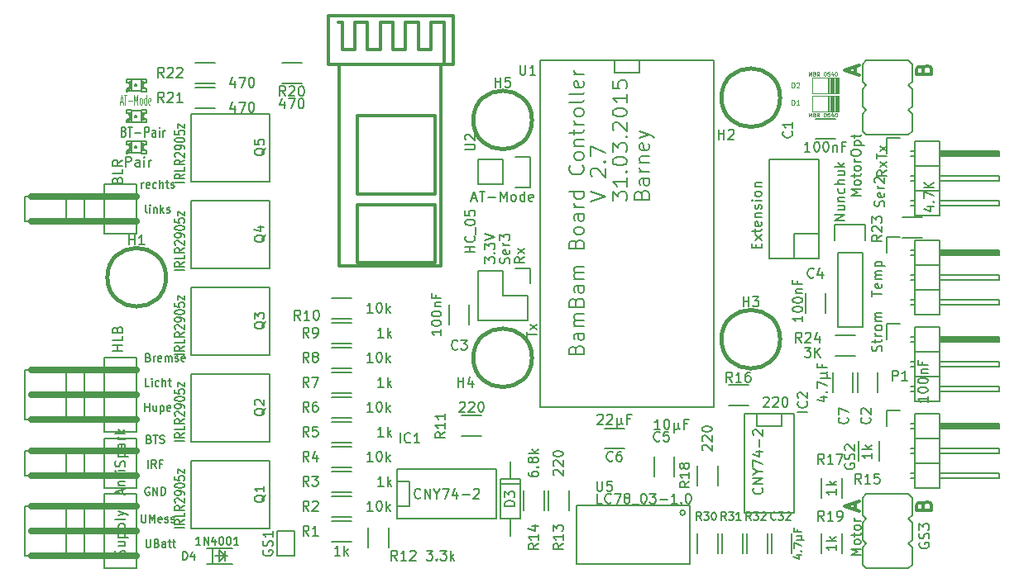
<source format=gbr>
G04 #@! TF.FileFunction,Legend,Top*
%FSLAX46Y46*%
G04 Gerber Fmt 4.6, Leading zero omitted, Abs format (unit mm)*
G04 Created by KiCad (PCBNEW (after 2015-mar-04 BZR unknown)-product) date 16.04.2015 12:36:33*
%MOMM*%
G01*
G04 APERTURE LIST*
%ADD10C,0.100000*%
%ADD11C,0.150000*%
%ADD12C,0.300000*%
%ADD13C,0.127000*%
%ADD14C,0.637540*%
%ADD15C,0.378460*%
%ADD16C,0.203200*%
%ADD17C,0.190500*%
%ADD18C,0.099060*%
%ADD19C,0.152400*%
%ADD20C,0.381000*%
%ADD21C,0.125000*%
G04 APERTURE END LIST*
D10*
D11*
X168854381Y-84931238D02*
X168378190Y-85264572D01*
X168854381Y-85502667D02*
X167854381Y-85502667D01*
X167854381Y-85121714D01*
X167902000Y-85026476D01*
X167949619Y-84978857D01*
X168044857Y-84931238D01*
X168187714Y-84931238D01*
X168282952Y-84978857D01*
X168330571Y-85026476D01*
X168378190Y-85121714D01*
X168378190Y-85502667D01*
X168854381Y-84597905D02*
X168187714Y-84074095D01*
X168187714Y-84597905D02*
X168854381Y-84074095D01*
X167854381Y-83748476D02*
X167854381Y-83177047D01*
X168854381Y-83462762D02*
X167854381Y-83462762D01*
X168854381Y-82938952D02*
X168187714Y-82415142D01*
X168187714Y-82938952D02*
X168854381Y-82415142D01*
X138533571Y-88122143D02*
X140033571Y-87622143D01*
X138533571Y-87122143D01*
X138676429Y-85550715D02*
X138605000Y-85479286D01*
X138533571Y-85336429D01*
X138533571Y-84979286D01*
X138605000Y-84836429D01*
X138676429Y-84765000D01*
X138819286Y-84693572D01*
X138962143Y-84693572D01*
X139176429Y-84765000D01*
X140033571Y-85622143D01*
X140033571Y-84693572D01*
X139890714Y-84050715D02*
X139962143Y-83979287D01*
X140033571Y-84050715D01*
X139962143Y-84122144D01*
X139890714Y-84050715D01*
X140033571Y-84050715D01*
X138533571Y-83479286D02*
X138533571Y-82479286D01*
X140033571Y-83122143D01*
X140783571Y-88050714D02*
X140783571Y-87122143D01*
X141355000Y-87622143D01*
X141355000Y-87407857D01*
X141426429Y-87265000D01*
X141497857Y-87193571D01*
X141640714Y-87122143D01*
X141997857Y-87122143D01*
X142140714Y-87193571D01*
X142212143Y-87265000D01*
X142283571Y-87407857D01*
X142283571Y-87836429D01*
X142212143Y-87979286D01*
X142140714Y-88050714D01*
X142283571Y-85693572D02*
X142283571Y-86550715D01*
X142283571Y-86122143D02*
X140783571Y-86122143D01*
X140997857Y-86265000D01*
X141140714Y-86407858D01*
X141212143Y-86550715D01*
X142140714Y-85050715D02*
X142212143Y-84979287D01*
X142283571Y-85050715D01*
X142212143Y-85122144D01*
X142140714Y-85050715D01*
X142283571Y-85050715D01*
X140783571Y-84050715D02*
X140783571Y-83907858D01*
X140855000Y-83765001D01*
X140926429Y-83693572D01*
X141069286Y-83622143D01*
X141355000Y-83550715D01*
X141712143Y-83550715D01*
X141997857Y-83622143D01*
X142140714Y-83693572D01*
X142212143Y-83765001D01*
X142283571Y-83907858D01*
X142283571Y-84050715D01*
X142212143Y-84193572D01*
X142140714Y-84265001D01*
X141997857Y-84336429D01*
X141712143Y-84407858D01*
X141355000Y-84407858D01*
X141069286Y-84336429D01*
X140926429Y-84265001D01*
X140855000Y-84193572D01*
X140783571Y-84050715D01*
X140783571Y-83050715D02*
X140783571Y-82122144D01*
X141355000Y-82622144D01*
X141355000Y-82407858D01*
X141426429Y-82265001D01*
X141497857Y-82193572D01*
X141640714Y-82122144D01*
X141997857Y-82122144D01*
X142140714Y-82193572D01*
X142212143Y-82265001D01*
X142283571Y-82407858D01*
X142283571Y-82836430D01*
X142212143Y-82979287D01*
X142140714Y-83050715D01*
X142140714Y-81479287D02*
X142212143Y-81407859D01*
X142283571Y-81479287D01*
X142212143Y-81550716D01*
X142140714Y-81479287D01*
X142283571Y-81479287D01*
X140926429Y-80836430D02*
X140855000Y-80765001D01*
X140783571Y-80622144D01*
X140783571Y-80265001D01*
X140855000Y-80122144D01*
X140926429Y-80050715D01*
X141069286Y-79979287D01*
X141212143Y-79979287D01*
X141426429Y-80050715D01*
X142283571Y-80907858D01*
X142283571Y-79979287D01*
X140783571Y-79050716D02*
X140783571Y-78907859D01*
X140855000Y-78765002D01*
X140926429Y-78693573D01*
X141069286Y-78622144D01*
X141355000Y-78550716D01*
X141712143Y-78550716D01*
X141997857Y-78622144D01*
X142140714Y-78693573D01*
X142212143Y-78765002D01*
X142283571Y-78907859D01*
X142283571Y-79050716D01*
X142212143Y-79193573D01*
X142140714Y-79265002D01*
X141997857Y-79336430D01*
X141712143Y-79407859D01*
X141355000Y-79407859D01*
X141069286Y-79336430D01*
X140926429Y-79265002D01*
X140855000Y-79193573D01*
X140783571Y-79050716D01*
X142283571Y-77122145D02*
X142283571Y-77979288D01*
X142283571Y-77550716D02*
X140783571Y-77550716D01*
X140997857Y-77693573D01*
X141140714Y-77836431D01*
X141212143Y-77979288D01*
X140783571Y-75765002D02*
X140783571Y-76479288D01*
X141497857Y-76550717D01*
X141426429Y-76479288D01*
X141355000Y-76336431D01*
X141355000Y-75979288D01*
X141426429Y-75836431D01*
X141497857Y-75765002D01*
X141640714Y-75693574D01*
X141997857Y-75693574D01*
X142140714Y-75765002D01*
X142212143Y-75836431D01*
X142283571Y-75979288D01*
X142283571Y-76336431D01*
X142212143Y-76479288D01*
X142140714Y-76550717D01*
X143747857Y-87407857D02*
X143819286Y-87193571D01*
X143890714Y-87122143D01*
X144033571Y-87050714D01*
X144247857Y-87050714D01*
X144390714Y-87122143D01*
X144462143Y-87193571D01*
X144533571Y-87336429D01*
X144533571Y-87907857D01*
X143033571Y-87907857D01*
X143033571Y-87407857D01*
X143105000Y-87265000D01*
X143176429Y-87193571D01*
X143319286Y-87122143D01*
X143462143Y-87122143D01*
X143605000Y-87193571D01*
X143676429Y-87265000D01*
X143747857Y-87407857D01*
X143747857Y-87907857D01*
X144533571Y-85765000D02*
X143747857Y-85765000D01*
X143605000Y-85836429D01*
X143533571Y-85979286D01*
X143533571Y-86265000D01*
X143605000Y-86407857D01*
X144462143Y-85765000D02*
X144533571Y-85907857D01*
X144533571Y-86265000D01*
X144462143Y-86407857D01*
X144319286Y-86479286D01*
X144176429Y-86479286D01*
X144033571Y-86407857D01*
X143962143Y-86265000D01*
X143962143Y-85907857D01*
X143890714Y-85765000D01*
X144533571Y-85050714D02*
X143533571Y-85050714D01*
X143819286Y-85050714D02*
X143676429Y-84979286D01*
X143605000Y-84907857D01*
X143533571Y-84765000D01*
X143533571Y-84622143D01*
X143533571Y-84122143D02*
X144533571Y-84122143D01*
X143676429Y-84122143D02*
X143605000Y-84050715D01*
X143533571Y-83907857D01*
X143533571Y-83693572D01*
X143605000Y-83550715D01*
X143747857Y-83479286D01*
X144533571Y-83479286D01*
X144462143Y-82193572D02*
X144533571Y-82336429D01*
X144533571Y-82622143D01*
X144462143Y-82765000D01*
X144319286Y-82836429D01*
X143747857Y-82836429D01*
X143605000Y-82765000D01*
X143533571Y-82622143D01*
X143533571Y-82336429D01*
X143605000Y-82193572D01*
X143747857Y-82122143D01*
X143890714Y-82122143D01*
X144033571Y-82836429D01*
X143533571Y-81622143D02*
X144533571Y-81265000D01*
X143533571Y-80907858D02*
X144533571Y-81265000D01*
X144890714Y-81407858D01*
X144962143Y-81479286D01*
X145033571Y-81622143D01*
D12*
X172612857Y-119272857D02*
X172684286Y-119058571D01*
X172755714Y-118987143D01*
X172898571Y-118915714D01*
X173112857Y-118915714D01*
X173255714Y-118987143D01*
X173327143Y-119058571D01*
X173398571Y-119201429D01*
X173398571Y-119772857D01*
X171898571Y-119772857D01*
X171898571Y-119272857D01*
X171970000Y-119130000D01*
X172041429Y-119058571D01*
X172184286Y-118987143D01*
X172327143Y-118987143D01*
X172470000Y-119058571D01*
X172541429Y-119130000D01*
X172612857Y-119272857D01*
X172612857Y-119772857D01*
X165604000Y-119737143D02*
X165604000Y-119022857D01*
X166032571Y-119880000D02*
X164532571Y-119380000D01*
X166032571Y-118880000D01*
D11*
X93351429Y-112464857D02*
X93465715Y-112502952D01*
X93503810Y-112541048D01*
X93541905Y-112617238D01*
X93541905Y-112731524D01*
X93503810Y-112807714D01*
X93465715Y-112845810D01*
X93389524Y-112883905D01*
X93084762Y-112883905D01*
X93084762Y-112083905D01*
X93351429Y-112083905D01*
X93427619Y-112122000D01*
X93465715Y-112160095D01*
X93503810Y-112236286D01*
X93503810Y-112312476D01*
X93465715Y-112388667D01*
X93427619Y-112426762D01*
X93351429Y-112464857D01*
X93084762Y-112464857D01*
X93770476Y-112083905D02*
X94227619Y-112083905D01*
X93999048Y-112883905D02*
X93999048Y-112083905D01*
X94456191Y-112845810D02*
X94570477Y-112883905D01*
X94760953Y-112883905D01*
X94837143Y-112845810D01*
X94875239Y-112807714D01*
X94913334Y-112731524D01*
X94913334Y-112655333D01*
X94875239Y-112579143D01*
X94837143Y-112541048D01*
X94760953Y-112502952D01*
X94608572Y-112464857D01*
X94532381Y-112426762D01*
X94494286Y-112388667D01*
X94456191Y-112312476D01*
X94456191Y-112236286D01*
X94494286Y-112160095D01*
X94532381Y-112122000D01*
X94608572Y-112083905D01*
X94799048Y-112083905D01*
X94913334Y-112122000D01*
X93237143Y-115423905D02*
X93237143Y-114623905D01*
X94075238Y-115423905D02*
X93808571Y-115042952D01*
X93618095Y-115423905D02*
X93618095Y-114623905D01*
X93922857Y-114623905D01*
X93999048Y-114662000D01*
X94037143Y-114700095D01*
X94075238Y-114776286D01*
X94075238Y-114890571D01*
X94037143Y-114966762D01*
X93999048Y-115004857D01*
X93922857Y-115042952D01*
X93618095Y-115042952D01*
X94684762Y-115004857D02*
X94418095Y-115004857D01*
X94418095Y-115423905D02*
X94418095Y-114623905D01*
X94799048Y-114623905D01*
X92576857Y-86721905D02*
X92576857Y-86188571D01*
X92576857Y-86340952D02*
X92614952Y-86264762D01*
X92653048Y-86226667D01*
X92729238Y-86188571D01*
X92805429Y-86188571D01*
X93376857Y-86683810D02*
X93300667Y-86721905D01*
X93148286Y-86721905D01*
X93072095Y-86683810D01*
X93034000Y-86607619D01*
X93034000Y-86302857D01*
X93072095Y-86226667D01*
X93148286Y-86188571D01*
X93300667Y-86188571D01*
X93376857Y-86226667D01*
X93414952Y-86302857D01*
X93414952Y-86379048D01*
X93034000Y-86455238D01*
X94100666Y-86683810D02*
X94024476Y-86721905D01*
X93872095Y-86721905D01*
X93795904Y-86683810D01*
X93757809Y-86645714D01*
X93719714Y-86569524D01*
X93719714Y-86340952D01*
X93757809Y-86264762D01*
X93795904Y-86226667D01*
X93872095Y-86188571D01*
X94024476Y-86188571D01*
X94100666Y-86226667D01*
X94443523Y-86721905D02*
X94443523Y-85921905D01*
X94786380Y-86721905D02*
X94786380Y-86302857D01*
X94748285Y-86226667D01*
X94672095Y-86188571D01*
X94557809Y-86188571D01*
X94481618Y-86226667D01*
X94443523Y-86264762D01*
X95053047Y-86188571D02*
X95357809Y-86188571D01*
X95167333Y-85921905D02*
X95167333Y-86607619D01*
X95205428Y-86683810D01*
X95281619Y-86721905D01*
X95357809Y-86721905D01*
X95586381Y-86683810D02*
X95662571Y-86721905D01*
X95814952Y-86721905D01*
X95891143Y-86683810D01*
X95929238Y-86607619D01*
X95929238Y-86569524D01*
X95891143Y-86493333D01*
X95814952Y-86455238D01*
X95700667Y-86455238D01*
X95624476Y-86417143D01*
X95586381Y-86340952D01*
X95586381Y-86302857D01*
X95624476Y-86226667D01*
X95700667Y-86188571D01*
X95814952Y-86188571D01*
X95891143Y-86226667D01*
X93129238Y-89261905D02*
X93053047Y-89223810D01*
X93014952Y-89147619D01*
X93014952Y-88461905D01*
X93434000Y-89261905D02*
X93434000Y-88728571D01*
X93434000Y-88461905D02*
X93395905Y-88500000D01*
X93434000Y-88538095D01*
X93472095Y-88500000D01*
X93434000Y-88461905D01*
X93434000Y-88538095D01*
X93814952Y-88728571D02*
X93814952Y-89261905D01*
X93814952Y-88804762D02*
X93853047Y-88766667D01*
X93929238Y-88728571D01*
X94043524Y-88728571D01*
X94119714Y-88766667D01*
X94157809Y-88842857D01*
X94157809Y-89261905D01*
X94538762Y-89261905D02*
X94538762Y-88461905D01*
X94614953Y-88957143D02*
X94843524Y-89261905D01*
X94843524Y-88728571D02*
X94538762Y-89033333D01*
X95148286Y-89223810D02*
X95224476Y-89261905D01*
X95376857Y-89261905D01*
X95453048Y-89223810D01*
X95491143Y-89147619D01*
X95491143Y-89109524D01*
X95453048Y-89033333D01*
X95376857Y-88995238D01*
X95262572Y-88995238D01*
X95186381Y-88957143D01*
X95148286Y-88880952D01*
X95148286Y-88842857D01*
X95186381Y-88766667D01*
X95262572Y-88728571D01*
X95376857Y-88728571D01*
X95453048Y-88766667D01*
X93262667Y-104082857D02*
X93376953Y-104120952D01*
X93415048Y-104159048D01*
X93453143Y-104235238D01*
X93453143Y-104349524D01*
X93415048Y-104425714D01*
X93376953Y-104463810D01*
X93300762Y-104501905D01*
X92996000Y-104501905D01*
X92996000Y-103701905D01*
X93262667Y-103701905D01*
X93338857Y-103740000D01*
X93376953Y-103778095D01*
X93415048Y-103854286D01*
X93415048Y-103930476D01*
X93376953Y-104006667D01*
X93338857Y-104044762D01*
X93262667Y-104082857D01*
X92996000Y-104082857D01*
X93796000Y-104501905D02*
X93796000Y-103968571D01*
X93796000Y-104120952D02*
X93834095Y-104044762D01*
X93872191Y-104006667D01*
X93948381Y-103968571D01*
X94024572Y-103968571D01*
X94596000Y-104463810D02*
X94519810Y-104501905D01*
X94367429Y-104501905D01*
X94291238Y-104463810D01*
X94253143Y-104387619D01*
X94253143Y-104082857D01*
X94291238Y-104006667D01*
X94367429Y-103968571D01*
X94519810Y-103968571D01*
X94596000Y-104006667D01*
X94634095Y-104082857D01*
X94634095Y-104159048D01*
X94253143Y-104235238D01*
X94976952Y-104501905D02*
X94976952Y-103968571D01*
X94976952Y-104044762D02*
X95015047Y-104006667D01*
X95091238Y-103968571D01*
X95205524Y-103968571D01*
X95281714Y-104006667D01*
X95319809Y-104082857D01*
X95319809Y-104501905D01*
X95319809Y-104082857D02*
X95357905Y-104006667D01*
X95434095Y-103968571D01*
X95548381Y-103968571D01*
X95624571Y-104006667D01*
X95662666Y-104082857D01*
X95662666Y-104501905D01*
X96005524Y-104463810D02*
X96081714Y-104501905D01*
X96234095Y-104501905D01*
X96310286Y-104463810D01*
X96348381Y-104387619D01*
X96348381Y-104349524D01*
X96310286Y-104273333D01*
X96234095Y-104235238D01*
X96119810Y-104235238D01*
X96043619Y-104197143D01*
X96005524Y-104120952D01*
X96005524Y-104082857D01*
X96043619Y-104006667D01*
X96119810Y-103968571D01*
X96234095Y-103968571D01*
X96310286Y-104006667D01*
X96996000Y-104463810D02*
X96919810Y-104501905D01*
X96767429Y-104501905D01*
X96691238Y-104463810D01*
X96653143Y-104387619D01*
X96653143Y-104082857D01*
X96691238Y-104006667D01*
X96767429Y-103968571D01*
X96919810Y-103968571D01*
X96996000Y-104006667D01*
X97034095Y-104082857D01*
X97034095Y-104159048D01*
X96653143Y-104235238D01*
X93357810Y-107041905D02*
X92976857Y-107041905D01*
X92976857Y-106241905D01*
X93624476Y-107041905D02*
X93624476Y-106508571D01*
X93624476Y-106241905D02*
X93586381Y-106280000D01*
X93624476Y-106318095D01*
X93662571Y-106280000D01*
X93624476Y-106241905D01*
X93624476Y-106318095D01*
X94348285Y-107003810D02*
X94272095Y-107041905D01*
X94119714Y-107041905D01*
X94043523Y-107003810D01*
X94005428Y-106965714D01*
X93967333Y-106889524D01*
X93967333Y-106660952D01*
X94005428Y-106584762D01*
X94043523Y-106546667D01*
X94119714Y-106508571D01*
X94272095Y-106508571D01*
X94348285Y-106546667D01*
X94691142Y-107041905D02*
X94691142Y-106241905D01*
X95033999Y-107041905D02*
X95033999Y-106622857D01*
X94995904Y-106546667D01*
X94919714Y-106508571D01*
X94805428Y-106508571D01*
X94729237Y-106546667D01*
X94691142Y-106584762D01*
X95300666Y-106508571D02*
X95605428Y-106508571D01*
X95414952Y-106241905D02*
X95414952Y-106927619D01*
X95453047Y-107003810D01*
X95529238Y-107041905D01*
X95605428Y-107041905D01*
X92938762Y-109581905D02*
X92938762Y-108781905D01*
X92938762Y-109162857D02*
X93395905Y-109162857D01*
X93395905Y-109581905D02*
X93395905Y-108781905D01*
X94119714Y-109048571D02*
X94119714Y-109581905D01*
X93776857Y-109048571D02*
X93776857Y-109467619D01*
X93814952Y-109543810D01*
X93891143Y-109581905D01*
X94005429Y-109581905D01*
X94081619Y-109543810D01*
X94119714Y-109505714D01*
X94500667Y-109048571D02*
X94500667Y-109848571D01*
X94500667Y-109086667D02*
X94576858Y-109048571D01*
X94729239Y-109048571D01*
X94805429Y-109086667D01*
X94843524Y-109124762D01*
X94881620Y-109200952D01*
X94881620Y-109429524D01*
X94843524Y-109505714D01*
X94805429Y-109543810D01*
X94729239Y-109581905D01*
X94576858Y-109581905D01*
X94500667Y-109543810D01*
X95529239Y-109543810D02*
X95453049Y-109581905D01*
X95300668Y-109581905D01*
X95224477Y-109543810D01*
X95186382Y-109467619D01*
X95186382Y-109162857D01*
X95224477Y-109086667D01*
X95300668Y-109048571D01*
X95453049Y-109048571D01*
X95529239Y-109086667D01*
X95567334Y-109162857D01*
X95567334Y-109239048D01*
X95186382Y-109315238D01*
X92557810Y-120211905D02*
X92557810Y-120859524D01*
X92595905Y-120935714D01*
X92634001Y-120973810D01*
X92710191Y-121011905D01*
X92862572Y-121011905D01*
X92938763Y-120973810D01*
X92976858Y-120935714D01*
X93014953Y-120859524D01*
X93014953Y-120211905D01*
X93395905Y-121011905D02*
X93395905Y-120211905D01*
X93662572Y-120783333D01*
X93929239Y-120211905D01*
X93929239Y-121011905D01*
X94614953Y-120973810D02*
X94538763Y-121011905D01*
X94386382Y-121011905D01*
X94310191Y-120973810D01*
X94272096Y-120897619D01*
X94272096Y-120592857D01*
X94310191Y-120516667D01*
X94386382Y-120478571D01*
X94538763Y-120478571D01*
X94614953Y-120516667D01*
X94653048Y-120592857D01*
X94653048Y-120669048D01*
X94272096Y-120745238D01*
X94957810Y-120973810D02*
X95034000Y-121011905D01*
X95186381Y-121011905D01*
X95262572Y-120973810D01*
X95300667Y-120897619D01*
X95300667Y-120859524D01*
X95262572Y-120783333D01*
X95186381Y-120745238D01*
X95072096Y-120745238D01*
X94995905Y-120707143D01*
X94957810Y-120630952D01*
X94957810Y-120592857D01*
X94995905Y-120516667D01*
X95072096Y-120478571D01*
X95186381Y-120478571D01*
X95262572Y-120516667D01*
X95605429Y-120973810D02*
X95681619Y-121011905D01*
X95834000Y-121011905D01*
X95910191Y-120973810D01*
X95948286Y-120897619D01*
X95948286Y-120859524D01*
X95910191Y-120783333D01*
X95834000Y-120745238D01*
X95719715Y-120745238D01*
X95643524Y-120707143D01*
X95605429Y-120630952D01*
X95605429Y-120592857D01*
X95643524Y-120516667D01*
X95719715Y-120478571D01*
X95834000Y-120478571D01*
X95910191Y-120516667D01*
X93040381Y-122751905D02*
X93040381Y-123399524D01*
X93078476Y-123475714D01*
X93116572Y-123513810D01*
X93192762Y-123551905D01*
X93345143Y-123551905D01*
X93421334Y-123513810D01*
X93459429Y-123475714D01*
X93497524Y-123399524D01*
X93497524Y-122751905D01*
X94145143Y-123132857D02*
X94259429Y-123170952D01*
X94297524Y-123209048D01*
X94335619Y-123285238D01*
X94335619Y-123399524D01*
X94297524Y-123475714D01*
X94259429Y-123513810D01*
X94183238Y-123551905D01*
X93878476Y-123551905D01*
X93878476Y-122751905D01*
X94145143Y-122751905D01*
X94221333Y-122790000D01*
X94259429Y-122828095D01*
X94297524Y-122904286D01*
X94297524Y-122980476D01*
X94259429Y-123056667D01*
X94221333Y-123094762D01*
X94145143Y-123132857D01*
X93878476Y-123132857D01*
X95021333Y-123551905D02*
X95021333Y-123132857D01*
X94983238Y-123056667D01*
X94907048Y-123018571D01*
X94754667Y-123018571D01*
X94678476Y-123056667D01*
X95021333Y-123513810D02*
X94945143Y-123551905D01*
X94754667Y-123551905D01*
X94678476Y-123513810D01*
X94640381Y-123437619D01*
X94640381Y-123361429D01*
X94678476Y-123285238D01*
X94754667Y-123247143D01*
X94945143Y-123247143D01*
X95021333Y-123209048D01*
X95288000Y-123018571D02*
X95592762Y-123018571D01*
X95402286Y-122751905D02*
X95402286Y-123437619D01*
X95440381Y-123513810D01*
X95516572Y-123551905D01*
X95592762Y-123551905D01*
X95745143Y-123018571D02*
X96049905Y-123018571D01*
X95859429Y-122751905D02*
X95859429Y-123437619D01*
X95897524Y-123513810D01*
X95973715Y-123551905D01*
X96049905Y-123551905D01*
X93370477Y-117456000D02*
X93294286Y-117417905D01*
X93180001Y-117417905D01*
X93065715Y-117456000D01*
X92989524Y-117532190D01*
X92951429Y-117608381D01*
X92913334Y-117760762D01*
X92913334Y-117875048D01*
X92951429Y-118027429D01*
X92989524Y-118103619D01*
X93065715Y-118179810D01*
X93180001Y-118217905D01*
X93256191Y-118217905D01*
X93370477Y-118179810D01*
X93408572Y-118141714D01*
X93408572Y-117875048D01*
X93256191Y-117875048D01*
X93751429Y-118217905D02*
X93751429Y-117417905D01*
X94208572Y-118217905D01*
X94208572Y-117417905D01*
X94589524Y-118217905D02*
X94589524Y-117417905D01*
X94780000Y-117417905D01*
X94894286Y-117456000D01*
X94970477Y-117532190D01*
X95008572Y-117608381D01*
X95046667Y-117760762D01*
X95046667Y-117875048D01*
X95008572Y-118027429D01*
X94970477Y-118103619D01*
X94894286Y-118179810D01*
X94780000Y-118217905D01*
X94589524Y-118217905D01*
X127722381Y-94440190D02*
X127722381Y-93821142D01*
X128103333Y-94154476D01*
X128103333Y-94011618D01*
X128150952Y-93916380D01*
X128198571Y-93868761D01*
X128293810Y-93821142D01*
X128531905Y-93821142D01*
X128627143Y-93868761D01*
X128674762Y-93916380D01*
X128722381Y-94011618D01*
X128722381Y-94297333D01*
X128674762Y-94392571D01*
X128627143Y-94440190D01*
X128627143Y-93392571D02*
X128674762Y-93344952D01*
X128722381Y-93392571D01*
X128674762Y-93440190D01*
X128627143Y-93392571D01*
X128722381Y-93392571D01*
X127722381Y-93011619D02*
X127722381Y-92392571D01*
X128103333Y-92725905D01*
X128103333Y-92583047D01*
X128150952Y-92487809D01*
X128198571Y-92440190D01*
X128293810Y-92392571D01*
X128531905Y-92392571D01*
X128627143Y-92440190D01*
X128674762Y-92487809D01*
X128722381Y-92583047D01*
X128722381Y-92868762D01*
X128674762Y-92964000D01*
X128627143Y-93011619D01*
X127722381Y-92106857D02*
X128722381Y-91773524D01*
X127722381Y-91440190D01*
X131770381Y-93821238D02*
X131294190Y-94154572D01*
X131770381Y-94392667D02*
X130770381Y-94392667D01*
X130770381Y-94011714D01*
X130818000Y-93916476D01*
X130865619Y-93868857D01*
X130960857Y-93821238D01*
X131103714Y-93821238D01*
X131198952Y-93868857D01*
X131246571Y-93916476D01*
X131294190Y-94011714D01*
X131294190Y-94392667D01*
X131770381Y-93487905D02*
X131103714Y-92964095D01*
X131103714Y-93487905D02*
X131770381Y-92964095D01*
X132040381Y-102036476D02*
X132040381Y-101465047D01*
X133040381Y-101750762D02*
X132040381Y-101750762D01*
X133040381Y-101226952D02*
X132373714Y-100703142D01*
X132373714Y-101226952D02*
X133040381Y-100703142D01*
D12*
X172612857Y-74568857D02*
X172684286Y-74354571D01*
X172755714Y-74283143D01*
X172898571Y-74211714D01*
X173112857Y-74211714D01*
X173255714Y-74283143D01*
X173327143Y-74354571D01*
X173398571Y-74497429D01*
X173398571Y-75068857D01*
X171898571Y-75068857D01*
X171898571Y-74568857D01*
X171970000Y-74426000D01*
X172041429Y-74354571D01*
X172184286Y-74283143D01*
X172327143Y-74283143D01*
X172470000Y-74354571D01*
X172541429Y-74426000D01*
X172612857Y-74568857D01*
X172612857Y-75068857D01*
X165604000Y-75033143D02*
X165604000Y-74318857D01*
X166032571Y-75176000D02*
X164532571Y-74676000D01*
X166032571Y-74176000D01*
D11*
X137052857Y-103282857D02*
X137124286Y-103068571D01*
X137195714Y-102997143D01*
X137338571Y-102925714D01*
X137552857Y-102925714D01*
X137695714Y-102997143D01*
X137767143Y-103068571D01*
X137838571Y-103211429D01*
X137838571Y-103782857D01*
X136338571Y-103782857D01*
X136338571Y-103282857D01*
X136410000Y-103140000D01*
X136481429Y-103068571D01*
X136624286Y-102997143D01*
X136767143Y-102997143D01*
X136910000Y-103068571D01*
X136981429Y-103140000D01*
X137052857Y-103282857D01*
X137052857Y-103782857D01*
X137838571Y-101640000D02*
X137052857Y-101640000D01*
X136910000Y-101711429D01*
X136838571Y-101854286D01*
X136838571Y-102140000D01*
X136910000Y-102282857D01*
X137767143Y-101640000D02*
X137838571Y-101782857D01*
X137838571Y-102140000D01*
X137767143Y-102282857D01*
X137624286Y-102354286D01*
X137481429Y-102354286D01*
X137338571Y-102282857D01*
X137267143Y-102140000D01*
X137267143Y-101782857D01*
X137195714Y-101640000D01*
X137838571Y-100925714D02*
X136838571Y-100925714D01*
X136981429Y-100925714D02*
X136910000Y-100854286D01*
X136838571Y-100711428D01*
X136838571Y-100497143D01*
X136910000Y-100354286D01*
X137052857Y-100282857D01*
X137838571Y-100282857D01*
X137052857Y-100282857D02*
X136910000Y-100211428D01*
X136838571Y-100068571D01*
X136838571Y-99854286D01*
X136910000Y-99711428D01*
X137052857Y-99640000D01*
X137838571Y-99640000D01*
X137052857Y-98425714D02*
X137124286Y-98211428D01*
X137195714Y-98140000D01*
X137338571Y-98068571D01*
X137552857Y-98068571D01*
X137695714Y-98140000D01*
X137767143Y-98211428D01*
X137838571Y-98354286D01*
X137838571Y-98925714D01*
X136338571Y-98925714D01*
X136338571Y-98425714D01*
X136410000Y-98282857D01*
X136481429Y-98211428D01*
X136624286Y-98140000D01*
X136767143Y-98140000D01*
X136910000Y-98211428D01*
X136981429Y-98282857D01*
X137052857Y-98425714D01*
X137052857Y-98925714D01*
X137838571Y-96782857D02*
X137052857Y-96782857D01*
X136910000Y-96854286D01*
X136838571Y-96997143D01*
X136838571Y-97282857D01*
X136910000Y-97425714D01*
X137767143Y-96782857D02*
X137838571Y-96925714D01*
X137838571Y-97282857D01*
X137767143Y-97425714D01*
X137624286Y-97497143D01*
X137481429Y-97497143D01*
X137338571Y-97425714D01*
X137267143Y-97282857D01*
X137267143Y-96925714D01*
X137195714Y-96782857D01*
X137838571Y-96068571D02*
X136838571Y-96068571D01*
X136981429Y-96068571D02*
X136910000Y-95997143D01*
X136838571Y-95854285D01*
X136838571Y-95640000D01*
X136910000Y-95497143D01*
X137052857Y-95425714D01*
X137838571Y-95425714D01*
X137052857Y-95425714D02*
X136910000Y-95354285D01*
X136838571Y-95211428D01*
X136838571Y-94997143D01*
X136910000Y-94854285D01*
X137052857Y-94782857D01*
X137838571Y-94782857D01*
X137052857Y-92425714D02*
X137124286Y-92211428D01*
X137195714Y-92140000D01*
X137338571Y-92068571D01*
X137552857Y-92068571D01*
X137695714Y-92140000D01*
X137767143Y-92211428D01*
X137838571Y-92354286D01*
X137838571Y-92925714D01*
X136338571Y-92925714D01*
X136338571Y-92425714D01*
X136410000Y-92282857D01*
X136481429Y-92211428D01*
X136624286Y-92140000D01*
X136767143Y-92140000D01*
X136910000Y-92211428D01*
X136981429Y-92282857D01*
X137052857Y-92425714D01*
X137052857Y-92925714D01*
X137838571Y-91211428D02*
X137767143Y-91354286D01*
X137695714Y-91425714D01*
X137552857Y-91497143D01*
X137124286Y-91497143D01*
X136981429Y-91425714D01*
X136910000Y-91354286D01*
X136838571Y-91211428D01*
X136838571Y-90997143D01*
X136910000Y-90854286D01*
X136981429Y-90782857D01*
X137124286Y-90711428D01*
X137552857Y-90711428D01*
X137695714Y-90782857D01*
X137767143Y-90854286D01*
X137838571Y-90997143D01*
X137838571Y-91211428D01*
X137838571Y-89425714D02*
X137052857Y-89425714D01*
X136910000Y-89497143D01*
X136838571Y-89640000D01*
X136838571Y-89925714D01*
X136910000Y-90068571D01*
X137767143Y-89425714D02*
X137838571Y-89568571D01*
X137838571Y-89925714D01*
X137767143Y-90068571D01*
X137624286Y-90140000D01*
X137481429Y-90140000D01*
X137338571Y-90068571D01*
X137267143Y-89925714D01*
X137267143Y-89568571D01*
X137195714Y-89425714D01*
X137838571Y-88711428D02*
X136838571Y-88711428D01*
X137124286Y-88711428D02*
X136981429Y-88640000D01*
X136910000Y-88568571D01*
X136838571Y-88425714D01*
X136838571Y-88282857D01*
X137838571Y-87140000D02*
X136338571Y-87140000D01*
X137767143Y-87140000D02*
X137838571Y-87282857D01*
X137838571Y-87568571D01*
X137767143Y-87711429D01*
X137695714Y-87782857D01*
X137552857Y-87854286D01*
X137124286Y-87854286D01*
X136981429Y-87782857D01*
X136910000Y-87711429D01*
X136838571Y-87568571D01*
X136838571Y-87282857D01*
X136910000Y-87140000D01*
X137695714Y-84425714D02*
X137767143Y-84497143D01*
X137838571Y-84711429D01*
X137838571Y-84854286D01*
X137767143Y-85068571D01*
X137624286Y-85211429D01*
X137481429Y-85282857D01*
X137195714Y-85354286D01*
X136981429Y-85354286D01*
X136695714Y-85282857D01*
X136552857Y-85211429D01*
X136410000Y-85068571D01*
X136338571Y-84854286D01*
X136338571Y-84711429D01*
X136410000Y-84497143D01*
X136481429Y-84425714D01*
X137838571Y-83568571D02*
X137767143Y-83711429D01*
X137695714Y-83782857D01*
X137552857Y-83854286D01*
X137124286Y-83854286D01*
X136981429Y-83782857D01*
X136910000Y-83711429D01*
X136838571Y-83568571D01*
X136838571Y-83354286D01*
X136910000Y-83211429D01*
X136981429Y-83140000D01*
X137124286Y-83068571D01*
X137552857Y-83068571D01*
X137695714Y-83140000D01*
X137767143Y-83211429D01*
X137838571Y-83354286D01*
X137838571Y-83568571D01*
X136838571Y-82425714D02*
X137838571Y-82425714D01*
X136981429Y-82425714D02*
X136910000Y-82354286D01*
X136838571Y-82211428D01*
X136838571Y-81997143D01*
X136910000Y-81854286D01*
X137052857Y-81782857D01*
X137838571Y-81782857D01*
X136838571Y-81282857D02*
X136838571Y-80711428D01*
X136338571Y-81068571D02*
X137624286Y-81068571D01*
X137767143Y-80997143D01*
X137838571Y-80854285D01*
X137838571Y-80711428D01*
X137838571Y-80211428D02*
X136838571Y-80211428D01*
X137124286Y-80211428D02*
X136981429Y-80140000D01*
X136910000Y-80068571D01*
X136838571Y-79925714D01*
X136838571Y-79782857D01*
X137838571Y-79068571D02*
X137767143Y-79211429D01*
X137695714Y-79282857D01*
X137552857Y-79354286D01*
X137124286Y-79354286D01*
X136981429Y-79282857D01*
X136910000Y-79211429D01*
X136838571Y-79068571D01*
X136838571Y-78854286D01*
X136910000Y-78711429D01*
X136981429Y-78640000D01*
X137124286Y-78568571D01*
X137552857Y-78568571D01*
X137695714Y-78640000D01*
X137767143Y-78711429D01*
X137838571Y-78854286D01*
X137838571Y-79068571D01*
X137838571Y-77711428D02*
X137767143Y-77854286D01*
X137624286Y-77925714D01*
X136338571Y-77925714D01*
X137838571Y-76925714D02*
X137767143Y-77068572D01*
X137624286Y-77140000D01*
X136338571Y-77140000D01*
X137767143Y-75782858D02*
X137838571Y-75925715D01*
X137838571Y-76211429D01*
X137767143Y-76354286D01*
X137624286Y-76425715D01*
X137052857Y-76425715D01*
X136910000Y-76354286D01*
X136838571Y-76211429D01*
X136838571Y-75925715D01*
X136910000Y-75782858D01*
X137052857Y-75711429D01*
X137195714Y-75711429D01*
X137338571Y-76425715D01*
X137838571Y-75068572D02*
X136838571Y-75068572D01*
X137124286Y-75068572D02*
X136981429Y-74997144D01*
X136910000Y-74925715D01*
X136838571Y-74782858D01*
X136838571Y-74640001D01*
X168880000Y-91795000D02*
X168880000Y-93345000D01*
X170180000Y-91795000D02*
X168880000Y-91795000D01*
X174371000Y-93218000D02*
X180213000Y-93218000D01*
X180213000Y-93218000D02*
X180213000Y-93472000D01*
X180213000Y-93472000D02*
X174371000Y-93472000D01*
X174371000Y-93472000D02*
X174371000Y-93345000D01*
X174371000Y-93345000D02*
X180213000Y-93345000D01*
X171704000Y-93091000D02*
X171323000Y-93091000D01*
X171704000Y-93599000D02*
X171323000Y-93599000D01*
X171704000Y-95631000D02*
X171323000Y-95631000D01*
X171704000Y-96139000D02*
X171323000Y-96139000D01*
X171704000Y-98171000D02*
X171323000Y-98171000D01*
X171704000Y-98679000D02*
X171323000Y-98679000D01*
X174244000Y-94615000D02*
X174244000Y-92075000D01*
X180340000Y-93599000D02*
X174244000Y-93599000D01*
X180340000Y-93091000D02*
X180340000Y-93599000D01*
X174244000Y-93091000D02*
X180340000Y-93091000D01*
X171704000Y-94615000D02*
X174244000Y-94615000D01*
X171704000Y-92075000D02*
X171704000Y-94615000D01*
X171704000Y-92075000D02*
X174244000Y-92075000D01*
X171704000Y-97155000D02*
X174244000Y-97155000D01*
X171704000Y-97155000D02*
X171704000Y-99695000D01*
X174244000Y-98171000D02*
X180340000Y-98171000D01*
X180340000Y-98171000D02*
X180340000Y-98679000D01*
X180340000Y-98679000D02*
X174244000Y-98679000D01*
X174244000Y-99695000D02*
X174244000Y-97155000D01*
X174244000Y-97155000D02*
X174244000Y-94615000D01*
X180340000Y-96139000D02*
X174244000Y-96139000D01*
X180340000Y-95631000D02*
X180340000Y-96139000D01*
X174244000Y-95631000D02*
X180340000Y-95631000D01*
X171704000Y-97155000D02*
X174244000Y-97155000D01*
X171704000Y-94615000D02*
X171704000Y-97155000D01*
X171704000Y-94615000D02*
X174244000Y-94615000D01*
X171704000Y-99695000D02*
X174244000Y-99695000D01*
X168880000Y-100685000D02*
X168880000Y-102235000D01*
X170180000Y-100685000D02*
X168880000Y-100685000D01*
X174371000Y-102108000D02*
X180213000Y-102108000D01*
X180213000Y-102108000D02*
X180213000Y-102362000D01*
X180213000Y-102362000D02*
X174371000Y-102362000D01*
X174371000Y-102362000D02*
X174371000Y-102235000D01*
X174371000Y-102235000D02*
X180213000Y-102235000D01*
X171704000Y-101981000D02*
X171323000Y-101981000D01*
X171704000Y-102489000D02*
X171323000Y-102489000D01*
X171704000Y-104521000D02*
X171323000Y-104521000D01*
X171704000Y-105029000D02*
X171323000Y-105029000D01*
X171704000Y-107061000D02*
X171323000Y-107061000D01*
X171704000Y-107569000D02*
X171323000Y-107569000D01*
X174244000Y-103505000D02*
X174244000Y-100965000D01*
X180340000Y-102489000D02*
X174244000Y-102489000D01*
X180340000Y-101981000D02*
X180340000Y-102489000D01*
X174244000Y-101981000D02*
X180340000Y-101981000D01*
X171704000Y-103505000D02*
X174244000Y-103505000D01*
X171704000Y-100965000D02*
X171704000Y-103505000D01*
X171704000Y-100965000D02*
X174244000Y-100965000D01*
X171704000Y-106045000D02*
X174244000Y-106045000D01*
X171704000Y-106045000D02*
X171704000Y-108585000D01*
X174244000Y-107061000D02*
X180340000Y-107061000D01*
X180340000Y-107061000D02*
X180340000Y-107569000D01*
X180340000Y-107569000D02*
X174244000Y-107569000D01*
X174244000Y-108585000D02*
X174244000Y-106045000D01*
X174244000Y-106045000D02*
X174244000Y-103505000D01*
X180340000Y-105029000D02*
X174244000Y-105029000D01*
X180340000Y-104521000D02*
X180340000Y-105029000D01*
X174244000Y-104521000D02*
X180340000Y-104521000D01*
X171704000Y-106045000D02*
X174244000Y-106045000D01*
X171704000Y-103505000D02*
X171704000Y-106045000D01*
X171704000Y-103505000D02*
X174244000Y-103505000D01*
X171704000Y-108585000D02*
X174244000Y-108585000D01*
X168880000Y-81635000D02*
X168880000Y-83185000D01*
X170180000Y-81635000D02*
X168880000Y-81635000D01*
X174371000Y-83058000D02*
X180213000Y-83058000D01*
X180213000Y-83058000D02*
X180213000Y-83312000D01*
X180213000Y-83312000D02*
X174371000Y-83312000D01*
X174371000Y-83312000D02*
X174371000Y-83185000D01*
X174371000Y-83185000D02*
X180213000Y-83185000D01*
X171704000Y-82931000D02*
X171323000Y-82931000D01*
X171704000Y-83439000D02*
X171323000Y-83439000D01*
X171704000Y-85471000D02*
X171323000Y-85471000D01*
X171704000Y-85979000D02*
X171323000Y-85979000D01*
X171704000Y-88011000D02*
X171323000Y-88011000D01*
X171704000Y-88519000D02*
X171323000Y-88519000D01*
X174244000Y-84455000D02*
X174244000Y-81915000D01*
X180340000Y-83439000D02*
X174244000Y-83439000D01*
X180340000Y-82931000D02*
X180340000Y-83439000D01*
X174244000Y-82931000D02*
X180340000Y-82931000D01*
X171704000Y-84455000D02*
X174244000Y-84455000D01*
X171704000Y-81915000D02*
X171704000Y-84455000D01*
X171704000Y-81915000D02*
X174244000Y-81915000D01*
X171704000Y-86995000D02*
X174244000Y-86995000D01*
X171704000Y-86995000D02*
X171704000Y-89535000D01*
X174244000Y-88011000D02*
X180340000Y-88011000D01*
X180340000Y-88011000D02*
X180340000Y-88519000D01*
X180340000Y-88519000D02*
X174244000Y-88519000D01*
X174244000Y-89535000D02*
X174244000Y-86995000D01*
X174244000Y-86995000D02*
X174244000Y-84455000D01*
X180340000Y-85979000D02*
X174244000Y-85979000D01*
X180340000Y-85471000D02*
X180340000Y-85979000D01*
X174244000Y-85471000D02*
X180340000Y-85471000D01*
X171704000Y-86995000D02*
X174244000Y-86995000D01*
X171704000Y-84455000D02*
X171704000Y-86995000D01*
X171704000Y-84455000D02*
X174244000Y-84455000D01*
X171704000Y-89535000D02*
X174244000Y-89535000D01*
D13*
X92075000Y-117475000D02*
X92075000Y-112395000D01*
X92075000Y-112395000D02*
X88773000Y-112395000D01*
X88773000Y-117475000D02*
X92075000Y-117475000D01*
D11*
X88775540Y-117475000D02*
X88775540Y-112395000D01*
D14*
X92075000Y-116205000D02*
X81280000Y-116205000D01*
X92075000Y-113665000D02*
X81280000Y-113665000D01*
D13*
X88773000Y-117475000D02*
X88773000Y-116205000D01*
X88773000Y-116205000D02*
X88773000Y-113665000D01*
X88773000Y-113665000D02*
X88773000Y-112395000D01*
X84838540Y-116205000D02*
X80645000Y-116205000D01*
X80645000Y-116205000D02*
X80645000Y-113665000D01*
X80645000Y-113665000D02*
X86741000Y-113665000D01*
X86725760Y-116205000D02*
X86725760Y-113665000D01*
X84838540Y-113665000D02*
X84838540Y-116205000D01*
D15*
X124510800Y-69088000D02*
X124510800Y-74051160D01*
X111709200Y-69088000D02*
X111709200Y-74051160D01*
X123190000Y-74168000D02*
X123190000Y-94742000D01*
X123190000Y-94742000D02*
X112776000Y-94742000D01*
X112776000Y-94742000D02*
X112776000Y-74168000D01*
X114409220Y-69753480D02*
X114409220Y-72552560D01*
X113108740Y-69753480D02*
X113108740Y-72552560D01*
X114411760Y-72550020D02*
X113111280Y-72550020D01*
X117007640Y-69750940D02*
X117007640Y-72550020D01*
X115707160Y-69750940D02*
X115707160Y-72550020D01*
X117010180Y-72547480D02*
X115709700Y-72547480D01*
X115707160Y-69748400D02*
X114406680Y-69748400D01*
X119608600Y-69750940D02*
X119608600Y-72550020D01*
X118308120Y-69750940D02*
X118308120Y-72550020D01*
X119611140Y-72547480D02*
X118310660Y-72547480D01*
X118308120Y-69748400D02*
X117007640Y-69748400D01*
X123510040Y-69750940D02*
X123510040Y-74051160D01*
X122209560Y-69750940D02*
X122209560Y-72550020D01*
X120909080Y-69750940D02*
X120909080Y-72550020D01*
X114647980Y-94396560D02*
X114647980Y-88496140D01*
X122648980Y-88496140D02*
X122648980Y-94396560D01*
X114647980Y-88493600D02*
X122648980Y-88493600D01*
X122648980Y-94396560D02*
X114647980Y-94396560D01*
X122648980Y-79349600D02*
X122648980Y-87350600D01*
X122648980Y-87350600D02*
X114647980Y-87350600D01*
X114647980Y-87350600D02*
X114647980Y-79349600D01*
X114647980Y-79349600D02*
X122648980Y-79349600D01*
X113108740Y-69750940D02*
X112709960Y-69750940D01*
X122212100Y-72547480D02*
X120911620Y-72547480D01*
X120909080Y-69748400D02*
X119608600Y-69748400D01*
X123510040Y-69748400D02*
X122209560Y-69748400D01*
X124510800Y-74051160D02*
X111709200Y-74051160D01*
X111709200Y-69049900D02*
X124510800Y-69049900D01*
D13*
X133350000Y-73660000D02*
X151130000Y-73660000D01*
X151130000Y-73660000D02*
X151130000Y-109220000D01*
X151130000Y-109220000D02*
X133350000Y-109220000D01*
X133350000Y-109220000D02*
X133350000Y-73660000D01*
D16*
X140970000Y-74930000D02*
X143510000Y-74930000D01*
X143510000Y-74930000D02*
X143510000Y-73660000D01*
X143510000Y-73660000D02*
X151130000Y-73660000D01*
X151130000Y-73660000D02*
X151130000Y-109220000D01*
X151130000Y-109220000D02*
X133350000Y-109220000D01*
X133350000Y-109220000D02*
X133350000Y-73660000D01*
X133350000Y-73660000D02*
X140970000Y-73660000D01*
X140970000Y-73660000D02*
X140970000Y-74930000D01*
D11*
X100076000Y-124460000D02*
X101346000Y-124460000D01*
X101092000Y-123952000D02*
X101092000Y-124968000D01*
D17*
X101092000Y-124460000D02*
X100484940Y-123860560D01*
X100484940Y-123860560D02*
X100484940Y-125059440D01*
X100484940Y-125059440D02*
X101092000Y-124460000D01*
X99882960Y-123659900D02*
X99882960Y-125260100D01*
X99283520Y-123659900D02*
X101884480Y-123659900D01*
X101884480Y-125260100D02*
X99283520Y-125260100D01*
D11*
X157090000Y-122190000D02*
X157090000Y-124190000D01*
X159140000Y-124190000D02*
X159140000Y-122190000D01*
X148209000Y-120015000D02*
G75*
G03X148209000Y-120015000I-254000J0D01*
G01*
X148717000Y-119253000D02*
X148717000Y-125253000D01*
X148717000Y-125253000D02*
X137117000Y-125253000D01*
X137117000Y-125253000D02*
X137117000Y-119253000D01*
X137117000Y-119253000D02*
X148717000Y-119253000D01*
X114030000Y-122995000D02*
X112030000Y-122995000D01*
X112030000Y-120845000D02*
X114030000Y-120845000D01*
X105664000Y-114808000D02*
X105664000Y-114808000D01*
X105664000Y-114681000D02*
X105664000Y-114808000D01*
X105664000Y-114808000D02*
X105664000Y-114681000D01*
X99441000Y-121666000D02*
X105664000Y-121666000D01*
X105664000Y-121666000D02*
X105664000Y-118110000D01*
X99441000Y-121666000D02*
X97917000Y-121666000D01*
X97917000Y-121666000D02*
X97917000Y-121666000D01*
X97917000Y-121666000D02*
X97917000Y-121666000D01*
X97917000Y-121666000D02*
X97663000Y-121666000D01*
X97663000Y-121666000D02*
X97663000Y-121666000D01*
X97663000Y-121666000D02*
X97663000Y-121666000D01*
X105664000Y-118110000D02*
X105664000Y-114681000D01*
X105664000Y-114681000D02*
X97663000Y-114681000D01*
X97663000Y-114681000D02*
X97663000Y-121666000D01*
X114030000Y-120455000D02*
X112030000Y-120455000D01*
X112030000Y-118305000D02*
X114030000Y-118305000D01*
X114030000Y-117915000D02*
X112030000Y-117915000D01*
X112030000Y-115765000D02*
X114030000Y-115765000D01*
X105664000Y-105918000D02*
X105664000Y-105918000D01*
X105664000Y-105791000D02*
X105664000Y-105918000D01*
X105664000Y-105918000D02*
X105664000Y-105791000D01*
X99441000Y-112776000D02*
X105664000Y-112776000D01*
X105664000Y-112776000D02*
X105664000Y-109220000D01*
X99441000Y-112776000D02*
X97917000Y-112776000D01*
X97917000Y-112776000D02*
X97917000Y-112776000D01*
X97917000Y-112776000D02*
X97917000Y-112776000D01*
X97917000Y-112776000D02*
X97663000Y-112776000D01*
X97663000Y-112776000D02*
X97663000Y-112776000D01*
X97663000Y-112776000D02*
X97663000Y-112776000D01*
X105664000Y-109220000D02*
X105664000Y-105791000D01*
X105664000Y-105791000D02*
X97663000Y-105791000D01*
X97663000Y-105791000D02*
X97663000Y-112776000D01*
X105664000Y-97028000D02*
X105664000Y-97028000D01*
X105664000Y-96901000D02*
X105664000Y-97028000D01*
X105664000Y-97028000D02*
X105664000Y-96901000D01*
X99441000Y-103886000D02*
X105664000Y-103886000D01*
X105664000Y-103886000D02*
X105664000Y-100330000D01*
X99441000Y-103886000D02*
X97917000Y-103886000D01*
X97917000Y-103886000D02*
X97917000Y-103886000D01*
X97917000Y-103886000D02*
X97917000Y-103886000D01*
X97917000Y-103886000D02*
X97663000Y-103886000D01*
X97663000Y-103886000D02*
X97663000Y-103886000D01*
X97663000Y-103886000D02*
X97663000Y-103886000D01*
X105664000Y-100330000D02*
X105664000Y-96901000D01*
X105664000Y-96901000D02*
X97663000Y-96901000D01*
X97663000Y-96901000D02*
X97663000Y-103886000D01*
X105664000Y-88138000D02*
X105664000Y-88138000D01*
X105664000Y-88011000D02*
X105664000Y-88138000D01*
X105664000Y-88138000D02*
X105664000Y-88011000D01*
X99441000Y-94996000D02*
X105664000Y-94996000D01*
X105664000Y-94996000D02*
X105664000Y-91440000D01*
X99441000Y-94996000D02*
X97917000Y-94996000D01*
X97917000Y-94996000D02*
X97917000Y-94996000D01*
X97917000Y-94996000D02*
X97917000Y-94996000D01*
X97917000Y-94996000D02*
X97663000Y-94996000D01*
X97663000Y-94996000D02*
X97663000Y-94996000D01*
X97663000Y-94996000D02*
X97663000Y-94996000D01*
X105664000Y-91440000D02*
X105664000Y-88011000D01*
X105664000Y-88011000D02*
X97663000Y-88011000D01*
X97663000Y-88011000D02*
X97663000Y-94996000D01*
X105664000Y-79248000D02*
X105664000Y-79248000D01*
X105664000Y-79121000D02*
X105664000Y-79248000D01*
X105664000Y-79248000D02*
X105664000Y-79121000D01*
X99441000Y-86106000D02*
X105664000Y-86106000D01*
X105664000Y-86106000D02*
X105664000Y-82550000D01*
X99441000Y-86106000D02*
X97917000Y-86106000D01*
X97917000Y-86106000D02*
X97917000Y-86106000D01*
X97917000Y-86106000D02*
X97917000Y-86106000D01*
X97917000Y-86106000D02*
X97663000Y-86106000D01*
X97663000Y-86106000D02*
X97663000Y-86106000D01*
X97663000Y-86106000D02*
X97663000Y-86106000D01*
X105664000Y-82550000D02*
X105664000Y-79121000D01*
X105664000Y-79121000D02*
X97663000Y-79121000D01*
X97663000Y-79121000D02*
X97663000Y-86106000D01*
X114030000Y-115375000D02*
X112030000Y-115375000D01*
X112030000Y-113225000D02*
X114030000Y-113225000D01*
X114030000Y-112835000D02*
X112030000Y-112835000D01*
X112030000Y-110685000D02*
X114030000Y-110685000D01*
X114030000Y-110295000D02*
X112030000Y-110295000D01*
X112030000Y-108145000D02*
X114030000Y-108145000D01*
X114030000Y-107755000D02*
X112030000Y-107755000D01*
X112030000Y-105605000D02*
X114030000Y-105605000D01*
X114030000Y-105215000D02*
X112030000Y-105215000D01*
X112030000Y-103065000D02*
X114030000Y-103065000D01*
X114030000Y-102675000D02*
X112030000Y-102675000D01*
X112030000Y-100525000D02*
X114030000Y-100525000D01*
X114030000Y-100135000D02*
X112030000Y-100135000D01*
X112030000Y-97985000D02*
X114030000Y-97985000D01*
X118745000Y-116840000D02*
X120015000Y-116840000D01*
X120015000Y-116840000D02*
X120015000Y-119380000D01*
X120015000Y-119380000D02*
X118745000Y-119380000D01*
X118745000Y-115570000D02*
X128905000Y-115570000D01*
X128905000Y-115570000D02*
X128905000Y-120650000D01*
X128905000Y-120650000D02*
X118745000Y-120650000D01*
X118745000Y-120650000D02*
X118745000Y-115570000D01*
X127365000Y-112200000D02*
X125365000Y-112200000D01*
X125365000Y-110050000D02*
X127365000Y-110050000D01*
X117915000Y-121555000D02*
X117915000Y-123555000D01*
X115765000Y-123555000D02*
X115765000Y-121555000D01*
X131640000Y-119745000D02*
X131640000Y-117745000D01*
X133790000Y-117745000D02*
X133790000Y-119745000D01*
X136330000Y-117745000D02*
X136330000Y-119745000D01*
X134180000Y-119745000D02*
X134180000Y-117745000D01*
X165930000Y-114665000D02*
X165930000Y-112665000D01*
X168080000Y-112665000D02*
X168080000Y-114665000D01*
X161925000Y-91440000D02*
X161925000Y-83820000D01*
X161925000Y-83820000D02*
X156845000Y-83820000D01*
X156845000Y-83820000D02*
X156845000Y-93980000D01*
X156845000Y-93980000D02*
X159385000Y-93980000D01*
X161925000Y-93980000D02*
X161925000Y-91440000D01*
X159385000Y-93980000D02*
X159385000Y-91440000D01*
X159385000Y-91440000D02*
X161925000Y-91440000D01*
X161925000Y-93980000D02*
X159385000Y-93980000D01*
X158115000Y-109855000D02*
X158115000Y-111125000D01*
X158115000Y-111125000D02*
X155575000Y-111125000D01*
X155575000Y-111125000D02*
X155575000Y-109855000D01*
X159385000Y-109855000D02*
X159385000Y-120015000D01*
X159385000Y-120015000D02*
X154305000Y-120015000D01*
X154305000Y-120015000D02*
X154305000Y-109855000D01*
X154305000Y-109855000D02*
X159385000Y-109855000D01*
X152670000Y-106875000D02*
X154670000Y-106875000D01*
X154670000Y-109025000D02*
X152670000Y-109025000D01*
X162120000Y-118475000D02*
X162120000Y-116475000D01*
X164270000Y-116475000D02*
X164270000Y-118475000D01*
X151570000Y-115205000D02*
X151570000Y-117205000D01*
X149420000Y-117205000D02*
X149420000Y-115205000D01*
X162120000Y-124190000D02*
X162120000Y-122190000D01*
X164270000Y-122190000D02*
X164270000Y-124190000D01*
X130810000Y-94970000D02*
X132360000Y-94970000D01*
X132360000Y-96520000D02*
X132360000Y-94970000D01*
X129540000Y-95250000D02*
X129540000Y-97790000D01*
X129540000Y-97790000D02*
X132080000Y-97790000D01*
X132080000Y-97790000D02*
X132080000Y-100330000D01*
X132080000Y-100330000D02*
X127000000Y-100330000D01*
X127000000Y-100330000D02*
X127000000Y-95250000D01*
X127000000Y-95250000D02*
X129540000Y-95250000D01*
X163830000Y-93345000D02*
X163830000Y-100965000D01*
X166370000Y-93345000D02*
X166370000Y-100965000D01*
X166650000Y-90525000D02*
X166650000Y-92075000D01*
X163830000Y-100965000D02*
X166370000Y-100965000D01*
X166370000Y-93345000D02*
X163830000Y-93345000D01*
X163550000Y-92075000D02*
X163550000Y-90525000D01*
X163550000Y-90525000D02*
X166650000Y-90525000D01*
X129540000Y-86360000D02*
X127000000Y-86360000D01*
X132360000Y-86640000D02*
X130810000Y-86640000D01*
X129540000Y-86360000D02*
X129540000Y-83820000D01*
X130810000Y-83540000D02*
X132360000Y-83540000D01*
X132360000Y-83540000D02*
X132360000Y-86640000D01*
X129540000Y-83820000D02*
X127000000Y-83820000D01*
X127000000Y-83820000D02*
X127000000Y-86360000D01*
X106950000Y-73855000D02*
X108950000Y-73855000D01*
X108950000Y-76005000D02*
X106950000Y-76005000D01*
X98060000Y-76395000D02*
X100060000Y-76395000D01*
X100060000Y-78545000D02*
X98060000Y-78545000D01*
X98060000Y-73855000D02*
X100060000Y-73855000D01*
X100060000Y-76005000D02*
X98060000Y-76005000D01*
X170450000Y-89730000D02*
X172450000Y-89730000D01*
X172450000Y-91880000D02*
X170450000Y-91880000D01*
X91577160Y-82250280D02*
X91577160Y-81925160D01*
X91577160Y-81925160D02*
X91076780Y-81925160D01*
X91076780Y-82250280D02*
X91076780Y-81925160D01*
X91577160Y-82250280D02*
X91076780Y-82250280D01*
X91577160Y-82872580D02*
X91577160Y-82722720D01*
X91577160Y-82722720D02*
X91325700Y-82722720D01*
X91325700Y-82872580D02*
X91325700Y-82722720D01*
X91577160Y-82872580D02*
X91325700Y-82872580D01*
X91577160Y-82377280D02*
X91577160Y-82227420D01*
X91577160Y-82227420D02*
X91325700Y-82227420D01*
X91325700Y-82377280D02*
X91325700Y-82227420D01*
X91577160Y-82377280D02*
X91325700Y-82377280D01*
X91577160Y-82748120D02*
X91577160Y-82351880D01*
X91577160Y-82351880D02*
X91401900Y-82351880D01*
X91401900Y-82748120D02*
X91401900Y-82351880D01*
X91577160Y-82748120D02*
X91401900Y-82748120D01*
X93073220Y-82250280D02*
X93073220Y-81925160D01*
X93073220Y-81925160D02*
X92572840Y-81925160D01*
X92572840Y-82250280D02*
X92572840Y-81925160D01*
X93073220Y-82250280D02*
X92572840Y-82250280D01*
X93073220Y-83174840D02*
X93073220Y-82849720D01*
X93073220Y-82849720D02*
X92572840Y-82849720D01*
X92572840Y-83174840D02*
X92572840Y-82849720D01*
X93073220Y-83174840D02*
X92572840Y-83174840D01*
X92824300Y-82377280D02*
X92824300Y-82227420D01*
X92824300Y-82227420D02*
X92572840Y-82227420D01*
X92572840Y-82377280D02*
X92572840Y-82227420D01*
X92824300Y-82377280D02*
X92572840Y-82377280D01*
X92824300Y-82872580D02*
X92824300Y-82722720D01*
X92824300Y-82722720D02*
X92572840Y-82722720D01*
X92572840Y-82872580D02*
X92572840Y-82722720D01*
X92824300Y-82872580D02*
X92572840Y-82872580D01*
X92748100Y-82748120D02*
X92748100Y-82351880D01*
X92748100Y-82351880D02*
X92572840Y-82351880D01*
X92572840Y-82748120D02*
X92572840Y-82351880D01*
X92748100Y-82748120D02*
X92572840Y-82748120D01*
X92075000Y-82649060D02*
X92075000Y-82450940D01*
X92075000Y-82450940D02*
X91876880Y-82450940D01*
X91876880Y-82649060D02*
X91876880Y-82450940D01*
X92075000Y-82649060D02*
X91876880Y-82649060D01*
X91577160Y-83149440D02*
X91577160Y-82849720D01*
X91577160Y-82849720D02*
X91277440Y-82849720D01*
X91277440Y-83149440D02*
X91277440Y-82849720D01*
X91577160Y-83149440D02*
X91277440Y-83149440D01*
X91150440Y-83174840D02*
X91150440Y-82948780D01*
X91150440Y-82948780D02*
X91076780Y-82948780D01*
X91076780Y-83174840D02*
X91076780Y-82948780D01*
X91150440Y-83174840D02*
X91076780Y-83174840D01*
X91551760Y-81975960D02*
X92598240Y-81975960D01*
X92572840Y-83124040D02*
X91150440Y-83124040D01*
X91298482Y-82999580D02*
G75*
G03X91298482Y-82999580I-71842J0D01*
G01*
X91076780Y-82897980D02*
G75*
G03X91076780Y-82202020I0J347980D01*
G01*
X93073220Y-82202020D02*
G75*
G03X93073220Y-82897980I0J-347980D01*
G01*
X91577160Y-75900280D02*
X91577160Y-75575160D01*
X91577160Y-75575160D02*
X91076780Y-75575160D01*
X91076780Y-75900280D02*
X91076780Y-75575160D01*
X91577160Y-75900280D02*
X91076780Y-75900280D01*
X91577160Y-76522580D02*
X91577160Y-76372720D01*
X91577160Y-76372720D02*
X91325700Y-76372720D01*
X91325700Y-76522580D02*
X91325700Y-76372720D01*
X91577160Y-76522580D02*
X91325700Y-76522580D01*
X91577160Y-76027280D02*
X91577160Y-75877420D01*
X91577160Y-75877420D02*
X91325700Y-75877420D01*
X91325700Y-76027280D02*
X91325700Y-75877420D01*
X91577160Y-76027280D02*
X91325700Y-76027280D01*
X91577160Y-76398120D02*
X91577160Y-76001880D01*
X91577160Y-76001880D02*
X91401900Y-76001880D01*
X91401900Y-76398120D02*
X91401900Y-76001880D01*
X91577160Y-76398120D02*
X91401900Y-76398120D01*
X93073220Y-75900280D02*
X93073220Y-75575160D01*
X93073220Y-75575160D02*
X92572840Y-75575160D01*
X92572840Y-75900280D02*
X92572840Y-75575160D01*
X93073220Y-75900280D02*
X92572840Y-75900280D01*
X93073220Y-76824840D02*
X93073220Y-76499720D01*
X93073220Y-76499720D02*
X92572840Y-76499720D01*
X92572840Y-76824840D02*
X92572840Y-76499720D01*
X93073220Y-76824840D02*
X92572840Y-76824840D01*
X92824300Y-76027280D02*
X92824300Y-75877420D01*
X92824300Y-75877420D02*
X92572840Y-75877420D01*
X92572840Y-76027280D02*
X92572840Y-75877420D01*
X92824300Y-76027280D02*
X92572840Y-76027280D01*
X92824300Y-76522580D02*
X92824300Y-76372720D01*
X92824300Y-76372720D02*
X92572840Y-76372720D01*
X92572840Y-76522580D02*
X92572840Y-76372720D01*
X92824300Y-76522580D02*
X92572840Y-76522580D01*
X92748100Y-76398120D02*
X92748100Y-76001880D01*
X92748100Y-76001880D02*
X92572840Y-76001880D01*
X92572840Y-76398120D02*
X92572840Y-76001880D01*
X92748100Y-76398120D02*
X92572840Y-76398120D01*
X92075000Y-76299060D02*
X92075000Y-76100940D01*
X92075000Y-76100940D02*
X91876880Y-76100940D01*
X91876880Y-76299060D02*
X91876880Y-76100940D01*
X92075000Y-76299060D02*
X91876880Y-76299060D01*
X91577160Y-76799440D02*
X91577160Y-76499720D01*
X91577160Y-76499720D02*
X91277440Y-76499720D01*
X91277440Y-76799440D02*
X91277440Y-76499720D01*
X91577160Y-76799440D02*
X91277440Y-76799440D01*
X91150440Y-76824840D02*
X91150440Y-76598780D01*
X91150440Y-76598780D02*
X91076780Y-76598780D01*
X91076780Y-76824840D02*
X91076780Y-76598780D01*
X91150440Y-76824840D02*
X91076780Y-76824840D01*
X91551760Y-75625960D02*
X92598240Y-75625960D01*
X92572840Y-76774040D02*
X91150440Y-76774040D01*
X91298482Y-76649580D02*
G75*
G03X91298482Y-76649580I-71842J0D01*
G01*
X91076780Y-76547980D02*
G75*
G03X91076780Y-75852020I0J347980D01*
G01*
X93073220Y-75852020D02*
G75*
G03X93073220Y-76547980I0J-347980D01*
G01*
X91577160Y-79075280D02*
X91577160Y-78750160D01*
X91577160Y-78750160D02*
X91076780Y-78750160D01*
X91076780Y-79075280D02*
X91076780Y-78750160D01*
X91577160Y-79075280D02*
X91076780Y-79075280D01*
X91577160Y-79697580D02*
X91577160Y-79547720D01*
X91577160Y-79547720D02*
X91325700Y-79547720D01*
X91325700Y-79697580D02*
X91325700Y-79547720D01*
X91577160Y-79697580D02*
X91325700Y-79697580D01*
X91577160Y-79202280D02*
X91577160Y-79052420D01*
X91577160Y-79052420D02*
X91325700Y-79052420D01*
X91325700Y-79202280D02*
X91325700Y-79052420D01*
X91577160Y-79202280D02*
X91325700Y-79202280D01*
X91577160Y-79573120D02*
X91577160Y-79176880D01*
X91577160Y-79176880D02*
X91401900Y-79176880D01*
X91401900Y-79573120D02*
X91401900Y-79176880D01*
X91577160Y-79573120D02*
X91401900Y-79573120D01*
X93073220Y-79075280D02*
X93073220Y-78750160D01*
X93073220Y-78750160D02*
X92572840Y-78750160D01*
X92572840Y-79075280D02*
X92572840Y-78750160D01*
X93073220Y-79075280D02*
X92572840Y-79075280D01*
X93073220Y-79999840D02*
X93073220Y-79674720D01*
X93073220Y-79674720D02*
X92572840Y-79674720D01*
X92572840Y-79999840D02*
X92572840Y-79674720D01*
X93073220Y-79999840D02*
X92572840Y-79999840D01*
X92824300Y-79202280D02*
X92824300Y-79052420D01*
X92824300Y-79052420D02*
X92572840Y-79052420D01*
X92572840Y-79202280D02*
X92572840Y-79052420D01*
X92824300Y-79202280D02*
X92572840Y-79202280D01*
X92824300Y-79697580D02*
X92824300Y-79547720D01*
X92824300Y-79547720D02*
X92572840Y-79547720D01*
X92572840Y-79697580D02*
X92572840Y-79547720D01*
X92824300Y-79697580D02*
X92572840Y-79697580D01*
X92748100Y-79573120D02*
X92748100Y-79176880D01*
X92748100Y-79176880D02*
X92572840Y-79176880D01*
X92572840Y-79573120D02*
X92572840Y-79176880D01*
X92748100Y-79573120D02*
X92572840Y-79573120D01*
X92075000Y-79474060D02*
X92075000Y-79275940D01*
X92075000Y-79275940D02*
X91876880Y-79275940D01*
X91876880Y-79474060D02*
X91876880Y-79275940D01*
X92075000Y-79474060D02*
X91876880Y-79474060D01*
X91577160Y-79974440D02*
X91577160Y-79674720D01*
X91577160Y-79674720D02*
X91277440Y-79674720D01*
X91277440Y-79974440D02*
X91277440Y-79674720D01*
X91577160Y-79974440D02*
X91277440Y-79974440D01*
X91150440Y-79999840D02*
X91150440Y-79773780D01*
X91150440Y-79773780D02*
X91076780Y-79773780D01*
X91076780Y-79999840D02*
X91076780Y-79773780D01*
X91150440Y-79999840D02*
X91076780Y-79999840D01*
X91551760Y-78800960D02*
X92598240Y-78800960D01*
X92572840Y-79949040D02*
X91150440Y-79949040D01*
X91298482Y-79824580D02*
G75*
G03X91298482Y-79824580I-71842J0D01*
G01*
X91076780Y-79722980D02*
G75*
G03X91076780Y-79027020I0J347980D01*
G01*
X93073220Y-79027020D02*
G75*
G03X93073220Y-79722980I0J-347980D01*
G01*
X108204000Y-124460000D02*
X108204000Y-121920000D01*
X106426000Y-121920000D02*
X106426000Y-124460000D01*
X106426000Y-121920000D02*
X108204000Y-121920000D01*
X108204000Y-124460000D02*
X106426000Y-124460000D01*
X149420000Y-124190000D02*
X149420000Y-122190000D01*
X151570000Y-122190000D02*
X151570000Y-124190000D01*
X151960000Y-124190000D02*
X151960000Y-122190000D01*
X154110000Y-122190000D02*
X154110000Y-124190000D01*
X156650000Y-122190000D02*
X156650000Y-124190000D01*
X154500000Y-124190000D02*
X154500000Y-122190000D01*
X163560000Y-79620000D02*
X161560000Y-79620000D01*
X161560000Y-81670000D02*
X163560000Y-81670000D01*
X167903000Y-107680000D02*
X167903000Y-105680000D01*
X165853000Y-105680000D02*
X165853000Y-107680000D01*
X126120000Y-100695000D02*
X126120000Y-98695000D01*
X124070000Y-98695000D02*
X124070000Y-100695000D01*
X162569000Y-99552000D02*
X162569000Y-97552000D01*
X160519000Y-97552000D02*
X160519000Y-99552000D01*
X145025000Y-114316000D02*
X145025000Y-116316000D01*
X147075000Y-116316000D02*
X147075000Y-114316000D01*
X141970000Y-111370000D02*
X139970000Y-111370000D01*
X139970000Y-113420000D02*
X141970000Y-113420000D01*
X165363000Y-107680000D02*
X165363000Y-105680000D01*
X163313000Y-105680000D02*
X163313000Y-107680000D01*
X163592000Y-101795000D02*
X165592000Y-101795000D01*
X165592000Y-103945000D02*
X163592000Y-103945000D01*
D18*
X162859720Y-77304900D02*
X162859720Y-78905100D01*
X162958780Y-77304900D02*
X162958780Y-78905100D01*
X163060380Y-78905100D02*
X163060380Y-77304900D01*
X163159440Y-77304900D02*
X163159440Y-78905100D01*
X163261040Y-78905100D02*
X163261040Y-77304900D01*
X163860480Y-77304900D02*
X163860480Y-78854300D01*
X163758880Y-78905100D02*
X163758880Y-77304900D01*
X163659820Y-78905100D02*
X163659820Y-77304900D01*
X163560760Y-77304900D02*
X163560760Y-78905100D01*
X163459160Y-78905100D02*
X163459160Y-77304900D01*
X163360100Y-77304900D02*
X163360100Y-78905100D01*
X161211260Y-77304900D02*
X163908740Y-77304900D01*
X163908740Y-77304900D02*
X163908740Y-78905100D01*
X163908740Y-78905100D02*
X161211260Y-78905100D01*
X161211260Y-78905100D02*
X161211260Y-77304900D01*
X162859720Y-75399900D02*
X162859720Y-77000100D01*
X162958780Y-75399900D02*
X162958780Y-77000100D01*
X163060380Y-77000100D02*
X163060380Y-75399900D01*
X163159440Y-75399900D02*
X163159440Y-77000100D01*
X163261040Y-77000100D02*
X163261040Y-75399900D01*
X163860480Y-75399900D02*
X163860480Y-76949300D01*
X163758880Y-77000100D02*
X163758880Y-75399900D01*
X163659820Y-77000100D02*
X163659820Y-75399900D01*
X163560760Y-75399900D02*
X163560760Y-77000100D01*
X163459160Y-77000100D02*
X163459160Y-75399900D01*
X163360100Y-75399900D02*
X163360100Y-77000100D01*
X161211260Y-75399900D02*
X163908740Y-75399900D01*
X163908740Y-75399900D02*
X163908740Y-77000100D01*
X163908740Y-77000100D02*
X161211260Y-77000100D01*
X161211260Y-77000100D02*
X161211260Y-75399900D01*
D11*
X130302000Y-116586000D02*
X130302000Y-114808000D01*
X130302000Y-120650000D02*
X130302000Y-122428000D01*
X129286000Y-117094000D02*
X131318000Y-117094000D01*
X129286000Y-120650000D02*
X131318000Y-120650000D01*
X131318000Y-120650000D02*
X131318000Y-116586000D01*
X131318000Y-116586000D02*
X129286000Y-116586000D01*
X129286000Y-116586000D02*
X129286000Y-120650000D01*
D13*
X92075000Y-125730000D02*
X92075000Y-118110000D01*
X92075000Y-118110000D02*
X88773000Y-118110000D01*
X88773000Y-125730000D02*
X92075000Y-125730000D01*
X88775540Y-125730000D02*
X88775540Y-120650000D01*
D14*
X92075000Y-124460000D02*
X81280000Y-124460000D01*
X92075000Y-121920000D02*
X81280000Y-121920000D01*
D13*
X88773000Y-124460000D02*
X88773000Y-118110000D01*
D11*
X86741000Y-124460000D02*
X86725760Y-124460000D01*
D13*
X84838540Y-124460000D02*
X80645000Y-124460000D01*
X80645000Y-124460000D02*
X80645000Y-119380000D01*
X86725760Y-124460000D02*
X86725760Y-119380000D01*
X84838540Y-119380000D02*
X84838540Y-124460000D01*
D14*
X92075000Y-119380000D02*
X81280000Y-119380000D01*
D13*
X80645000Y-119380000D02*
X81915000Y-119380000D01*
X92075000Y-111760000D02*
X92075000Y-104140000D01*
X92075000Y-104140000D02*
X88773000Y-104140000D01*
X88773000Y-111760000D02*
X92075000Y-111760000D01*
X88775540Y-111760000D02*
X88775540Y-106680000D01*
D14*
X92075000Y-110490000D02*
X81280000Y-110490000D01*
X92075000Y-107950000D02*
X81280000Y-107950000D01*
D13*
X88773000Y-110490000D02*
X88773000Y-104140000D01*
D11*
X86741000Y-110490000D02*
X86725760Y-110490000D01*
D13*
X84838540Y-110490000D02*
X80645000Y-110490000D01*
X80645000Y-110490000D02*
X80645000Y-105410000D01*
X86725760Y-110490000D02*
X86725760Y-105410000D01*
X84838540Y-105410000D02*
X84838540Y-110490000D01*
D14*
X92075000Y-105410000D02*
X81280000Y-105410000D01*
D13*
X80645000Y-105410000D02*
X81915000Y-105410000D01*
X92075000Y-91440000D02*
X92075000Y-86360000D01*
X92075000Y-86360000D02*
X88773000Y-86360000D01*
X88773000Y-91440000D02*
X92075000Y-91440000D01*
D11*
X88775540Y-91440000D02*
X88775540Y-86360000D01*
D14*
X92075000Y-90170000D02*
X81280000Y-90170000D01*
X92075000Y-87630000D02*
X81280000Y-87630000D01*
D13*
X88773000Y-91440000D02*
X88773000Y-90170000D01*
X88773000Y-90170000D02*
X88773000Y-87630000D01*
X88773000Y-87630000D02*
X88773000Y-86360000D01*
X84838540Y-90170000D02*
X80645000Y-90170000D01*
X80645000Y-90170000D02*
X80645000Y-87630000D01*
X80645000Y-87630000D02*
X86741000Y-87630000D01*
X86725760Y-90170000D02*
X86725760Y-87630000D01*
X84838540Y-87630000D02*
X84838540Y-90170000D01*
D19*
X166751000Y-73660000D02*
X171069000Y-73660000D01*
X171450000Y-75819000D02*
X171069000Y-76200000D01*
X171069000Y-76200000D02*
X171450000Y-76581000D01*
X171450000Y-76581000D02*
X171450000Y-78359000D01*
X171069000Y-78740000D02*
X171450000Y-78359000D01*
X171069000Y-78740000D02*
X171450000Y-79121000D01*
X171450000Y-79121000D02*
X171450000Y-80899000D01*
X171069000Y-81280000D02*
X171450000Y-80899000D01*
X171069000Y-81280000D02*
X166751000Y-81280000D01*
X166370000Y-80899000D02*
X166751000Y-81280000D01*
X166370000Y-80899000D02*
X166370000Y-79121000D01*
X166751000Y-78740000D02*
X166370000Y-79121000D01*
X166751000Y-78740000D02*
X166370000Y-78359000D01*
X166370000Y-78359000D02*
X166370000Y-76581000D01*
X166751000Y-76200000D02*
X166370000Y-76581000D01*
X166751000Y-76200000D02*
X166370000Y-75819000D01*
X171069000Y-73660000D02*
X171450000Y-74041000D01*
X171450000Y-74041000D02*
X171450000Y-75819000D01*
X166751000Y-73660000D02*
X166370000Y-74041000D01*
X166370000Y-74041000D02*
X166370000Y-75819000D01*
X166751000Y-118110000D02*
X171069000Y-118110000D01*
X171450000Y-120269000D02*
X171069000Y-120650000D01*
X171069000Y-120650000D02*
X171450000Y-121031000D01*
X171450000Y-121031000D02*
X171450000Y-122809000D01*
X171069000Y-123190000D02*
X171450000Y-122809000D01*
X171069000Y-123190000D02*
X171450000Y-123571000D01*
X171450000Y-123571000D02*
X171450000Y-125349000D01*
X171069000Y-125730000D02*
X171450000Y-125349000D01*
X171069000Y-125730000D02*
X166751000Y-125730000D01*
X166370000Y-125349000D02*
X166751000Y-125730000D01*
X166370000Y-125349000D02*
X166370000Y-123571000D01*
X166751000Y-123190000D02*
X166370000Y-123571000D01*
X166751000Y-123190000D02*
X166370000Y-122809000D01*
X166370000Y-122809000D02*
X166370000Y-121031000D01*
X166751000Y-120650000D02*
X166370000Y-121031000D01*
X166751000Y-120650000D02*
X166370000Y-120269000D01*
X171069000Y-118110000D02*
X171450000Y-118491000D01*
X171450000Y-118491000D02*
X171450000Y-120269000D01*
X166751000Y-118110000D02*
X166370000Y-118491000D01*
X166370000Y-118491000D02*
X166370000Y-120269000D01*
D11*
X168880000Y-109575000D02*
X168880000Y-111125000D01*
X170180000Y-109575000D02*
X168880000Y-109575000D01*
X174371000Y-110998000D02*
X180213000Y-110998000D01*
X180213000Y-110998000D02*
X180213000Y-111252000D01*
X180213000Y-111252000D02*
X174371000Y-111252000D01*
X174371000Y-111252000D02*
X174371000Y-111125000D01*
X174371000Y-111125000D02*
X180213000Y-111125000D01*
X171704000Y-110871000D02*
X171323000Y-110871000D01*
X171704000Y-111379000D02*
X171323000Y-111379000D01*
X171704000Y-113411000D02*
X171323000Y-113411000D01*
X171704000Y-113919000D02*
X171323000Y-113919000D01*
X171704000Y-115951000D02*
X171323000Y-115951000D01*
X171704000Y-116459000D02*
X171323000Y-116459000D01*
X174244000Y-112395000D02*
X174244000Y-109855000D01*
X180340000Y-111379000D02*
X174244000Y-111379000D01*
X180340000Y-110871000D02*
X180340000Y-111379000D01*
X174244000Y-110871000D02*
X180340000Y-110871000D01*
X171704000Y-112395000D02*
X174244000Y-112395000D01*
X171704000Y-109855000D02*
X171704000Y-112395000D01*
X171704000Y-109855000D02*
X174244000Y-109855000D01*
X171704000Y-114935000D02*
X174244000Y-114935000D01*
X171704000Y-114935000D02*
X171704000Y-117475000D01*
X174244000Y-115951000D02*
X180340000Y-115951000D01*
X180340000Y-115951000D02*
X180340000Y-116459000D01*
X180340000Y-116459000D02*
X174244000Y-116459000D01*
X174244000Y-117475000D02*
X174244000Y-114935000D01*
X174244000Y-114935000D02*
X174244000Y-112395000D01*
X180340000Y-113919000D02*
X174244000Y-113919000D01*
X180340000Y-113411000D02*
X180340000Y-113919000D01*
X174244000Y-113411000D02*
X180340000Y-113411000D01*
X171704000Y-114935000D02*
X174244000Y-114935000D01*
X171704000Y-112395000D02*
X171704000Y-114935000D01*
X171704000Y-112395000D02*
X174244000Y-112395000D01*
X171704000Y-117475000D02*
X174244000Y-117475000D01*
D20*
X132540000Y-79756000D02*
G75*
G03X132540000Y-79756000I-3000000J0D01*
G01*
X157940000Y-77470000D02*
G75*
G03X157940000Y-77470000I-3000000J0D01*
G01*
X95075000Y-95885000D02*
G75*
G03X95075000Y-95885000I-3000000J0D01*
G01*
X157940000Y-102235000D02*
G75*
G03X157940000Y-102235000I-3000000J0D01*
G01*
X132540000Y-104140000D02*
G75*
G03X132540000Y-104140000I-3000000J0D01*
G01*
D11*
X167346381Y-97845333D02*
X167346381Y-97273904D01*
X168346381Y-97559619D02*
X167346381Y-97559619D01*
X168298762Y-96559618D02*
X168346381Y-96654856D01*
X168346381Y-96845333D01*
X168298762Y-96940571D01*
X168203524Y-96988190D01*
X167822571Y-96988190D01*
X167727333Y-96940571D01*
X167679714Y-96845333D01*
X167679714Y-96654856D01*
X167727333Y-96559618D01*
X167822571Y-96511999D01*
X167917810Y-96511999D01*
X168013048Y-96988190D01*
X168346381Y-96083428D02*
X167679714Y-96083428D01*
X167774952Y-96083428D02*
X167727333Y-96035809D01*
X167679714Y-95940571D01*
X167679714Y-95797713D01*
X167727333Y-95702475D01*
X167822571Y-95654856D01*
X168346381Y-95654856D01*
X167822571Y-95654856D02*
X167727333Y-95607237D01*
X167679714Y-95511999D01*
X167679714Y-95369142D01*
X167727333Y-95273904D01*
X167822571Y-95226285D01*
X168346381Y-95226285D01*
X167679714Y-94750095D02*
X168679714Y-94750095D01*
X167727333Y-94750095D02*
X167679714Y-94654857D01*
X167679714Y-94464380D01*
X167727333Y-94369142D01*
X167774952Y-94321523D01*
X167870190Y-94273904D01*
X168155905Y-94273904D01*
X168251143Y-94321523D01*
X168298762Y-94369142D01*
X168346381Y-94464380D01*
X168346381Y-94654857D01*
X168298762Y-94750095D01*
X168298762Y-103473000D02*
X168346381Y-103330143D01*
X168346381Y-103092047D01*
X168298762Y-102996809D01*
X168251143Y-102949190D01*
X168155905Y-102901571D01*
X168060667Y-102901571D01*
X167965429Y-102949190D01*
X167917810Y-102996809D01*
X167870190Y-103092047D01*
X167822571Y-103282524D01*
X167774952Y-103377762D01*
X167727333Y-103425381D01*
X167632095Y-103473000D01*
X167536857Y-103473000D01*
X167441619Y-103425381D01*
X167394000Y-103377762D01*
X167346381Y-103282524D01*
X167346381Y-103044428D01*
X167394000Y-102901571D01*
X167679714Y-102615857D02*
X167679714Y-102234905D01*
X167346381Y-102473000D02*
X168203524Y-102473000D01*
X168298762Y-102425381D01*
X168346381Y-102330143D01*
X168346381Y-102234905D01*
X168346381Y-101901571D02*
X167679714Y-101901571D01*
X167870190Y-101901571D02*
X167774952Y-101853952D01*
X167727333Y-101806333D01*
X167679714Y-101711095D01*
X167679714Y-101615856D01*
X168346381Y-101139666D02*
X168298762Y-101234904D01*
X168251143Y-101282523D01*
X168155905Y-101330142D01*
X167870190Y-101330142D01*
X167774952Y-101282523D01*
X167727333Y-101234904D01*
X167679714Y-101139666D01*
X167679714Y-100996808D01*
X167727333Y-100901570D01*
X167774952Y-100853951D01*
X167870190Y-100806332D01*
X168155905Y-100806332D01*
X168251143Y-100853951D01*
X168298762Y-100901570D01*
X168346381Y-100996808D01*
X168346381Y-101139666D01*
X168346381Y-100377761D02*
X167679714Y-100377761D01*
X167774952Y-100377761D02*
X167727333Y-100330142D01*
X167679714Y-100234904D01*
X167679714Y-100092046D01*
X167727333Y-99996808D01*
X167822571Y-99949189D01*
X168346381Y-99949189D01*
X167822571Y-99949189D02*
X167727333Y-99901570D01*
X167679714Y-99806332D01*
X167679714Y-99663475D01*
X167727333Y-99568237D01*
X167822571Y-99520618D01*
X168346381Y-99520618D01*
X168552762Y-88622000D02*
X168600381Y-88479143D01*
X168600381Y-88241047D01*
X168552762Y-88145809D01*
X168505143Y-88098190D01*
X168409905Y-88050571D01*
X168314667Y-88050571D01*
X168219429Y-88098190D01*
X168171810Y-88145809D01*
X168124190Y-88241047D01*
X168076571Y-88431524D01*
X168028952Y-88526762D01*
X167981333Y-88574381D01*
X167886095Y-88622000D01*
X167790857Y-88622000D01*
X167695619Y-88574381D01*
X167648000Y-88526762D01*
X167600381Y-88431524D01*
X167600381Y-88193428D01*
X167648000Y-88050571D01*
X168552762Y-87241047D02*
X168600381Y-87336285D01*
X168600381Y-87526762D01*
X168552762Y-87622000D01*
X168457524Y-87669619D01*
X168076571Y-87669619D01*
X167981333Y-87622000D01*
X167933714Y-87526762D01*
X167933714Y-87336285D01*
X167981333Y-87241047D01*
X168076571Y-87193428D01*
X168171810Y-87193428D01*
X168267048Y-87669619D01*
X168600381Y-86764857D02*
X167933714Y-86764857D01*
X168124190Y-86764857D02*
X168028952Y-86717238D01*
X167981333Y-86669619D01*
X167933714Y-86574381D01*
X167933714Y-86479142D01*
X167695619Y-86193428D02*
X167648000Y-86145809D01*
X167600381Y-86050571D01*
X167600381Y-85812475D01*
X167648000Y-85717237D01*
X167695619Y-85669618D01*
X167790857Y-85621999D01*
X167886095Y-85621999D01*
X168028952Y-85669618D01*
X168600381Y-86241047D01*
X168600381Y-85621999D01*
X90590667Y-118117524D02*
X90590667Y-117641333D01*
X90876381Y-118212762D02*
X89876381Y-117879429D01*
X90876381Y-117546095D01*
X90209714Y-117212762D02*
X90876381Y-117212762D01*
X90304952Y-117212762D02*
X90257333Y-117165143D01*
X90209714Y-117069905D01*
X90209714Y-116927047D01*
X90257333Y-116831809D01*
X90352571Y-116784190D01*
X90876381Y-116784190D01*
X90209714Y-116450857D02*
X90209714Y-116069905D01*
X89876381Y-116308000D02*
X90733524Y-116308000D01*
X90828762Y-116260381D01*
X90876381Y-116165143D01*
X90876381Y-116069905D01*
X90876381Y-115736571D02*
X90209714Y-115736571D01*
X89876381Y-115736571D02*
X89924000Y-115784190D01*
X89971619Y-115736571D01*
X89924000Y-115688952D01*
X89876381Y-115736571D01*
X89971619Y-115736571D01*
X90828762Y-115308000D02*
X90876381Y-115165143D01*
X90876381Y-114927047D01*
X90828762Y-114831809D01*
X90781143Y-114784190D01*
X90685905Y-114736571D01*
X90590667Y-114736571D01*
X90495429Y-114784190D01*
X90447810Y-114831809D01*
X90400190Y-114927047D01*
X90352571Y-115117524D01*
X90304952Y-115212762D01*
X90257333Y-115260381D01*
X90162095Y-115308000D01*
X90066857Y-115308000D01*
X89971619Y-115260381D01*
X89924000Y-115212762D01*
X89876381Y-115117524D01*
X89876381Y-114879428D01*
X89924000Y-114736571D01*
X90209714Y-114308000D02*
X91209714Y-114308000D01*
X90257333Y-114308000D02*
X90209714Y-114212762D01*
X90209714Y-114022285D01*
X90257333Y-113927047D01*
X90304952Y-113879428D01*
X90400190Y-113831809D01*
X90685905Y-113831809D01*
X90781143Y-113879428D01*
X90828762Y-113927047D01*
X90876381Y-114022285D01*
X90876381Y-114212762D01*
X90828762Y-114308000D01*
X90876381Y-112974666D02*
X90352571Y-112974666D01*
X90257333Y-113022285D01*
X90209714Y-113117523D01*
X90209714Y-113308000D01*
X90257333Y-113403238D01*
X90828762Y-112974666D02*
X90876381Y-113069904D01*
X90876381Y-113308000D01*
X90828762Y-113403238D01*
X90733524Y-113450857D01*
X90638286Y-113450857D01*
X90543048Y-113403238D01*
X90495429Y-113308000D01*
X90495429Y-113069904D01*
X90447810Y-112974666D01*
X90876381Y-112498476D02*
X90209714Y-112498476D01*
X90400190Y-112498476D02*
X90304952Y-112450857D01*
X90257333Y-112403238D01*
X90209714Y-112308000D01*
X90209714Y-112212761D01*
X90876381Y-111879428D02*
X89876381Y-111879428D01*
X90495429Y-111784190D02*
X90876381Y-111498475D01*
X90209714Y-111498475D02*
X90590667Y-111879428D01*
X125690381Y-82803905D02*
X126499905Y-82803905D01*
X126595143Y-82756286D01*
X126642762Y-82708667D01*
X126690381Y-82613429D01*
X126690381Y-82422952D01*
X126642762Y-82327714D01*
X126595143Y-82280095D01*
X126499905Y-82232476D01*
X125690381Y-82232476D01*
X125785619Y-81803905D02*
X125738000Y-81756286D01*
X125690381Y-81661048D01*
X125690381Y-81422952D01*
X125738000Y-81327714D01*
X125785619Y-81280095D01*
X125880857Y-81232476D01*
X125976095Y-81232476D01*
X126118952Y-81280095D01*
X126690381Y-81851524D01*
X126690381Y-81232476D01*
X126690381Y-93305048D02*
X125690381Y-93305048D01*
X126166571Y-93305048D02*
X126166571Y-92733619D01*
X126690381Y-92733619D02*
X125690381Y-92733619D01*
X126595143Y-91686000D02*
X126642762Y-91733619D01*
X126690381Y-91876476D01*
X126690381Y-91971714D01*
X126642762Y-92114572D01*
X126547524Y-92209810D01*
X126452286Y-92257429D01*
X126261810Y-92305048D01*
X126118952Y-92305048D01*
X125928476Y-92257429D01*
X125833238Y-92209810D01*
X125738000Y-92114572D01*
X125690381Y-91971714D01*
X125690381Y-91876476D01*
X125738000Y-91733619D01*
X125785619Y-91686000D01*
X126785619Y-91495524D02*
X126785619Y-90733619D01*
X125690381Y-90305048D02*
X125690381Y-90209809D01*
X125738000Y-90114571D01*
X125785619Y-90066952D01*
X125880857Y-90019333D01*
X126071333Y-89971714D01*
X126309429Y-89971714D01*
X126499905Y-90019333D01*
X126595143Y-90066952D01*
X126642762Y-90114571D01*
X126690381Y-90209809D01*
X126690381Y-90305048D01*
X126642762Y-90400286D01*
X126595143Y-90447905D01*
X126499905Y-90495524D01*
X126309429Y-90543143D01*
X126071333Y-90543143D01*
X125880857Y-90495524D01*
X125785619Y-90447905D01*
X125738000Y-90400286D01*
X125690381Y-90305048D01*
X125690381Y-89066952D02*
X125690381Y-89543143D01*
X126166571Y-89590762D01*
X126118952Y-89543143D01*
X126071333Y-89447905D01*
X126071333Y-89209809D01*
X126118952Y-89114571D01*
X126166571Y-89066952D01*
X126261810Y-89019333D01*
X126499905Y-89019333D01*
X126595143Y-89066952D01*
X126642762Y-89114571D01*
X126690381Y-89209809D01*
X126690381Y-89447905D01*
X126642762Y-89543143D01*
X126595143Y-89590762D01*
X131318095Y-74128381D02*
X131318095Y-74937905D01*
X131365714Y-75033143D01*
X131413333Y-75080762D01*
X131508571Y-75128381D01*
X131699048Y-75128381D01*
X131794286Y-75080762D01*
X131841905Y-75033143D01*
X131889524Y-74937905D01*
X131889524Y-74128381D01*
X132889524Y-75128381D02*
X132318095Y-75128381D01*
X132603809Y-75128381D02*
X132603809Y-74128381D01*
X132508571Y-74271238D01*
X132413333Y-74366476D01*
X132318095Y-74414095D01*
X96818524Y-124821905D02*
X96818524Y-124021905D01*
X97009000Y-124021905D01*
X97123286Y-124060000D01*
X97199477Y-124136190D01*
X97237572Y-124212381D01*
X97275667Y-124364762D01*
X97275667Y-124479048D01*
X97237572Y-124631429D01*
X97199477Y-124707619D01*
X97123286Y-124783810D01*
X97009000Y-124821905D01*
X96818524Y-124821905D01*
X97961381Y-124288571D02*
X97961381Y-124821905D01*
X97770905Y-123983810D02*
X97580429Y-124555238D01*
X98075667Y-124555238D01*
X98615714Y-123297905D02*
X98158571Y-123297905D01*
X98387142Y-123297905D02*
X98387142Y-122497905D01*
X98310952Y-122612190D01*
X98234761Y-122688381D01*
X98158571Y-122726476D01*
X98958571Y-123297905D02*
X98958571Y-122497905D01*
X99415714Y-123297905D01*
X99415714Y-122497905D01*
X100139523Y-122764571D02*
X100139523Y-123297905D01*
X99949047Y-122459810D02*
X99758571Y-123031238D01*
X100253809Y-123031238D01*
X100710952Y-122497905D02*
X100787143Y-122497905D01*
X100863333Y-122536000D01*
X100901428Y-122574095D01*
X100939524Y-122650286D01*
X100977619Y-122802667D01*
X100977619Y-122993143D01*
X100939524Y-123145524D01*
X100901428Y-123221714D01*
X100863333Y-123259810D01*
X100787143Y-123297905D01*
X100710952Y-123297905D01*
X100634762Y-123259810D01*
X100596666Y-123221714D01*
X100558571Y-123145524D01*
X100520476Y-122993143D01*
X100520476Y-122802667D01*
X100558571Y-122650286D01*
X100596666Y-122574095D01*
X100634762Y-122536000D01*
X100710952Y-122497905D01*
X101472857Y-122497905D02*
X101549048Y-122497905D01*
X101625238Y-122536000D01*
X101663333Y-122574095D01*
X101701429Y-122650286D01*
X101739524Y-122802667D01*
X101739524Y-122993143D01*
X101701429Y-123145524D01*
X101663333Y-123221714D01*
X101625238Y-123259810D01*
X101549048Y-123297905D01*
X101472857Y-123297905D01*
X101396667Y-123259810D01*
X101358571Y-123221714D01*
X101320476Y-123145524D01*
X101282381Y-122993143D01*
X101282381Y-122802667D01*
X101320476Y-122650286D01*
X101358571Y-122574095D01*
X101396667Y-122536000D01*
X101472857Y-122497905D01*
X102501429Y-123297905D02*
X102044286Y-123297905D01*
X102272857Y-123297905D02*
X102272857Y-122497905D01*
X102196667Y-122612190D01*
X102120476Y-122688381D01*
X102044286Y-122726476D01*
X157473714Y-120681714D02*
X157435619Y-120719810D01*
X157321333Y-120757905D01*
X157245143Y-120757905D01*
X157130857Y-120719810D01*
X157054666Y-120643619D01*
X157016571Y-120567429D01*
X156978476Y-120415048D01*
X156978476Y-120300762D01*
X157016571Y-120148381D01*
X157054666Y-120072190D01*
X157130857Y-119996000D01*
X157245143Y-119957905D01*
X157321333Y-119957905D01*
X157435619Y-119996000D01*
X157473714Y-120034095D01*
X157740381Y-119957905D02*
X158235619Y-119957905D01*
X157968952Y-120262667D01*
X158083238Y-120262667D01*
X158159428Y-120300762D01*
X158197524Y-120338857D01*
X158235619Y-120415048D01*
X158235619Y-120605524D01*
X158197524Y-120681714D01*
X158159428Y-120719810D01*
X158083238Y-120757905D01*
X157854666Y-120757905D01*
X157778476Y-120719810D01*
X157740381Y-120681714D01*
X158540381Y-120034095D02*
X158578476Y-119996000D01*
X158654667Y-119957905D01*
X158845143Y-119957905D01*
X158921333Y-119996000D01*
X158959429Y-120034095D01*
X158997524Y-120110286D01*
X158997524Y-120186476D01*
X158959429Y-120300762D01*
X158502286Y-120757905D01*
X158997524Y-120757905D01*
X159594571Y-124370952D02*
X160127905Y-124370952D01*
X159289810Y-124561428D02*
X159861238Y-124751904D01*
X159861238Y-124256666D01*
X160051714Y-123951904D02*
X160089810Y-123913809D01*
X160127905Y-123951904D01*
X160089810Y-123989999D01*
X160051714Y-123951904D01*
X160127905Y-123951904D01*
X159327905Y-123647142D02*
X159327905Y-123113809D01*
X160127905Y-123456666D01*
X159594571Y-122809047D02*
X160394571Y-122809047D01*
X160013619Y-122428094D02*
X160089810Y-122389999D01*
X160127905Y-122313809D01*
X160013619Y-122809047D02*
X160089810Y-122770952D01*
X160127905Y-122694761D01*
X160127905Y-122542380D01*
X160089810Y-122466190D01*
X160013619Y-122428094D01*
X159594571Y-122428094D01*
X159708857Y-121704285D02*
X159708857Y-121970952D01*
X160127905Y-121970952D02*
X159327905Y-121970952D01*
X159327905Y-121589999D01*
X139192095Y-116800381D02*
X139192095Y-117609905D01*
X139239714Y-117705143D01*
X139287333Y-117752762D01*
X139382571Y-117800381D01*
X139573048Y-117800381D01*
X139668286Y-117752762D01*
X139715905Y-117705143D01*
X139763524Y-117609905D01*
X139763524Y-116800381D01*
X140715905Y-116800381D02*
X140239714Y-116800381D01*
X140192095Y-117276571D01*
X140239714Y-117228952D01*
X140334952Y-117181333D01*
X140573048Y-117181333D01*
X140668286Y-117228952D01*
X140715905Y-117276571D01*
X140763524Y-117371810D01*
X140763524Y-117609905D01*
X140715905Y-117705143D01*
X140668286Y-117752762D01*
X140573048Y-117800381D01*
X140334952Y-117800381D01*
X140239714Y-117752762D01*
X140192095Y-117705143D01*
X139732286Y-119070381D02*
X139256095Y-119070381D01*
X139256095Y-118070381D01*
X140637048Y-118975143D02*
X140589429Y-119022762D01*
X140446572Y-119070381D01*
X140351334Y-119070381D01*
X140208476Y-119022762D01*
X140113238Y-118927524D01*
X140065619Y-118832286D01*
X140018000Y-118641810D01*
X140018000Y-118498952D01*
X140065619Y-118308476D01*
X140113238Y-118213238D01*
X140208476Y-118118000D01*
X140351334Y-118070381D01*
X140446572Y-118070381D01*
X140589429Y-118118000D01*
X140637048Y-118165619D01*
X140970381Y-118070381D02*
X141637048Y-118070381D01*
X141208476Y-119070381D01*
X142160857Y-118498952D02*
X142065619Y-118451333D01*
X142018000Y-118403714D01*
X141970381Y-118308476D01*
X141970381Y-118260857D01*
X142018000Y-118165619D01*
X142065619Y-118118000D01*
X142160857Y-118070381D01*
X142351334Y-118070381D01*
X142446572Y-118118000D01*
X142494191Y-118165619D01*
X142541810Y-118260857D01*
X142541810Y-118308476D01*
X142494191Y-118403714D01*
X142446572Y-118451333D01*
X142351334Y-118498952D01*
X142160857Y-118498952D01*
X142065619Y-118546571D01*
X142018000Y-118594190D01*
X141970381Y-118689429D01*
X141970381Y-118879905D01*
X142018000Y-118975143D01*
X142065619Y-119022762D01*
X142160857Y-119070381D01*
X142351334Y-119070381D01*
X142446572Y-119022762D01*
X142494191Y-118975143D01*
X142541810Y-118879905D01*
X142541810Y-118689429D01*
X142494191Y-118594190D01*
X142446572Y-118546571D01*
X142351334Y-118498952D01*
X142732286Y-119165619D02*
X143494191Y-119165619D01*
X143922762Y-118070381D02*
X144018001Y-118070381D01*
X144113239Y-118118000D01*
X144160858Y-118165619D01*
X144208477Y-118260857D01*
X144256096Y-118451333D01*
X144256096Y-118689429D01*
X144208477Y-118879905D01*
X144160858Y-118975143D01*
X144113239Y-119022762D01*
X144018001Y-119070381D01*
X143922762Y-119070381D01*
X143827524Y-119022762D01*
X143779905Y-118975143D01*
X143732286Y-118879905D01*
X143684667Y-118689429D01*
X143684667Y-118451333D01*
X143732286Y-118260857D01*
X143779905Y-118165619D01*
X143827524Y-118118000D01*
X143922762Y-118070381D01*
X144589429Y-118070381D02*
X145208477Y-118070381D01*
X144875143Y-118451333D01*
X145018001Y-118451333D01*
X145113239Y-118498952D01*
X145160858Y-118546571D01*
X145208477Y-118641810D01*
X145208477Y-118879905D01*
X145160858Y-118975143D01*
X145113239Y-119022762D01*
X145018001Y-119070381D01*
X144732286Y-119070381D01*
X144637048Y-119022762D01*
X144589429Y-118975143D01*
X145637048Y-118689429D02*
X146398953Y-118689429D01*
X147398953Y-119070381D02*
X146827524Y-119070381D01*
X147113238Y-119070381D02*
X147113238Y-118070381D01*
X147018000Y-118213238D01*
X146922762Y-118308476D01*
X146827524Y-118356095D01*
X147827524Y-118975143D02*
X147875143Y-119022762D01*
X147827524Y-119070381D01*
X147779905Y-119022762D01*
X147827524Y-118975143D01*
X147827524Y-119070381D01*
X148494190Y-118070381D02*
X148589429Y-118070381D01*
X148684667Y-118118000D01*
X148732286Y-118165619D01*
X148779905Y-118260857D01*
X148827524Y-118451333D01*
X148827524Y-118689429D01*
X148779905Y-118879905D01*
X148732286Y-118975143D01*
X148684667Y-119022762D01*
X148589429Y-119070381D01*
X148494190Y-119070381D01*
X148398952Y-119022762D01*
X148351333Y-118975143D01*
X148303714Y-118879905D01*
X148256095Y-118689429D01*
X148256095Y-118451333D01*
X148303714Y-118260857D01*
X148351333Y-118165619D01*
X148398952Y-118118000D01*
X148494190Y-118070381D01*
X164600000Y-114990476D02*
X164552381Y-115085714D01*
X164552381Y-115228571D01*
X164600000Y-115371429D01*
X164695238Y-115466667D01*
X164790476Y-115514286D01*
X164980952Y-115561905D01*
X165123810Y-115561905D01*
X165314286Y-115514286D01*
X165409524Y-115466667D01*
X165504762Y-115371429D01*
X165552381Y-115228571D01*
X165552381Y-115133333D01*
X165504762Y-114990476D01*
X165457143Y-114942857D01*
X165123810Y-114942857D01*
X165123810Y-115133333D01*
X165504762Y-114561905D02*
X165552381Y-114419048D01*
X165552381Y-114180952D01*
X165504762Y-114085714D01*
X165457143Y-114038095D01*
X165361905Y-113990476D01*
X165266667Y-113990476D01*
X165171429Y-114038095D01*
X165123810Y-114085714D01*
X165076190Y-114180952D01*
X165028571Y-114371429D01*
X164980952Y-114466667D01*
X164933333Y-114514286D01*
X164838095Y-114561905D01*
X164742857Y-114561905D01*
X164647619Y-114514286D01*
X164600000Y-114466667D01*
X164552381Y-114371429D01*
X164552381Y-114133333D01*
X164600000Y-113990476D01*
X164647619Y-113609524D02*
X164600000Y-113561905D01*
X164552381Y-113466667D01*
X164552381Y-113228571D01*
X164600000Y-113133333D01*
X164647619Y-113085714D01*
X164742857Y-113038095D01*
X164838095Y-113038095D01*
X164980952Y-113085714D01*
X165552381Y-113657143D01*
X165552381Y-113038095D01*
X109688334Y-122372381D02*
X109355000Y-121896190D01*
X109116905Y-122372381D02*
X109116905Y-121372381D01*
X109497858Y-121372381D01*
X109593096Y-121420000D01*
X109640715Y-121467619D01*
X109688334Y-121562857D01*
X109688334Y-121705714D01*
X109640715Y-121800952D01*
X109593096Y-121848571D01*
X109497858Y-121896190D01*
X109116905Y-121896190D01*
X110640715Y-122372381D02*
X110069286Y-122372381D01*
X110355000Y-122372381D02*
X110355000Y-121372381D01*
X110259762Y-121515238D01*
X110164524Y-121610476D01*
X110069286Y-121658095D01*
X112910953Y-124404381D02*
X112339524Y-124404381D01*
X112625238Y-124404381D02*
X112625238Y-123404381D01*
X112530000Y-123547238D01*
X112434762Y-123642476D01*
X112339524Y-123690095D01*
X113339524Y-124404381D02*
X113339524Y-123404381D01*
X113434762Y-124023429D02*
X113720477Y-124404381D01*
X113720477Y-123737714D02*
X113339524Y-124118667D01*
X105223559Y-118205238D02*
X105175940Y-118300476D01*
X105080702Y-118395714D01*
X104937845Y-118538571D01*
X104890226Y-118633810D01*
X104890226Y-118729048D01*
X105128321Y-118681429D02*
X105080702Y-118776667D01*
X104985464Y-118871905D01*
X104794988Y-118919524D01*
X104461654Y-118919524D01*
X104271178Y-118871905D01*
X104175940Y-118776667D01*
X104128321Y-118681429D01*
X104128321Y-118490952D01*
X104175940Y-118395714D01*
X104271178Y-118300476D01*
X104461654Y-118252857D01*
X104794988Y-118252857D01*
X104985464Y-118300476D01*
X105080702Y-118395714D01*
X105128321Y-118490952D01*
X105128321Y-118681429D01*
X105128321Y-117300476D02*
X105128321Y-117871905D01*
X105128321Y-117586191D02*
X104128321Y-117586191D01*
X104271178Y-117681429D01*
X104366416Y-117776667D01*
X104414035Y-117871905D01*
X96972381Y-121589429D02*
X95972381Y-121589429D01*
X96972381Y-120751334D02*
X96496190Y-121018001D01*
X96972381Y-121208477D02*
X95972381Y-121208477D01*
X95972381Y-120903715D01*
X96020000Y-120827524D01*
X96067619Y-120789429D01*
X96162857Y-120751334D01*
X96305714Y-120751334D01*
X96400952Y-120789429D01*
X96448571Y-120827524D01*
X96496190Y-120903715D01*
X96496190Y-121208477D01*
X96972381Y-120027524D02*
X96972381Y-120408477D01*
X95972381Y-120408477D01*
X96972381Y-119303715D02*
X96496190Y-119570382D01*
X96972381Y-119760858D02*
X95972381Y-119760858D01*
X95972381Y-119456096D01*
X96020000Y-119379905D01*
X96067619Y-119341810D01*
X96162857Y-119303715D01*
X96305714Y-119303715D01*
X96400952Y-119341810D01*
X96448571Y-119379905D01*
X96496190Y-119456096D01*
X96496190Y-119760858D01*
X96067619Y-118998953D02*
X96020000Y-118960858D01*
X95972381Y-118884667D01*
X95972381Y-118694191D01*
X96020000Y-118618001D01*
X96067619Y-118579905D01*
X96162857Y-118541810D01*
X96258095Y-118541810D01*
X96400952Y-118579905D01*
X96972381Y-119037048D01*
X96972381Y-118541810D01*
X96972381Y-118160858D02*
X96972381Y-118008477D01*
X96924762Y-117932286D01*
X96877143Y-117894191D01*
X96734286Y-117818000D01*
X96543810Y-117779905D01*
X96162857Y-117779905D01*
X96067619Y-117818000D01*
X96020000Y-117856096D01*
X95972381Y-117932286D01*
X95972381Y-118084667D01*
X96020000Y-118160858D01*
X96067619Y-118198953D01*
X96162857Y-118237048D01*
X96400952Y-118237048D01*
X96496190Y-118198953D01*
X96543810Y-118160858D01*
X96591429Y-118084667D01*
X96591429Y-117932286D01*
X96543810Y-117856096D01*
X96496190Y-117818000D01*
X96400952Y-117779905D01*
X95972381Y-117284667D02*
X95972381Y-117208476D01*
X96020000Y-117132286D01*
X96067619Y-117094191D01*
X96162857Y-117056095D01*
X96353333Y-117018000D01*
X96591429Y-117018000D01*
X96781905Y-117056095D01*
X96877143Y-117094191D01*
X96924762Y-117132286D01*
X96972381Y-117208476D01*
X96972381Y-117284667D01*
X96924762Y-117360857D01*
X96877143Y-117398953D01*
X96781905Y-117437048D01*
X96591429Y-117475143D01*
X96353333Y-117475143D01*
X96162857Y-117437048D01*
X96067619Y-117398953D01*
X96020000Y-117360857D01*
X95972381Y-117284667D01*
X95972381Y-116294190D02*
X95972381Y-116675143D01*
X96448571Y-116713238D01*
X96400952Y-116675143D01*
X96353333Y-116598952D01*
X96353333Y-116408476D01*
X96400952Y-116332286D01*
X96448571Y-116294190D01*
X96543810Y-116256095D01*
X96781905Y-116256095D01*
X96877143Y-116294190D01*
X96924762Y-116332286D01*
X96972381Y-116408476D01*
X96972381Y-116598952D01*
X96924762Y-116675143D01*
X96877143Y-116713238D01*
X96305714Y-115989428D02*
X96305714Y-115570381D01*
X96972381Y-115989428D01*
X96972381Y-115570381D01*
X109688334Y-119832381D02*
X109355000Y-119356190D01*
X109116905Y-119832381D02*
X109116905Y-118832381D01*
X109497858Y-118832381D01*
X109593096Y-118880000D01*
X109640715Y-118927619D01*
X109688334Y-119022857D01*
X109688334Y-119165714D01*
X109640715Y-119260952D01*
X109593096Y-119308571D01*
X109497858Y-119356190D01*
X109116905Y-119356190D01*
X110069286Y-118927619D02*
X110116905Y-118880000D01*
X110212143Y-118832381D01*
X110450239Y-118832381D01*
X110545477Y-118880000D01*
X110593096Y-118927619D01*
X110640715Y-119022857D01*
X110640715Y-119118095D01*
X110593096Y-119260952D01*
X110021667Y-119832381D01*
X110640715Y-119832381D01*
X116244762Y-119832381D02*
X115673333Y-119832381D01*
X115959047Y-119832381D02*
X115959047Y-118832381D01*
X115863809Y-118975238D01*
X115768571Y-119070476D01*
X115673333Y-119118095D01*
X116863809Y-118832381D02*
X116959048Y-118832381D01*
X117054286Y-118880000D01*
X117101905Y-118927619D01*
X117149524Y-119022857D01*
X117197143Y-119213333D01*
X117197143Y-119451429D01*
X117149524Y-119641905D01*
X117101905Y-119737143D01*
X117054286Y-119784762D01*
X116959048Y-119832381D01*
X116863809Y-119832381D01*
X116768571Y-119784762D01*
X116720952Y-119737143D01*
X116673333Y-119641905D01*
X116625714Y-119451429D01*
X116625714Y-119213333D01*
X116673333Y-119022857D01*
X116720952Y-118927619D01*
X116768571Y-118880000D01*
X116863809Y-118832381D01*
X117625714Y-119832381D02*
X117625714Y-118832381D01*
X117720952Y-119451429D02*
X118006667Y-119832381D01*
X118006667Y-119165714D02*
X117625714Y-119546667D01*
X109688334Y-117292381D02*
X109355000Y-116816190D01*
X109116905Y-117292381D02*
X109116905Y-116292381D01*
X109497858Y-116292381D01*
X109593096Y-116340000D01*
X109640715Y-116387619D01*
X109688334Y-116482857D01*
X109688334Y-116625714D01*
X109640715Y-116720952D01*
X109593096Y-116768571D01*
X109497858Y-116816190D01*
X109116905Y-116816190D01*
X110021667Y-116292381D02*
X110640715Y-116292381D01*
X110307381Y-116673333D01*
X110450239Y-116673333D01*
X110545477Y-116720952D01*
X110593096Y-116768571D01*
X110640715Y-116863810D01*
X110640715Y-117101905D01*
X110593096Y-117197143D01*
X110545477Y-117244762D01*
X110450239Y-117292381D01*
X110164524Y-117292381D01*
X110069286Y-117244762D01*
X110021667Y-117197143D01*
X117355953Y-117292381D02*
X116784524Y-117292381D01*
X117070238Y-117292381D02*
X117070238Y-116292381D01*
X116975000Y-116435238D01*
X116879762Y-116530476D01*
X116784524Y-116578095D01*
X117784524Y-117292381D02*
X117784524Y-116292381D01*
X117879762Y-116911429D02*
X118165477Y-117292381D01*
X118165477Y-116625714D02*
X117784524Y-117006667D01*
X105223559Y-109315238D02*
X105175940Y-109410476D01*
X105080702Y-109505714D01*
X104937845Y-109648571D01*
X104890226Y-109743810D01*
X104890226Y-109839048D01*
X105128321Y-109791429D02*
X105080702Y-109886667D01*
X104985464Y-109981905D01*
X104794988Y-110029524D01*
X104461654Y-110029524D01*
X104271178Y-109981905D01*
X104175940Y-109886667D01*
X104128321Y-109791429D01*
X104128321Y-109600952D01*
X104175940Y-109505714D01*
X104271178Y-109410476D01*
X104461654Y-109362857D01*
X104794988Y-109362857D01*
X104985464Y-109410476D01*
X105080702Y-109505714D01*
X105128321Y-109600952D01*
X105128321Y-109791429D01*
X104223559Y-108981905D02*
X104175940Y-108934286D01*
X104128321Y-108839048D01*
X104128321Y-108600952D01*
X104175940Y-108505714D01*
X104223559Y-108458095D01*
X104318797Y-108410476D01*
X104414035Y-108410476D01*
X104556892Y-108458095D01*
X105128321Y-109029524D01*
X105128321Y-108410476D01*
X96972381Y-112699429D02*
X95972381Y-112699429D01*
X96972381Y-111861334D02*
X96496190Y-112128001D01*
X96972381Y-112318477D02*
X95972381Y-112318477D01*
X95972381Y-112013715D01*
X96020000Y-111937524D01*
X96067619Y-111899429D01*
X96162857Y-111861334D01*
X96305714Y-111861334D01*
X96400952Y-111899429D01*
X96448571Y-111937524D01*
X96496190Y-112013715D01*
X96496190Y-112318477D01*
X96972381Y-111137524D02*
X96972381Y-111518477D01*
X95972381Y-111518477D01*
X96972381Y-110413715D02*
X96496190Y-110680382D01*
X96972381Y-110870858D02*
X95972381Y-110870858D01*
X95972381Y-110566096D01*
X96020000Y-110489905D01*
X96067619Y-110451810D01*
X96162857Y-110413715D01*
X96305714Y-110413715D01*
X96400952Y-110451810D01*
X96448571Y-110489905D01*
X96496190Y-110566096D01*
X96496190Y-110870858D01*
X96067619Y-110108953D02*
X96020000Y-110070858D01*
X95972381Y-109994667D01*
X95972381Y-109804191D01*
X96020000Y-109728001D01*
X96067619Y-109689905D01*
X96162857Y-109651810D01*
X96258095Y-109651810D01*
X96400952Y-109689905D01*
X96972381Y-110147048D01*
X96972381Y-109651810D01*
X96972381Y-109270858D02*
X96972381Y-109118477D01*
X96924762Y-109042286D01*
X96877143Y-109004191D01*
X96734286Y-108928000D01*
X96543810Y-108889905D01*
X96162857Y-108889905D01*
X96067619Y-108928000D01*
X96020000Y-108966096D01*
X95972381Y-109042286D01*
X95972381Y-109194667D01*
X96020000Y-109270858D01*
X96067619Y-109308953D01*
X96162857Y-109347048D01*
X96400952Y-109347048D01*
X96496190Y-109308953D01*
X96543810Y-109270858D01*
X96591429Y-109194667D01*
X96591429Y-109042286D01*
X96543810Y-108966096D01*
X96496190Y-108928000D01*
X96400952Y-108889905D01*
X95972381Y-108394667D02*
X95972381Y-108318476D01*
X96020000Y-108242286D01*
X96067619Y-108204191D01*
X96162857Y-108166095D01*
X96353333Y-108128000D01*
X96591429Y-108128000D01*
X96781905Y-108166095D01*
X96877143Y-108204191D01*
X96924762Y-108242286D01*
X96972381Y-108318476D01*
X96972381Y-108394667D01*
X96924762Y-108470857D01*
X96877143Y-108508953D01*
X96781905Y-108547048D01*
X96591429Y-108585143D01*
X96353333Y-108585143D01*
X96162857Y-108547048D01*
X96067619Y-108508953D01*
X96020000Y-108470857D01*
X95972381Y-108394667D01*
X95972381Y-107404190D02*
X95972381Y-107785143D01*
X96448571Y-107823238D01*
X96400952Y-107785143D01*
X96353333Y-107708952D01*
X96353333Y-107518476D01*
X96400952Y-107442286D01*
X96448571Y-107404190D01*
X96543810Y-107366095D01*
X96781905Y-107366095D01*
X96877143Y-107404190D01*
X96924762Y-107442286D01*
X96972381Y-107518476D01*
X96972381Y-107708952D01*
X96924762Y-107785143D01*
X96877143Y-107823238D01*
X96305714Y-107099428D02*
X96305714Y-106680381D01*
X96972381Y-107099428D01*
X96972381Y-106680381D01*
X105223559Y-100425238D02*
X105175940Y-100520476D01*
X105080702Y-100615714D01*
X104937845Y-100758571D01*
X104890226Y-100853810D01*
X104890226Y-100949048D01*
X105128321Y-100901429D02*
X105080702Y-100996667D01*
X104985464Y-101091905D01*
X104794988Y-101139524D01*
X104461654Y-101139524D01*
X104271178Y-101091905D01*
X104175940Y-100996667D01*
X104128321Y-100901429D01*
X104128321Y-100710952D01*
X104175940Y-100615714D01*
X104271178Y-100520476D01*
X104461654Y-100472857D01*
X104794988Y-100472857D01*
X104985464Y-100520476D01*
X105080702Y-100615714D01*
X105128321Y-100710952D01*
X105128321Y-100901429D01*
X104128321Y-100139524D02*
X104128321Y-99520476D01*
X104509273Y-99853810D01*
X104509273Y-99710952D01*
X104556892Y-99615714D01*
X104604511Y-99568095D01*
X104699750Y-99520476D01*
X104937845Y-99520476D01*
X105033083Y-99568095D01*
X105080702Y-99615714D01*
X105128321Y-99710952D01*
X105128321Y-99996667D01*
X105080702Y-100091905D01*
X105033083Y-100139524D01*
X96972381Y-103809429D02*
X95972381Y-103809429D01*
X96972381Y-102971334D02*
X96496190Y-103238001D01*
X96972381Y-103428477D02*
X95972381Y-103428477D01*
X95972381Y-103123715D01*
X96020000Y-103047524D01*
X96067619Y-103009429D01*
X96162857Y-102971334D01*
X96305714Y-102971334D01*
X96400952Y-103009429D01*
X96448571Y-103047524D01*
X96496190Y-103123715D01*
X96496190Y-103428477D01*
X96972381Y-102247524D02*
X96972381Y-102628477D01*
X95972381Y-102628477D01*
X96972381Y-101523715D02*
X96496190Y-101790382D01*
X96972381Y-101980858D02*
X95972381Y-101980858D01*
X95972381Y-101676096D01*
X96020000Y-101599905D01*
X96067619Y-101561810D01*
X96162857Y-101523715D01*
X96305714Y-101523715D01*
X96400952Y-101561810D01*
X96448571Y-101599905D01*
X96496190Y-101676096D01*
X96496190Y-101980858D01*
X96067619Y-101218953D02*
X96020000Y-101180858D01*
X95972381Y-101104667D01*
X95972381Y-100914191D01*
X96020000Y-100838001D01*
X96067619Y-100799905D01*
X96162857Y-100761810D01*
X96258095Y-100761810D01*
X96400952Y-100799905D01*
X96972381Y-101257048D01*
X96972381Y-100761810D01*
X96972381Y-100380858D02*
X96972381Y-100228477D01*
X96924762Y-100152286D01*
X96877143Y-100114191D01*
X96734286Y-100038000D01*
X96543810Y-99999905D01*
X96162857Y-99999905D01*
X96067619Y-100038000D01*
X96020000Y-100076096D01*
X95972381Y-100152286D01*
X95972381Y-100304667D01*
X96020000Y-100380858D01*
X96067619Y-100418953D01*
X96162857Y-100457048D01*
X96400952Y-100457048D01*
X96496190Y-100418953D01*
X96543810Y-100380858D01*
X96591429Y-100304667D01*
X96591429Y-100152286D01*
X96543810Y-100076096D01*
X96496190Y-100038000D01*
X96400952Y-99999905D01*
X95972381Y-99504667D02*
X95972381Y-99428476D01*
X96020000Y-99352286D01*
X96067619Y-99314191D01*
X96162857Y-99276095D01*
X96353333Y-99238000D01*
X96591429Y-99238000D01*
X96781905Y-99276095D01*
X96877143Y-99314191D01*
X96924762Y-99352286D01*
X96972381Y-99428476D01*
X96972381Y-99504667D01*
X96924762Y-99580857D01*
X96877143Y-99618953D01*
X96781905Y-99657048D01*
X96591429Y-99695143D01*
X96353333Y-99695143D01*
X96162857Y-99657048D01*
X96067619Y-99618953D01*
X96020000Y-99580857D01*
X95972381Y-99504667D01*
X95972381Y-98514190D02*
X95972381Y-98895143D01*
X96448571Y-98933238D01*
X96400952Y-98895143D01*
X96353333Y-98818952D01*
X96353333Y-98628476D01*
X96400952Y-98552286D01*
X96448571Y-98514190D01*
X96543810Y-98476095D01*
X96781905Y-98476095D01*
X96877143Y-98514190D01*
X96924762Y-98552286D01*
X96972381Y-98628476D01*
X96972381Y-98818952D01*
X96924762Y-98895143D01*
X96877143Y-98933238D01*
X96305714Y-98209428D02*
X96305714Y-97790381D01*
X96972381Y-98209428D01*
X96972381Y-97790381D01*
X105223559Y-91535238D02*
X105175940Y-91630476D01*
X105080702Y-91725714D01*
X104937845Y-91868571D01*
X104890226Y-91963810D01*
X104890226Y-92059048D01*
X105128321Y-92011429D02*
X105080702Y-92106667D01*
X104985464Y-92201905D01*
X104794988Y-92249524D01*
X104461654Y-92249524D01*
X104271178Y-92201905D01*
X104175940Y-92106667D01*
X104128321Y-92011429D01*
X104128321Y-91820952D01*
X104175940Y-91725714D01*
X104271178Y-91630476D01*
X104461654Y-91582857D01*
X104794988Y-91582857D01*
X104985464Y-91630476D01*
X105080702Y-91725714D01*
X105128321Y-91820952D01*
X105128321Y-92011429D01*
X104461654Y-90725714D02*
X105128321Y-90725714D01*
X104080702Y-90963810D02*
X104794988Y-91201905D01*
X104794988Y-90582857D01*
X96972381Y-95173429D02*
X95972381Y-95173429D01*
X96972381Y-94335334D02*
X96496190Y-94602001D01*
X96972381Y-94792477D02*
X95972381Y-94792477D01*
X95972381Y-94487715D01*
X96020000Y-94411524D01*
X96067619Y-94373429D01*
X96162857Y-94335334D01*
X96305714Y-94335334D01*
X96400952Y-94373429D01*
X96448571Y-94411524D01*
X96496190Y-94487715D01*
X96496190Y-94792477D01*
X96972381Y-93611524D02*
X96972381Y-93992477D01*
X95972381Y-93992477D01*
X96972381Y-92887715D02*
X96496190Y-93154382D01*
X96972381Y-93344858D02*
X95972381Y-93344858D01*
X95972381Y-93040096D01*
X96020000Y-92963905D01*
X96067619Y-92925810D01*
X96162857Y-92887715D01*
X96305714Y-92887715D01*
X96400952Y-92925810D01*
X96448571Y-92963905D01*
X96496190Y-93040096D01*
X96496190Y-93344858D01*
X96067619Y-92582953D02*
X96020000Y-92544858D01*
X95972381Y-92468667D01*
X95972381Y-92278191D01*
X96020000Y-92202001D01*
X96067619Y-92163905D01*
X96162857Y-92125810D01*
X96258095Y-92125810D01*
X96400952Y-92163905D01*
X96972381Y-92621048D01*
X96972381Y-92125810D01*
X96972381Y-91744858D02*
X96972381Y-91592477D01*
X96924762Y-91516286D01*
X96877143Y-91478191D01*
X96734286Y-91402000D01*
X96543810Y-91363905D01*
X96162857Y-91363905D01*
X96067619Y-91402000D01*
X96020000Y-91440096D01*
X95972381Y-91516286D01*
X95972381Y-91668667D01*
X96020000Y-91744858D01*
X96067619Y-91782953D01*
X96162857Y-91821048D01*
X96400952Y-91821048D01*
X96496190Y-91782953D01*
X96543810Y-91744858D01*
X96591429Y-91668667D01*
X96591429Y-91516286D01*
X96543810Y-91440096D01*
X96496190Y-91402000D01*
X96400952Y-91363905D01*
X95972381Y-90868667D02*
X95972381Y-90792476D01*
X96020000Y-90716286D01*
X96067619Y-90678191D01*
X96162857Y-90640095D01*
X96353333Y-90602000D01*
X96591429Y-90602000D01*
X96781905Y-90640095D01*
X96877143Y-90678191D01*
X96924762Y-90716286D01*
X96972381Y-90792476D01*
X96972381Y-90868667D01*
X96924762Y-90944857D01*
X96877143Y-90982953D01*
X96781905Y-91021048D01*
X96591429Y-91059143D01*
X96353333Y-91059143D01*
X96162857Y-91021048D01*
X96067619Y-90982953D01*
X96020000Y-90944857D01*
X95972381Y-90868667D01*
X95972381Y-89878190D02*
X95972381Y-90259143D01*
X96448571Y-90297238D01*
X96400952Y-90259143D01*
X96353333Y-90182952D01*
X96353333Y-89992476D01*
X96400952Y-89916286D01*
X96448571Y-89878190D01*
X96543810Y-89840095D01*
X96781905Y-89840095D01*
X96877143Y-89878190D01*
X96924762Y-89916286D01*
X96972381Y-89992476D01*
X96972381Y-90182952D01*
X96924762Y-90259143D01*
X96877143Y-90297238D01*
X96305714Y-89573428D02*
X96305714Y-89154381D01*
X96972381Y-89573428D01*
X96972381Y-89154381D01*
X105223559Y-82645238D02*
X105175940Y-82740476D01*
X105080702Y-82835714D01*
X104937845Y-82978571D01*
X104890226Y-83073810D01*
X104890226Y-83169048D01*
X105128321Y-83121429D02*
X105080702Y-83216667D01*
X104985464Y-83311905D01*
X104794988Y-83359524D01*
X104461654Y-83359524D01*
X104271178Y-83311905D01*
X104175940Y-83216667D01*
X104128321Y-83121429D01*
X104128321Y-82930952D01*
X104175940Y-82835714D01*
X104271178Y-82740476D01*
X104461654Y-82692857D01*
X104794988Y-82692857D01*
X104985464Y-82740476D01*
X105080702Y-82835714D01*
X105128321Y-82930952D01*
X105128321Y-83121429D01*
X104128321Y-81788095D02*
X104128321Y-82264286D01*
X104604511Y-82311905D01*
X104556892Y-82264286D01*
X104509273Y-82169048D01*
X104509273Y-81930952D01*
X104556892Y-81835714D01*
X104604511Y-81788095D01*
X104699750Y-81740476D01*
X104937845Y-81740476D01*
X105033083Y-81788095D01*
X105080702Y-81835714D01*
X105128321Y-81930952D01*
X105128321Y-82169048D01*
X105080702Y-82264286D01*
X105033083Y-82311905D01*
X96972381Y-86156429D02*
X95972381Y-86156429D01*
X96972381Y-85318334D02*
X96496190Y-85585001D01*
X96972381Y-85775477D02*
X95972381Y-85775477D01*
X95972381Y-85470715D01*
X96020000Y-85394524D01*
X96067619Y-85356429D01*
X96162857Y-85318334D01*
X96305714Y-85318334D01*
X96400952Y-85356429D01*
X96448571Y-85394524D01*
X96496190Y-85470715D01*
X96496190Y-85775477D01*
X96972381Y-84594524D02*
X96972381Y-84975477D01*
X95972381Y-84975477D01*
X96972381Y-83870715D02*
X96496190Y-84137382D01*
X96972381Y-84327858D02*
X95972381Y-84327858D01*
X95972381Y-84023096D01*
X96020000Y-83946905D01*
X96067619Y-83908810D01*
X96162857Y-83870715D01*
X96305714Y-83870715D01*
X96400952Y-83908810D01*
X96448571Y-83946905D01*
X96496190Y-84023096D01*
X96496190Y-84327858D01*
X96067619Y-83565953D02*
X96020000Y-83527858D01*
X95972381Y-83451667D01*
X95972381Y-83261191D01*
X96020000Y-83185001D01*
X96067619Y-83146905D01*
X96162857Y-83108810D01*
X96258095Y-83108810D01*
X96400952Y-83146905D01*
X96972381Y-83604048D01*
X96972381Y-83108810D01*
X96972381Y-82727858D02*
X96972381Y-82575477D01*
X96924762Y-82499286D01*
X96877143Y-82461191D01*
X96734286Y-82385000D01*
X96543810Y-82346905D01*
X96162857Y-82346905D01*
X96067619Y-82385000D01*
X96020000Y-82423096D01*
X95972381Y-82499286D01*
X95972381Y-82651667D01*
X96020000Y-82727858D01*
X96067619Y-82765953D01*
X96162857Y-82804048D01*
X96400952Y-82804048D01*
X96496190Y-82765953D01*
X96543810Y-82727858D01*
X96591429Y-82651667D01*
X96591429Y-82499286D01*
X96543810Y-82423096D01*
X96496190Y-82385000D01*
X96400952Y-82346905D01*
X95972381Y-81851667D02*
X95972381Y-81775476D01*
X96020000Y-81699286D01*
X96067619Y-81661191D01*
X96162857Y-81623095D01*
X96353333Y-81585000D01*
X96591429Y-81585000D01*
X96781905Y-81623095D01*
X96877143Y-81661191D01*
X96924762Y-81699286D01*
X96972381Y-81775476D01*
X96972381Y-81851667D01*
X96924762Y-81927857D01*
X96877143Y-81965953D01*
X96781905Y-82004048D01*
X96591429Y-82042143D01*
X96353333Y-82042143D01*
X96162857Y-82004048D01*
X96067619Y-81965953D01*
X96020000Y-81927857D01*
X95972381Y-81851667D01*
X95972381Y-80861190D02*
X95972381Y-81242143D01*
X96448571Y-81280238D01*
X96400952Y-81242143D01*
X96353333Y-81165952D01*
X96353333Y-80975476D01*
X96400952Y-80899286D01*
X96448571Y-80861190D01*
X96543810Y-80823095D01*
X96781905Y-80823095D01*
X96877143Y-80861190D01*
X96924762Y-80899286D01*
X96972381Y-80975476D01*
X96972381Y-81165952D01*
X96924762Y-81242143D01*
X96877143Y-81280238D01*
X96305714Y-80556428D02*
X96305714Y-80137381D01*
X96972381Y-80556428D01*
X96972381Y-80137381D01*
X109688334Y-114752381D02*
X109355000Y-114276190D01*
X109116905Y-114752381D02*
X109116905Y-113752381D01*
X109497858Y-113752381D01*
X109593096Y-113800000D01*
X109640715Y-113847619D01*
X109688334Y-113942857D01*
X109688334Y-114085714D01*
X109640715Y-114180952D01*
X109593096Y-114228571D01*
X109497858Y-114276190D01*
X109116905Y-114276190D01*
X110545477Y-114085714D02*
X110545477Y-114752381D01*
X110307381Y-113704762D02*
X110069286Y-114419048D01*
X110688334Y-114419048D01*
X116244762Y-114752381D02*
X115673333Y-114752381D01*
X115959047Y-114752381D02*
X115959047Y-113752381D01*
X115863809Y-113895238D01*
X115768571Y-113990476D01*
X115673333Y-114038095D01*
X116863809Y-113752381D02*
X116959048Y-113752381D01*
X117054286Y-113800000D01*
X117101905Y-113847619D01*
X117149524Y-113942857D01*
X117197143Y-114133333D01*
X117197143Y-114371429D01*
X117149524Y-114561905D01*
X117101905Y-114657143D01*
X117054286Y-114704762D01*
X116959048Y-114752381D01*
X116863809Y-114752381D01*
X116768571Y-114704762D01*
X116720952Y-114657143D01*
X116673333Y-114561905D01*
X116625714Y-114371429D01*
X116625714Y-114133333D01*
X116673333Y-113942857D01*
X116720952Y-113847619D01*
X116768571Y-113800000D01*
X116863809Y-113752381D01*
X117625714Y-114752381D02*
X117625714Y-113752381D01*
X117720952Y-114371429D02*
X118006667Y-114752381D01*
X118006667Y-114085714D02*
X117625714Y-114466667D01*
X109688334Y-112212381D02*
X109355000Y-111736190D01*
X109116905Y-112212381D02*
X109116905Y-111212381D01*
X109497858Y-111212381D01*
X109593096Y-111260000D01*
X109640715Y-111307619D01*
X109688334Y-111402857D01*
X109688334Y-111545714D01*
X109640715Y-111640952D01*
X109593096Y-111688571D01*
X109497858Y-111736190D01*
X109116905Y-111736190D01*
X110593096Y-111212381D02*
X110116905Y-111212381D01*
X110069286Y-111688571D01*
X110116905Y-111640952D01*
X110212143Y-111593333D01*
X110450239Y-111593333D01*
X110545477Y-111640952D01*
X110593096Y-111688571D01*
X110640715Y-111783810D01*
X110640715Y-112021905D01*
X110593096Y-112117143D01*
X110545477Y-112164762D01*
X110450239Y-112212381D01*
X110212143Y-112212381D01*
X110116905Y-112164762D01*
X110069286Y-112117143D01*
X117355953Y-112212381D02*
X116784524Y-112212381D01*
X117070238Y-112212381D02*
X117070238Y-111212381D01*
X116975000Y-111355238D01*
X116879762Y-111450476D01*
X116784524Y-111498095D01*
X117784524Y-112212381D02*
X117784524Y-111212381D01*
X117879762Y-111831429D02*
X118165477Y-112212381D01*
X118165477Y-111545714D02*
X117784524Y-111926667D01*
X109688334Y-109672381D02*
X109355000Y-109196190D01*
X109116905Y-109672381D02*
X109116905Y-108672381D01*
X109497858Y-108672381D01*
X109593096Y-108720000D01*
X109640715Y-108767619D01*
X109688334Y-108862857D01*
X109688334Y-109005714D01*
X109640715Y-109100952D01*
X109593096Y-109148571D01*
X109497858Y-109196190D01*
X109116905Y-109196190D01*
X110545477Y-108672381D02*
X110355000Y-108672381D01*
X110259762Y-108720000D01*
X110212143Y-108767619D01*
X110116905Y-108910476D01*
X110069286Y-109100952D01*
X110069286Y-109481905D01*
X110116905Y-109577143D01*
X110164524Y-109624762D01*
X110259762Y-109672381D01*
X110450239Y-109672381D01*
X110545477Y-109624762D01*
X110593096Y-109577143D01*
X110640715Y-109481905D01*
X110640715Y-109243810D01*
X110593096Y-109148571D01*
X110545477Y-109100952D01*
X110450239Y-109053333D01*
X110259762Y-109053333D01*
X110164524Y-109100952D01*
X110116905Y-109148571D01*
X110069286Y-109243810D01*
X116244762Y-109672381D02*
X115673333Y-109672381D01*
X115959047Y-109672381D02*
X115959047Y-108672381D01*
X115863809Y-108815238D01*
X115768571Y-108910476D01*
X115673333Y-108958095D01*
X116863809Y-108672381D02*
X116959048Y-108672381D01*
X117054286Y-108720000D01*
X117101905Y-108767619D01*
X117149524Y-108862857D01*
X117197143Y-109053333D01*
X117197143Y-109291429D01*
X117149524Y-109481905D01*
X117101905Y-109577143D01*
X117054286Y-109624762D01*
X116959048Y-109672381D01*
X116863809Y-109672381D01*
X116768571Y-109624762D01*
X116720952Y-109577143D01*
X116673333Y-109481905D01*
X116625714Y-109291429D01*
X116625714Y-109053333D01*
X116673333Y-108862857D01*
X116720952Y-108767619D01*
X116768571Y-108720000D01*
X116863809Y-108672381D01*
X117625714Y-109672381D02*
X117625714Y-108672381D01*
X117720952Y-109291429D02*
X118006667Y-109672381D01*
X118006667Y-109005714D02*
X117625714Y-109386667D01*
X109688334Y-107132381D02*
X109355000Y-106656190D01*
X109116905Y-107132381D02*
X109116905Y-106132381D01*
X109497858Y-106132381D01*
X109593096Y-106180000D01*
X109640715Y-106227619D01*
X109688334Y-106322857D01*
X109688334Y-106465714D01*
X109640715Y-106560952D01*
X109593096Y-106608571D01*
X109497858Y-106656190D01*
X109116905Y-106656190D01*
X110021667Y-106132381D02*
X110688334Y-106132381D01*
X110259762Y-107132381D01*
X117355953Y-107132381D02*
X116784524Y-107132381D01*
X117070238Y-107132381D02*
X117070238Y-106132381D01*
X116975000Y-106275238D01*
X116879762Y-106370476D01*
X116784524Y-106418095D01*
X117784524Y-107132381D02*
X117784524Y-106132381D01*
X117879762Y-106751429D02*
X118165477Y-107132381D01*
X118165477Y-106465714D02*
X117784524Y-106846667D01*
X109688334Y-104592381D02*
X109355000Y-104116190D01*
X109116905Y-104592381D02*
X109116905Y-103592381D01*
X109497858Y-103592381D01*
X109593096Y-103640000D01*
X109640715Y-103687619D01*
X109688334Y-103782857D01*
X109688334Y-103925714D01*
X109640715Y-104020952D01*
X109593096Y-104068571D01*
X109497858Y-104116190D01*
X109116905Y-104116190D01*
X110259762Y-104020952D02*
X110164524Y-103973333D01*
X110116905Y-103925714D01*
X110069286Y-103830476D01*
X110069286Y-103782857D01*
X110116905Y-103687619D01*
X110164524Y-103640000D01*
X110259762Y-103592381D01*
X110450239Y-103592381D01*
X110545477Y-103640000D01*
X110593096Y-103687619D01*
X110640715Y-103782857D01*
X110640715Y-103830476D01*
X110593096Y-103925714D01*
X110545477Y-103973333D01*
X110450239Y-104020952D01*
X110259762Y-104020952D01*
X110164524Y-104068571D01*
X110116905Y-104116190D01*
X110069286Y-104211429D01*
X110069286Y-104401905D01*
X110116905Y-104497143D01*
X110164524Y-104544762D01*
X110259762Y-104592381D01*
X110450239Y-104592381D01*
X110545477Y-104544762D01*
X110593096Y-104497143D01*
X110640715Y-104401905D01*
X110640715Y-104211429D01*
X110593096Y-104116190D01*
X110545477Y-104068571D01*
X110450239Y-104020952D01*
X116244762Y-104592381D02*
X115673333Y-104592381D01*
X115959047Y-104592381D02*
X115959047Y-103592381D01*
X115863809Y-103735238D01*
X115768571Y-103830476D01*
X115673333Y-103878095D01*
X116863809Y-103592381D02*
X116959048Y-103592381D01*
X117054286Y-103640000D01*
X117101905Y-103687619D01*
X117149524Y-103782857D01*
X117197143Y-103973333D01*
X117197143Y-104211429D01*
X117149524Y-104401905D01*
X117101905Y-104497143D01*
X117054286Y-104544762D01*
X116959048Y-104592381D01*
X116863809Y-104592381D01*
X116768571Y-104544762D01*
X116720952Y-104497143D01*
X116673333Y-104401905D01*
X116625714Y-104211429D01*
X116625714Y-103973333D01*
X116673333Y-103782857D01*
X116720952Y-103687619D01*
X116768571Y-103640000D01*
X116863809Y-103592381D01*
X117625714Y-104592381D02*
X117625714Y-103592381D01*
X117720952Y-104211429D02*
X118006667Y-104592381D01*
X118006667Y-103925714D02*
X117625714Y-104306667D01*
X109688334Y-102052381D02*
X109355000Y-101576190D01*
X109116905Y-102052381D02*
X109116905Y-101052381D01*
X109497858Y-101052381D01*
X109593096Y-101100000D01*
X109640715Y-101147619D01*
X109688334Y-101242857D01*
X109688334Y-101385714D01*
X109640715Y-101480952D01*
X109593096Y-101528571D01*
X109497858Y-101576190D01*
X109116905Y-101576190D01*
X110164524Y-102052381D02*
X110355000Y-102052381D01*
X110450239Y-102004762D01*
X110497858Y-101957143D01*
X110593096Y-101814286D01*
X110640715Y-101623810D01*
X110640715Y-101242857D01*
X110593096Y-101147619D01*
X110545477Y-101100000D01*
X110450239Y-101052381D01*
X110259762Y-101052381D01*
X110164524Y-101100000D01*
X110116905Y-101147619D01*
X110069286Y-101242857D01*
X110069286Y-101480952D01*
X110116905Y-101576190D01*
X110164524Y-101623810D01*
X110259762Y-101671429D01*
X110450239Y-101671429D01*
X110545477Y-101623810D01*
X110593096Y-101576190D01*
X110640715Y-101480952D01*
X117355953Y-102052381D02*
X116784524Y-102052381D01*
X117070238Y-102052381D02*
X117070238Y-101052381D01*
X116975000Y-101195238D01*
X116879762Y-101290476D01*
X116784524Y-101338095D01*
X117784524Y-102052381D02*
X117784524Y-101052381D01*
X117879762Y-101671429D02*
X118165477Y-102052381D01*
X118165477Y-101385714D02*
X117784524Y-101766667D01*
X108831143Y-100274381D02*
X108497809Y-99798190D01*
X108259714Y-100274381D02*
X108259714Y-99274381D01*
X108640667Y-99274381D01*
X108735905Y-99322000D01*
X108783524Y-99369619D01*
X108831143Y-99464857D01*
X108831143Y-99607714D01*
X108783524Y-99702952D01*
X108735905Y-99750571D01*
X108640667Y-99798190D01*
X108259714Y-99798190D01*
X109783524Y-100274381D02*
X109212095Y-100274381D01*
X109497809Y-100274381D02*
X109497809Y-99274381D01*
X109402571Y-99417238D01*
X109307333Y-99512476D01*
X109212095Y-99560095D01*
X110402571Y-99274381D02*
X110497810Y-99274381D01*
X110593048Y-99322000D01*
X110640667Y-99369619D01*
X110688286Y-99464857D01*
X110735905Y-99655333D01*
X110735905Y-99893429D01*
X110688286Y-100083905D01*
X110640667Y-100179143D01*
X110593048Y-100226762D01*
X110497810Y-100274381D01*
X110402571Y-100274381D01*
X110307333Y-100226762D01*
X110259714Y-100179143D01*
X110212095Y-100083905D01*
X110164476Y-99893429D01*
X110164476Y-99655333D01*
X110212095Y-99464857D01*
X110259714Y-99369619D01*
X110307333Y-99322000D01*
X110402571Y-99274381D01*
X116244762Y-99512381D02*
X115673333Y-99512381D01*
X115959047Y-99512381D02*
X115959047Y-98512381D01*
X115863809Y-98655238D01*
X115768571Y-98750476D01*
X115673333Y-98798095D01*
X116863809Y-98512381D02*
X116959048Y-98512381D01*
X117054286Y-98560000D01*
X117101905Y-98607619D01*
X117149524Y-98702857D01*
X117197143Y-98893333D01*
X117197143Y-99131429D01*
X117149524Y-99321905D01*
X117101905Y-99417143D01*
X117054286Y-99464762D01*
X116959048Y-99512381D01*
X116863809Y-99512381D01*
X116768571Y-99464762D01*
X116720952Y-99417143D01*
X116673333Y-99321905D01*
X116625714Y-99131429D01*
X116625714Y-98893333D01*
X116673333Y-98702857D01*
X116720952Y-98607619D01*
X116768571Y-98560000D01*
X116863809Y-98512381D01*
X117625714Y-99512381D02*
X117625714Y-98512381D01*
X117720952Y-99131429D02*
X118006667Y-99512381D01*
X118006667Y-98845714D02*
X117625714Y-99226667D01*
X119038810Y-112847381D02*
X119038810Y-111847381D01*
X120086429Y-112752143D02*
X120038810Y-112799762D01*
X119895953Y-112847381D01*
X119800715Y-112847381D01*
X119657857Y-112799762D01*
X119562619Y-112704524D01*
X119515000Y-112609286D01*
X119467381Y-112418810D01*
X119467381Y-112275952D01*
X119515000Y-112085476D01*
X119562619Y-111990238D01*
X119657857Y-111895000D01*
X119800715Y-111847381D01*
X119895953Y-111847381D01*
X120038810Y-111895000D01*
X120086429Y-111942619D01*
X121038810Y-112847381D02*
X120467381Y-112847381D01*
X120753095Y-112847381D02*
X120753095Y-111847381D01*
X120657857Y-111990238D01*
X120562619Y-112085476D01*
X120467381Y-112133095D01*
X121134524Y-118467143D02*
X121086905Y-118514762D01*
X120944048Y-118562381D01*
X120848810Y-118562381D01*
X120705952Y-118514762D01*
X120610714Y-118419524D01*
X120563095Y-118324286D01*
X120515476Y-118133810D01*
X120515476Y-117990952D01*
X120563095Y-117800476D01*
X120610714Y-117705238D01*
X120705952Y-117610000D01*
X120848810Y-117562381D01*
X120944048Y-117562381D01*
X121086905Y-117610000D01*
X121134524Y-117657619D01*
X121563095Y-118562381D02*
X121563095Y-117562381D01*
X122134524Y-118562381D01*
X122134524Y-117562381D01*
X122801190Y-118086190D02*
X122801190Y-118562381D01*
X122467857Y-117562381D02*
X122801190Y-118086190D01*
X123134524Y-117562381D01*
X123372619Y-117562381D02*
X124039286Y-117562381D01*
X123610714Y-118562381D01*
X124848810Y-117895714D02*
X124848810Y-118562381D01*
X124610714Y-117514762D02*
X124372619Y-118229048D01*
X124991667Y-118229048D01*
X125372619Y-118181429D02*
X126134524Y-118181429D01*
X126563095Y-117657619D02*
X126610714Y-117610000D01*
X126705952Y-117562381D01*
X126944048Y-117562381D01*
X127039286Y-117610000D01*
X127086905Y-117657619D01*
X127134524Y-117752857D01*
X127134524Y-117848095D01*
X127086905Y-117990952D01*
X126515476Y-118562381D01*
X127134524Y-118562381D01*
X172220000Y-123118476D02*
X172172381Y-123213714D01*
X172172381Y-123356571D01*
X172220000Y-123499429D01*
X172315238Y-123594667D01*
X172410476Y-123642286D01*
X172600952Y-123689905D01*
X172743810Y-123689905D01*
X172934286Y-123642286D01*
X173029524Y-123594667D01*
X173124762Y-123499429D01*
X173172381Y-123356571D01*
X173172381Y-123261333D01*
X173124762Y-123118476D01*
X173077143Y-123070857D01*
X172743810Y-123070857D01*
X172743810Y-123261333D01*
X173124762Y-122689905D02*
X173172381Y-122547048D01*
X173172381Y-122308952D01*
X173124762Y-122213714D01*
X173077143Y-122166095D01*
X172981905Y-122118476D01*
X172886667Y-122118476D01*
X172791429Y-122166095D01*
X172743810Y-122213714D01*
X172696190Y-122308952D01*
X172648571Y-122499429D01*
X172600952Y-122594667D01*
X172553333Y-122642286D01*
X172458095Y-122689905D01*
X172362857Y-122689905D01*
X172267619Y-122642286D01*
X172220000Y-122594667D01*
X172172381Y-122499429D01*
X172172381Y-122261333D01*
X172220000Y-122118476D01*
X172172381Y-121785143D02*
X172172381Y-121166095D01*
X172553333Y-121499429D01*
X172553333Y-121356571D01*
X172600952Y-121261333D01*
X172648571Y-121213714D01*
X172743810Y-121166095D01*
X172981905Y-121166095D01*
X173077143Y-121213714D01*
X173124762Y-121261333D01*
X173172381Y-121356571D01*
X173172381Y-121642286D01*
X173124762Y-121737524D01*
X173077143Y-121785143D01*
X123642381Y-111767857D02*
X123166190Y-112101191D01*
X123642381Y-112339286D02*
X122642381Y-112339286D01*
X122642381Y-111958333D01*
X122690000Y-111863095D01*
X122737619Y-111815476D01*
X122832857Y-111767857D01*
X122975714Y-111767857D01*
X123070952Y-111815476D01*
X123118571Y-111863095D01*
X123166190Y-111958333D01*
X123166190Y-112339286D01*
X123642381Y-110815476D02*
X123642381Y-111386905D01*
X123642381Y-111101191D02*
X122642381Y-111101191D01*
X122785238Y-111196429D01*
X122880476Y-111291667D01*
X122928095Y-111386905D01*
X123642381Y-109863095D02*
X123642381Y-110434524D01*
X123642381Y-110148810D02*
X122642381Y-110148810D01*
X122785238Y-110244048D01*
X122880476Y-110339286D01*
X122928095Y-110434524D01*
X125126905Y-108767619D02*
X125174524Y-108720000D01*
X125269762Y-108672381D01*
X125507858Y-108672381D01*
X125603096Y-108720000D01*
X125650715Y-108767619D01*
X125698334Y-108862857D01*
X125698334Y-108958095D01*
X125650715Y-109100952D01*
X125079286Y-109672381D01*
X125698334Y-109672381D01*
X126079286Y-108767619D02*
X126126905Y-108720000D01*
X126222143Y-108672381D01*
X126460239Y-108672381D01*
X126555477Y-108720000D01*
X126603096Y-108767619D01*
X126650715Y-108862857D01*
X126650715Y-108958095D01*
X126603096Y-109100952D01*
X126031667Y-109672381D01*
X126650715Y-109672381D01*
X127269762Y-108672381D02*
X127365001Y-108672381D01*
X127460239Y-108720000D01*
X127507858Y-108767619D01*
X127555477Y-108862857D01*
X127603096Y-109053333D01*
X127603096Y-109291429D01*
X127555477Y-109481905D01*
X127507858Y-109577143D01*
X127460239Y-109624762D01*
X127365001Y-109672381D01*
X127269762Y-109672381D01*
X127174524Y-109624762D01*
X127126905Y-109577143D01*
X127079286Y-109481905D01*
X127031667Y-109291429D01*
X127031667Y-109053333D01*
X127079286Y-108862857D01*
X127126905Y-108767619D01*
X127174524Y-108720000D01*
X127269762Y-108672381D01*
X118737143Y-124912381D02*
X118403809Y-124436190D01*
X118165714Y-124912381D02*
X118165714Y-123912381D01*
X118546667Y-123912381D01*
X118641905Y-123960000D01*
X118689524Y-124007619D01*
X118737143Y-124102857D01*
X118737143Y-124245714D01*
X118689524Y-124340952D01*
X118641905Y-124388571D01*
X118546667Y-124436190D01*
X118165714Y-124436190D01*
X119689524Y-124912381D02*
X119118095Y-124912381D01*
X119403809Y-124912381D02*
X119403809Y-123912381D01*
X119308571Y-124055238D01*
X119213333Y-124150476D01*
X119118095Y-124198095D01*
X120070476Y-124007619D02*
X120118095Y-123960000D01*
X120213333Y-123912381D01*
X120451429Y-123912381D01*
X120546667Y-123960000D01*
X120594286Y-124007619D01*
X120641905Y-124102857D01*
X120641905Y-124198095D01*
X120594286Y-124340952D01*
X120022857Y-124912381D01*
X120641905Y-124912381D01*
X121737619Y-123912381D02*
X122356667Y-123912381D01*
X122023333Y-124293333D01*
X122166191Y-124293333D01*
X122261429Y-124340952D01*
X122309048Y-124388571D01*
X122356667Y-124483810D01*
X122356667Y-124721905D01*
X122309048Y-124817143D01*
X122261429Y-124864762D01*
X122166191Y-124912381D01*
X121880476Y-124912381D01*
X121785238Y-124864762D01*
X121737619Y-124817143D01*
X122785238Y-124817143D02*
X122832857Y-124864762D01*
X122785238Y-124912381D01*
X122737619Y-124864762D01*
X122785238Y-124817143D01*
X122785238Y-124912381D01*
X123166190Y-123912381D02*
X123785238Y-123912381D01*
X123451904Y-124293333D01*
X123594762Y-124293333D01*
X123690000Y-124340952D01*
X123737619Y-124388571D01*
X123785238Y-124483810D01*
X123785238Y-124721905D01*
X123737619Y-124817143D01*
X123690000Y-124864762D01*
X123594762Y-124912381D01*
X123309047Y-124912381D01*
X123213809Y-124864762D01*
X123166190Y-124817143D01*
X124213809Y-124912381D02*
X124213809Y-123912381D01*
X124309047Y-124531429D02*
X124594762Y-124912381D01*
X124594762Y-124245714D02*
X124213809Y-124626667D01*
X135707381Y-123197857D02*
X135231190Y-123531191D01*
X135707381Y-123769286D02*
X134707381Y-123769286D01*
X134707381Y-123388333D01*
X134755000Y-123293095D01*
X134802619Y-123245476D01*
X134897857Y-123197857D01*
X135040714Y-123197857D01*
X135135952Y-123245476D01*
X135183571Y-123293095D01*
X135231190Y-123388333D01*
X135231190Y-123769286D01*
X135707381Y-122245476D02*
X135707381Y-122816905D01*
X135707381Y-122531191D02*
X134707381Y-122531191D01*
X134850238Y-122626429D01*
X134945476Y-122721667D01*
X134993095Y-122816905D01*
X134707381Y-121912143D02*
X134707381Y-121293095D01*
X135088333Y-121626429D01*
X135088333Y-121483571D01*
X135135952Y-121388333D01*
X135183571Y-121340714D01*
X135278810Y-121293095D01*
X135516905Y-121293095D01*
X135612143Y-121340714D01*
X135659762Y-121388333D01*
X135707381Y-121483571D01*
X135707381Y-121769286D01*
X135659762Y-121864524D01*
X135612143Y-121912143D01*
X132167381Y-115863571D02*
X132167381Y-116054048D01*
X132215000Y-116149286D01*
X132262619Y-116196905D01*
X132405476Y-116292143D01*
X132595952Y-116339762D01*
X132976905Y-116339762D01*
X133072143Y-116292143D01*
X133119762Y-116244524D01*
X133167381Y-116149286D01*
X133167381Y-115958809D01*
X133119762Y-115863571D01*
X133072143Y-115815952D01*
X132976905Y-115768333D01*
X132738810Y-115768333D01*
X132643571Y-115815952D01*
X132595952Y-115863571D01*
X132548333Y-115958809D01*
X132548333Y-116149286D01*
X132595952Y-116244524D01*
X132643571Y-116292143D01*
X132738810Y-116339762D01*
X133072143Y-115339762D02*
X133119762Y-115292143D01*
X133167381Y-115339762D01*
X133119762Y-115387381D01*
X133072143Y-115339762D01*
X133167381Y-115339762D01*
X132595952Y-114720715D02*
X132548333Y-114815953D01*
X132500714Y-114863572D01*
X132405476Y-114911191D01*
X132357857Y-114911191D01*
X132262619Y-114863572D01*
X132215000Y-114815953D01*
X132167381Y-114720715D01*
X132167381Y-114530238D01*
X132215000Y-114435000D01*
X132262619Y-114387381D01*
X132357857Y-114339762D01*
X132405476Y-114339762D01*
X132500714Y-114387381D01*
X132548333Y-114435000D01*
X132595952Y-114530238D01*
X132595952Y-114720715D01*
X132643571Y-114815953D01*
X132691190Y-114863572D01*
X132786429Y-114911191D01*
X132976905Y-114911191D01*
X133072143Y-114863572D01*
X133119762Y-114815953D01*
X133167381Y-114720715D01*
X133167381Y-114530238D01*
X133119762Y-114435000D01*
X133072143Y-114387381D01*
X132976905Y-114339762D01*
X132786429Y-114339762D01*
X132691190Y-114387381D01*
X132643571Y-114435000D01*
X132595952Y-114530238D01*
X133167381Y-113911191D02*
X132167381Y-113911191D01*
X132786429Y-113815953D02*
X133167381Y-113530238D01*
X132500714Y-113530238D02*
X132881667Y-113911191D01*
X133167381Y-123197857D02*
X132691190Y-123531191D01*
X133167381Y-123769286D02*
X132167381Y-123769286D01*
X132167381Y-123388333D01*
X132215000Y-123293095D01*
X132262619Y-123245476D01*
X132357857Y-123197857D01*
X132500714Y-123197857D01*
X132595952Y-123245476D01*
X132643571Y-123293095D01*
X132691190Y-123388333D01*
X132691190Y-123769286D01*
X133167381Y-122245476D02*
X133167381Y-122816905D01*
X133167381Y-122531191D02*
X132167381Y-122531191D01*
X132310238Y-122626429D01*
X132405476Y-122721667D01*
X132453095Y-122816905D01*
X132500714Y-121388333D02*
X133167381Y-121388333D01*
X132119762Y-121626429D02*
X132834048Y-121864524D01*
X132834048Y-121245476D01*
X134802619Y-116173095D02*
X134755000Y-116125476D01*
X134707381Y-116030238D01*
X134707381Y-115792142D01*
X134755000Y-115696904D01*
X134802619Y-115649285D01*
X134897857Y-115601666D01*
X134993095Y-115601666D01*
X135135952Y-115649285D01*
X135707381Y-116220714D01*
X135707381Y-115601666D01*
X134802619Y-115220714D02*
X134755000Y-115173095D01*
X134707381Y-115077857D01*
X134707381Y-114839761D01*
X134755000Y-114744523D01*
X134802619Y-114696904D01*
X134897857Y-114649285D01*
X134993095Y-114649285D01*
X135135952Y-114696904D01*
X135707381Y-115268333D01*
X135707381Y-114649285D01*
X134707381Y-114030238D02*
X134707381Y-113934999D01*
X134755000Y-113839761D01*
X134802619Y-113792142D01*
X134897857Y-113744523D01*
X135088333Y-113696904D01*
X135326429Y-113696904D01*
X135516905Y-113744523D01*
X135612143Y-113792142D01*
X135659762Y-113839761D01*
X135707381Y-113934999D01*
X135707381Y-114030238D01*
X135659762Y-114125476D01*
X135612143Y-114173095D01*
X135516905Y-114220714D01*
X135326429Y-114268333D01*
X135088333Y-114268333D01*
X134897857Y-114220714D01*
X134802619Y-114173095D01*
X134755000Y-114125476D01*
X134707381Y-114030238D01*
X166235143Y-117038381D02*
X165901809Y-116562190D01*
X165663714Y-117038381D02*
X165663714Y-116038381D01*
X166044667Y-116038381D01*
X166139905Y-116086000D01*
X166187524Y-116133619D01*
X166235143Y-116228857D01*
X166235143Y-116371714D01*
X166187524Y-116466952D01*
X166139905Y-116514571D01*
X166044667Y-116562190D01*
X165663714Y-116562190D01*
X167187524Y-117038381D02*
X166616095Y-117038381D01*
X166901809Y-117038381D02*
X166901809Y-116038381D01*
X166806571Y-116181238D01*
X166711333Y-116276476D01*
X166616095Y-116324095D01*
X168092286Y-116038381D02*
X167616095Y-116038381D01*
X167568476Y-116514571D01*
X167616095Y-116466952D01*
X167711333Y-116419333D01*
X167949429Y-116419333D01*
X168044667Y-116466952D01*
X168092286Y-116514571D01*
X168139905Y-116609810D01*
X168139905Y-116847905D01*
X168092286Y-116943143D01*
X168044667Y-116990762D01*
X167949429Y-117038381D01*
X167711333Y-117038381D01*
X167616095Y-116990762D01*
X167568476Y-116943143D01*
X167330381Y-113911047D02*
X167330381Y-114482476D01*
X167330381Y-114196762D02*
X166330381Y-114196762D01*
X166473238Y-114292000D01*
X166568476Y-114387238D01*
X166616095Y-114482476D01*
X167330381Y-113482476D02*
X166330381Y-113482476D01*
X166949429Y-113387238D02*
X167330381Y-113101523D01*
X166663714Y-113101523D02*
X167044667Y-113482476D01*
X155503571Y-92868334D02*
X155503571Y-92535000D01*
X156027381Y-92392143D02*
X156027381Y-92868334D01*
X155027381Y-92868334D01*
X155027381Y-92392143D01*
X156027381Y-92058810D02*
X155360714Y-91535000D01*
X155360714Y-92058810D02*
X156027381Y-91535000D01*
X155360714Y-91296905D02*
X155360714Y-90915953D01*
X155027381Y-91154048D02*
X155884524Y-91154048D01*
X155979762Y-91106429D01*
X156027381Y-91011191D01*
X156027381Y-90915953D01*
X155979762Y-90201666D02*
X156027381Y-90296904D01*
X156027381Y-90487381D01*
X155979762Y-90582619D01*
X155884524Y-90630238D01*
X155503571Y-90630238D01*
X155408333Y-90582619D01*
X155360714Y-90487381D01*
X155360714Y-90296904D01*
X155408333Y-90201666D01*
X155503571Y-90154047D01*
X155598810Y-90154047D01*
X155694048Y-90630238D01*
X155360714Y-89725476D02*
X156027381Y-89725476D01*
X155455952Y-89725476D02*
X155408333Y-89677857D01*
X155360714Y-89582619D01*
X155360714Y-89439761D01*
X155408333Y-89344523D01*
X155503571Y-89296904D01*
X156027381Y-89296904D01*
X155979762Y-88868333D02*
X156027381Y-88773095D01*
X156027381Y-88582619D01*
X155979762Y-88487380D01*
X155884524Y-88439761D01*
X155836905Y-88439761D01*
X155741667Y-88487380D01*
X155694048Y-88582619D01*
X155694048Y-88725476D01*
X155646429Y-88820714D01*
X155551190Y-88868333D01*
X155503571Y-88868333D01*
X155408333Y-88820714D01*
X155360714Y-88725476D01*
X155360714Y-88582619D01*
X155408333Y-88487380D01*
X156027381Y-88011190D02*
X155360714Y-88011190D01*
X155027381Y-88011190D02*
X155075000Y-88058809D01*
X155122619Y-88011190D01*
X155075000Y-87963571D01*
X155027381Y-88011190D01*
X155122619Y-88011190D01*
X156027381Y-87392143D02*
X155979762Y-87487381D01*
X155932143Y-87535000D01*
X155836905Y-87582619D01*
X155551190Y-87582619D01*
X155455952Y-87535000D01*
X155408333Y-87487381D01*
X155360714Y-87392143D01*
X155360714Y-87249285D01*
X155408333Y-87154047D01*
X155455952Y-87106428D01*
X155551190Y-87058809D01*
X155836905Y-87058809D01*
X155932143Y-87106428D01*
X155979762Y-87154047D01*
X156027381Y-87249285D01*
X156027381Y-87392143D01*
X155360714Y-86630238D02*
X156027381Y-86630238D01*
X155455952Y-86630238D02*
X155408333Y-86582619D01*
X155360714Y-86487381D01*
X155360714Y-86344523D01*
X155408333Y-86249285D01*
X155503571Y-86201666D01*
X156027381Y-86201666D01*
X160726381Y-109688190D02*
X159726381Y-109688190D01*
X160631143Y-108640571D02*
X160678762Y-108688190D01*
X160726381Y-108831047D01*
X160726381Y-108926285D01*
X160678762Y-109069143D01*
X160583524Y-109164381D01*
X160488286Y-109212000D01*
X160297810Y-109259619D01*
X160154952Y-109259619D01*
X159964476Y-109212000D01*
X159869238Y-109164381D01*
X159774000Y-109069143D01*
X159726381Y-108926285D01*
X159726381Y-108831047D01*
X159774000Y-108688190D01*
X159821619Y-108640571D01*
X159821619Y-108259619D02*
X159774000Y-108212000D01*
X159726381Y-108116762D01*
X159726381Y-107878666D01*
X159774000Y-107783428D01*
X159821619Y-107735809D01*
X159916857Y-107688190D01*
X160012095Y-107688190D01*
X160154952Y-107735809D01*
X160726381Y-108307238D01*
X160726381Y-107688190D01*
X156059143Y-117498476D02*
X156106762Y-117546095D01*
X156154381Y-117688952D01*
X156154381Y-117784190D01*
X156106762Y-117927048D01*
X156011524Y-118022286D01*
X155916286Y-118069905D01*
X155725810Y-118117524D01*
X155582952Y-118117524D01*
X155392476Y-118069905D01*
X155297238Y-118022286D01*
X155202000Y-117927048D01*
X155154381Y-117784190D01*
X155154381Y-117688952D01*
X155202000Y-117546095D01*
X155249619Y-117498476D01*
X156154381Y-117069905D02*
X155154381Y-117069905D01*
X156154381Y-116498476D01*
X155154381Y-116498476D01*
X155678190Y-115831810D02*
X156154381Y-115831810D01*
X155154381Y-116165143D02*
X155678190Y-115831810D01*
X155154381Y-115498476D01*
X155154381Y-115260381D02*
X155154381Y-114593714D01*
X156154381Y-115022286D01*
X155487714Y-113784190D02*
X156154381Y-113784190D01*
X155106762Y-114022286D02*
X155821048Y-114260381D01*
X155821048Y-113641333D01*
X155773429Y-113260381D02*
X155773429Y-112498476D01*
X155249619Y-112069905D02*
X155202000Y-112022286D01*
X155154381Y-111927048D01*
X155154381Y-111688952D01*
X155202000Y-111593714D01*
X155249619Y-111546095D01*
X155344857Y-111498476D01*
X155440095Y-111498476D01*
X155582952Y-111546095D01*
X156154381Y-112117524D01*
X156154381Y-111498476D01*
X153027143Y-106624381D02*
X152693809Y-106148190D01*
X152455714Y-106624381D02*
X152455714Y-105624381D01*
X152836667Y-105624381D01*
X152931905Y-105672000D01*
X152979524Y-105719619D01*
X153027143Y-105814857D01*
X153027143Y-105957714D01*
X152979524Y-106052952D01*
X152931905Y-106100571D01*
X152836667Y-106148190D01*
X152455714Y-106148190D01*
X153979524Y-106624381D02*
X153408095Y-106624381D01*
X153693809Y-106624381D02*
X153693809Y-105624381D01*
X153598571Y-105767238D01*
X153503333Y-105862476D01*
X153408095Y-105910095D01*
X154836667Y-105624381D02*
X154646190Y-105624381D01*
X154550952Y-105672000D01*
X154503333Y-105719619D01*
X154408095Y-105862476D01*
X154360476Y-106052952D01*
X154360476Y-106433905D01*
X154408095Y-106529143D01*
X154455714Y-106576762D01*
X154550952Y-106624381D01*
X154741429Y-106624381D01*
X154836667Y-106576762D01*
X154884286Y-106529143D01*
X154931905Y-106433905D01*
X154931905Y-106195810D01*
X154884286Y-106100571D01*
X154836667Y-106052952D01*
X154741429Y-106005333D01*
X154550952Y-106005333D01*
X154455714Y-106052952D01*
X154408095Y-106100571D01*
X154360476Y-106195810D01*
X156241905Y-108259619D02*
X156289524Y-108212000D01*
X156384762Y-108164381D01*
X156622858Y-108164381D01*
X156718096Y-108212000D01*
X156765715Y-108259619D01*
X156813334Y-108354857D01*
X156813334Y-108450095D01*
X156765715Y-108592952D01*
X156194286Y-109164381D01*
X156813334Y-109164381D01*
X157194286Y-108259619D02*
X157241905Y-108212000D01*
X157337143Y-108164381D01*
X157575239Y-108164381D01*
X157670477Y-108212000D01*
X157718096Y-108259619D01*
X157765715Y-108354857D01*
X157765715Y-108450095D01*
X157718096Y-108592952D01*
X157146667Y-109164381D01*
X157765715Y-109164381D01*
X158384762Y-108164381D02*
X158480001Y-108164381D01*
X158575239Y-108212000D01*
X158622858Y-108259619D01*
X158670477Y-108354857D01*
X158718096Y-108545333D01*
X158718096Y-108783429D01*
X158670477Y-108973905D01*
X158622858Y-109069143D01*
X158575239Y-109116762D01*
X158480001Y-109164381D01*
X158384762Y-109164381D01*
X158289524Y-109116762D01*
X158241905Y-109069143D01*
X158194286Y-108973905D01*
X158146667Y-108783429D01*
X158146667Y-108545333D01*
X158194286Y-108354857D01*
X158241905Y-108259619D01*
X158289524Y-108212000D01*
X158384762Y-108164381D01*
X162425143Y-115006381D02*
X162091809Y-114530190D01*
X161853714Y-115006381D02*
X161853714Y-114006381D01*
X162234667Y-114006381D01*
X162329905Y-114054000D01*
X162377524Y-114101619D01*
X162425143Y-114196857D01*
X162425143Y-114339714D01*
X162377524Y-114434952D01*
X162329905Y-114482571D01*
X162234667Y-114530190D01*
X161853714Y-114530190D01*
X163377524Y-115006381D02*
X162806095Y-115006381D01*
X163091809Y-115006381D02*
X163091809Y-114006381D01*
X162996571Y-114149238D01*
X162901333Y-114244476D01*
X162806095Y-114292095D01*
X163710857Y-114006381D02*
X164377524Y-114006381D01*
X163948952Y-115006381D01*
X163647381Y-117594047D02*
X163647381Y-118165476D01*
X163647381Y-117879762D02*
X162647381Y-117879762D01*
X162790238Y-117975000D01*
X162885476Y-118070238D01*
X162933095Y-118165476D01*
X163647381Y-117165476D02*
X162647381Y-117165476D01*
X163266429Y-117070238D02*
X163647381Y-116784523D01*
X162980714Y-116784523D02*
X163361667Y-117165476D01*
X148647381Y-116847857D02*
X148171190Y-117181191D01*
X148647381Y-117419286D02*
X147647381Y-117419286D01*
X147647381Y-117038333D01*
X147695000Y-116943095D01*
X147742619Y-116895476D01*
X147837857Y-116847857D01*
X147980714Y-116847857D01*
X148075952Y-116895476D01*
X148123571Y-116943095D01*
X148171190Y-117038333D01*
X148171190Y-117419286D01*
X148647381Y-115895476D02*
X148647381Y-116466905D01*
X148647381Y-116181191D02*
X147647381Y-116181191D01*
X147790238Y-116276429D01*
X147885476Y-116371667D01*
X147933095Y-116466905D01*
X148075952Y-115324048D02*
X148028333Y-115419286D01*
X147980714Y-115466905D01*
X147885476Y-115514524D01*
X147837857Y-115514524D01*
X147742619Y-115466905D01*
X147695000Y-115419286D01*
X147647381Y-115324048D01*
X147647381Y-115133571D01*
X147695000Y-115038333D01*
X147742619Y-114990714D01*
X147837857Y-114943095D01*
X147885476Y-114943095D01*
X147980714Y-114990714D01*
X148028333Y-115038333D01*
X148075952Y-115133571D01*
X148075952Y-115324048D01*
X148123571Y-115419286D01*
X148171190Y-115466905D01*
X148266429Y-115514524D01*
X148456905Y-115514524D01*
X148552143Y-115466905D01*
X148599762Y-115419286D01*
X148647381Y-115324048D01*
X148647381Y-115133571D01*
X148599762Y-115038333D01*
X148552143Y-114990714D01*
X148456905Y-114943095D01*
X148266429Y-114943095D01*
X148171190Y-114990714D01*
X148123571Y-115038333D01*
X148075952Y-115133571D01*
X150042619Y-113633095D02*
X149995000Y-113585476D01*
X149947381Y-113490238D01*
X149947381Y-113252142D01*
X149995000Y-113156904D01*
X150042619Y-113109285D01*
X150137857Y-113061666D01*
X150233095Y-113061666D01*
X150375952Y-113109285D01*
X150947381Y-113680714D01*
X150947381Y-113061666D01*
X150042619Y-112680714D02*
X149995000Y-112633095D01*
X149947381Y-112537857D01*
X149947381Y-112299761D01*
X149995000Y-112204523D01*
X150042619Y-112156904D01*
X150137857Y-112109285D01*
X150233095Y-112109285D01*
X150375952Y-112156904D01*
X150947381Y-112728333D01*
X150947381Y-112109285D01*
X149947381Y-111490238D02*
X149947381Y-111394999D01*
X149995000Y-111299761D01*
X150042619Y-111252142D01*
X150137857Y-111204523D01*
X150328333Y-111156904D01*
X150566429Y-111156904D01*
X150756905Y-111204523D01*
X150852143Y-111252142D01*
X150899762Y-111299761D01*
X150947381Y-111394999D01*
X150947381Y-111490238D01*
X150899762Y-111585476D01*
X150852143Y-111633095D01*
X150756905Y-111680714D01*
X150566429Y-111728333D01*
X150328333Y-111728333D01*
X150137857Y-111680714D01*
X150042619Y-111633095D01*
X149995000Y-111585476D01*
X149947381Y-111490238D01*
X162425143Y-120848381D02*
X162091809Y-120372190D01*
X161853714Y-120848381D02*
X161853714Y-119848381D01*
X162234667Y-119848381D01*
X162329905Y-119896000D01*
X162377524Y-119943619D01*
X162425143Y-120038857D01*
X162425143Y-120181714D01*
X162377524Y-120276952D01*
X162329905Y-120324571D01*
X162234667Y-120372190D01*
X161853714Y-120372190D01*
X163377524Y-120848381D02*
X162806095Y-120848381D01*
X163091809Y-120848381D02*
X163091809Y-119848381D01*
X162996571Y-119991238D01*
X162901333Y-120086476D01*
X162806095Y-120134095D01*
X163853714Y-120848381D02*
X164044190Y-120848381D01*
X164139429Y-120800762D01*
X164187048Y-120753143D01*
X164282286Y-120610286D01*
X164329905Y-120419810D01*
X164329905Y-120038857D01*
X164282286Y-119943619D01*
X164234667Y-119896000D01*
X164139429Y-119848381D01*
X163948952Y-119848381D01*
X163853714Y-119896000D01*
X163806095Y-119943619D01*
X163758476Y-120038857D01*
X163758476Y-120276952D01*
X163806095Y-120372190D01*
X163853714Y-120419810D01*
X163948952Y-120467429D01*
X164139429Y-120467429D01*
X164234667Y-120419810D01*
X164282286Y-120372190D01*
X164329905Y-120276952D01*
X163647381Y-123309047D02*
X163647381Y-123880476D01*
X163647381Y-123594762D02*
X162647381Y-123594762D01*
X162790238Y-123690000D01*
X162885476Y-123785238D01*
X162933095Y-123880476D01*
X163647381Y-122880476D02*
X162647381Y-122880476D01*
X163266429Y-122785238D02*
X163647381Y-122499523D01*
X162980714Y-122499523D02*
X163361667Y-122880476D01*
X130198762Y-94464000D02*
X130246381Y-94321143D01*
X130246381Y-94083047D01*
X130198762Y-93987809D01*
X130151143Y-93940190D01*
X130055905Y-93892571D01*
X129960667Y-93892571D01*
X129865429Y-93940190D01*
X129817810Y-93987809D01*
X129770190Y-94083047D01*
X129722571Y-94273524D01*
X129674952Y-94368762D01*
X129627333Y-94416381D01*
X129532095Y-94464000D01*
X129436857Y-94464000D01*
X129341619Y-94416381D01*
X129294000Y-94368762D01*
X129246381Y-94273524D01*
X129246381Y-94035428D01*
X129294000Y-93892571D01*
X130198762Y-93083047D02*
X130246381Y-93178285D01*
X130246381Y-93368762D01*
X130198762Y-93464000D01*
X130103524Y-93511619D01*
X129722571Y-93511619D01*
X129627333Y-93464000D01*
X129579714Y-93368762D01*
X129579714Y-93178285D01*
X129627333Y-93083047D01*
X129722571Y-93035428D01*
X129817810Y-93035428D01*
X129913048Y-93511619D01*
X130246381Y-92606857D02*
X129579714Y-92606857D01*
X129770190Y-92606857D02*
X129674952Y-92559238D01*
X129627333Y-92511619D01*
X129579714Y-92416381D01*
X129579714Y-92321142D01*
X129246381Y-92083047D02*
X129246381Y-91463999D01*
X129627333Y-91797333D01*
X129627333Y-91654475D01*
X129674952Y-91559237D01*
X129722571Y-91511618D01*
X129817810Y-91463999D01*
X130055905Y-91463999D01*
X130151143Y-91511618D01*
X130198762Y-91559237D01*
X130246381Y-91654475D01*
X130246381Y-91940190D01*
X130198762Y-92035428D01*
X130151143Y-92083047D01*
X164536381Y-90050572D02*
X163536381Y-90050572D01*
X164536381Y-89479143D01*
X163536381Y-89479143D01*
X163869714Y-88574381D02*
X164536381Y-88574381D01*
X163869714Y-89002953D02*
X164393524Y-89002953D01*
X164488762Y-88955334D01*
X164536381Y-88860096D01*
X164536381Y-88717238D01*
X164488762Y-88622000D01*
X164441143Y-88574381D01*
X163869714Y-88098191D02*
X164536381Y-88098191D01*
X163964952Y-88098191D02*
X163917333Y-88050572D01*
X163869714Y-87955334D01*
X163869714Y-87812476D01*
X163917333Y-87717238D01*
X164012571Y-87669619D01*
X164536381Y-87669619D01*
X164488762Y-86764857D02*
X164536381Y-86860095D01*
X164536381Y-87050572D01*
X164488762Y-87145810D01*
X164441143Y-87193429D01*
X164345905Y-87241048D01*
X164060190Y-87241048D01*
X163964952Y-87193429D01*
X163917333Y-87145810D01*
X163869714Y-87050572D01*
X163869714Y-86860095D01*
X163917333Y-86764857D01*
X164536381Y-86336286D02*
X163536381Y-86336286D01*
X164536381Y-85907714D02*
X164012571Y-85907714D01*
X163917333Y-85955333D01*
X163869714Y-86050571D01*
X163869714Y-86193429D01*
X163917333Y-86288667D01*
X163964952Y-86336286D01*
X163869714Y-85002952D02*
X164536381Y-85002952D01*
X163869714Y-85431524D02*
X164393524Y-85431524D01*
X164488762Y-85383905D01*
X164536381Y-85288667D01*
X164536381Y-85145809D01*
X164488762Y-85050571D01*
X164441143Y-85002952D01*
X164536381Y-84526762D02*
X163536381Y-84526762D01*
X164155429Y-84431524D02*
X164536381Y-84145809D01*
X163869714Y-84145809D02*
X164250667Y-84526762D01*
X126397143Y-87796667D02*
X126873334Y-87796667D01*
X126301905Y-88082381D02*
X126635238Y-87082381D01*
X126968572Y-88082381D01*
X127159048Y-87082381D02*
X127730477Y-87082381D01*
X127444762Y-88082381D02*
X127444762Y-87082381D01*
X128063810Y-87701429D02*
X128825715Y-87701429D01*
X129301905Y-88082381D02*
X129301905Y-87082381D01*
X129635239Y-87796667D01*
X129968572Y-87082381D01*
X129968572Y-88082381D01*
X130587619Y-88082381D02*
X130492381Y-88034762D01*
X130444762Y-87987143D01*
X130397143Y-87891905D01*
X130397143Y-87606190D01*
X130444762Y-87510952D01*
X130492381Y-87463333D01*
X130587619Y-87415714D01*
X130730477Y-87415714D01*
X130825715Y-87463333D01*
X130873334Y-87510952D01*
X130920953Y-87606190D01*
X130920953Y-87891905D01*
X130873334Y-87987143D01*
X130825715Y-88034762D01*
X130730477Y-88082381D01*
X130587619Y-88082381D01*
X131778096Y-88082381D02*
X131778096Y-87082381D01*
X131778096Y-88034762D02*
X131682858Y-88082381D01*
X131492381Y-88082381D01*
X131397143Y-88034762D01*
X131349524Y-87987143D01*
X131301905Y-87891905D01*
X131301905Y-87606190D01*
X131349524Y-87510952D01*
X131397143Y-87463333D01*
X131492381Y-87415714D01*
X131682858Y-87415714D01*
X131778096Y-87463333D01*
X132635239Y-88034762D02*
X132540001Y-88082381D01*
X132349524Y-88082381D01*
X132254286Y-88034762D01*
X132206667Y-87939524D01*
X132206667Y-87558571D01*
X132254286Y-87463333D01*
X132349524Y-87415714D01*
X132540001Y-87415714D01*
X132635239Y-87463333D01*
X132682858Y-87558571D01*
X132682858Y-87653810D01*
X132206667Y-87749048D01*
X107307143Y-77287381D02*
X106973809Y-76811190D01*
X106735714Y-77287381D02*
X106735714Y-76287381D01*
X107116667Y-76287381D01*
X107211905Y-76335000D01*
X107259524Y-76382619D01*
X107307143Y-76477857D01*
X107307143Y-76620714D01*
X107259524Y-76715952D01*
X107211905Y-76763571D01*
X107116667Y-76811190D01*
X106735714Y-76811190D01*
X107688095Y-76382619D02*
X107735714Y-76335000D01*
X107830952Y-76287381D01*
X108069048Y-76287381D01*
X108164286Y-76335000D01*
X108211905Y-76382619D01*
X108259524Y-76477857D01*
X108259524Y-76573095D01*
X108211905Y-76715952D01*
X107640476Y-77287381D01*
X108259524Y-77287381D01*
X108878571Y-76287381D02*
X108973810Y-76287381D01*
X109069048Y-76335000D01*
X109116667Y-76382619D01*
X109164286Y-76477857D01*
X109211905Y-76668333D01*
X109211905Y-76906429D01*
X109164286Y-77096905D01*
X109116667Y-77192143D01*
X109069048Y-77239762D01*
X108973810Y-77287381D01*
X108878571Y-77287381D01*
X108783333Y-77239762D01*
X108735714Y-77192143D01*
X108688095Y-77096905D01*
X108640476Y-76906429D01*
X108640476Y-76668333D01*
X108688095Y-76477857D01*
X108735714Y-76382619D01*
X108783333Y-76335000D01*
X108878571Y-76287381D01*
X107188096Y-77890714D02*
X107188096Y-78557381D01*
X106950000Y-77509762D02*
X106711905Y-78224048D01*
X107330953Y-78224048D01*
X107616667Y-77557381D02*
X108283334Y-77557381D01*
X107854762Y-78557381D01*
X108854762Y-77557381D02*
X108950001Y-77557381D01*
X109045239Y-77605000D01*
X109092858Y-77652619D01*
X109140477Y-77747857D01*
X109188096Y-77938333D01*
X109188096Y-78176429D01*
X109140477Y-78366905D01*
X109092858Y-78462143D01*
X109045239Y-78509762D01*
X108950001Y-78557381D01*
X108854762Y-78557381D01*
X108759524Y-78509762D01*
X108711905Y-78462143D01*
X108664286Y-78366905D01*
X108616667Y-78176429D01*
X108616667Y-77938333D01*
X108664286Y-77747857D01*
X108711905Y-77652619D01*
X108759524Y-77605000D01*
X108854762Y-77557381D01*
X94861143Y-77922381D02*
X94527809Y-77446190D01*
X94289714Y-77922381D02*
X94289714Y-76922381D01*
X94670667Y-76922381D01*
X94765905Y-76970000D01*
X94813524Y-77017619D01*
X94861143Y-77112857D01*
X94861143Y-77255714D01*
X94813524Y-77350952D01*
X94765905Y-77398571D01*
X94670667Y-77446190D01*
X94289714Y-77446190D01*
X95242095Y-77017619D02*
X95289714Y-76970000D01*
X95384952Y-76922381D01*
X95623048Y-76922381D01*
X95718286Y-76970000D01*
X95765905Y-77017619D01*
X95813524Y-77112857D01*
X95813524Y-77208095D01*
X95765905Y-77350952D01*
X95194476Y-77922381D01*
X95813524Y-77922381D01*
X96765905Y-77922381D02*
X96194476Y-77922381D01*
X96480190Y-77922381D02*
X96480190Y-76922381D01*
X96384952Y-77065238D01*
X96289714Y-77160476D01*
X96194476Y-77208095D01*
X102108096Y-78271714D02*
X102108096Y-78938381D01*
X101870000Y-77890762D02*
X101631905Y-78605048D01*
X102250953Y-78605048D01*
X102536667Y-77938381D02*
X103203334Y-77938381D01*
X102774762Y-78938381D01*
X103774762Y-77938381D02*
X103870001Y-77938381D01*
X103965239Y-77986000D01*
X104012858Y-78033619D01*
X104060477Y-78128857D01*
X104108096Y-78319333D01*
X104108096Y-78557429D01*
X104060477Y-78747905D01*
X104012858Y-78843143D01*
X103965239Y-78890762D01*
X103870001Y-78938381D01*
X103774762Y-78938381D01*
X103679524Y-78890762D01*
X103631905Y-78843143D01*
X103584286Y-78747905D01*
X103536667Y-78557429D01*
X103536667Y-78319333D01*
X103584286Y-78128857D01*
X103631905Y-78033619D01*
X103679524Y-77986000D01*
X103774762Y-77938381D01*
X94861143Y-75382381D02*
X94527809Y-74906190D01*
X94289714Y-75382381D02*
X94289714Y-74382381D01*
X94670667Y-74382381D01*
X94765905Y-74430000D01*
X94813524Y-74477619D01*
X94861143Y-74572857D01*
X94861143Y-74715714D01*
X94813524Y-74810952D01*
X94765905Y-74858571D01*
X94670667Y-74906190D01*
X94289714Y-74906190D01*
X95242095Y-74477619D02*
X95289714Y-74430000D01*
X95384952Y-74382381D01*
X95623048Y-74382381D01*
X95718286Y-74430000D01*
X95765905Y-74477619D01*
X95813524Y-74572857D01*
X95813524Y-74668095D01*
X95765905Y-74810952D01*
X95194476Y-75382381D01*
X95813524Y-75382381D01*
X96194476Y-74477619D02*
X96242095Y-74430000D01*
X96337333Y-74382381D01*
X96575429Y-74382381D01*
X96670667Y-74430000D01*
X96718286Y-74477619D01*
X96765905Y-74572857D01*
X96765905Y-74668095D01*
X96718286Y-74810952D01*
X96146857Y-75382381D01*
X96765905Y-75382381D01*
X102108096Y-75731714D02*
X102108096Y-76398381D01*
X101870000Y-75350762D02*
X101631905Y-76065048D01*
X102250953Y-76065048D01*
X102536667Y-75398381D02*
X103203334Y-75398381D01*
X102774762Y-76398381D01*
X103774762Y-75398381D02*
X103870001Y-75398381D01*
X103965239Y-75446000D01*
X104012858Y-75493619D01*
X104060477Y-75588857D01*
X104108096Y-75779333D01*
X104108096Y-76017429D01*
X104060477Y-76207905D01*
X104012858Y-76303143D01*
X103965239Y-76350762D01*
X103870001Y-76398381D01*
X103774762Y-76398381D01*
X103679524Y-76350762D01*
X103631905Y-76303143D01*
X103584286Y-76207905D01*
X103536667Y-76017429D01*
X103536667Y-75779333D01*
X103584286Y-75588857D01*
X103631905Y-75493619D01*
X103679524Y-75446000D01*
X103774762Y-75398381D01*
X168346381Y-91574857D02*
X167870190Y-91908191D01*
X168346381Y-92146286D02*
X167346381Y-92146286D01*
X167346381Y-91765333D01*
X167394000Y-91670095D01*
X167441619Y-91622476D01*
X167536857Y-91574857D01*
X167679714Y-91574857D01*
X167774952Y-91622476D01*
X167822571Y-91670095D01*
X167870190Y-91765333D01*
X167870190Y-92146286D01*
X167441619Y-91193905D02*
X167394000Y-91146286D01*
X167346381Y-91051048D01*
X167346381Y-90812952D01*
X167394000Y-90717714D01*
X167441619Y-90670095D01*
X167536857Y-90622476D01*
X167632095Y-90622476D01*
X167774952Y-90670095D01*
X168346381Y-91241524D01*
X168346381Y-90622476D01*
X167346381Y-90289143D02*
X167346381Y-89670095D01*
X167727333Y-90003429D01*
X167727333Y-89860571D01*
X167774952Y-89765333D01*
X167822571Y-89717714D01*
X167917810Y-89670095D01*
X168155905Y-89670095D01*
X168251143Y-89717714D01*
X168298762Y-89765333D01*
X168346381Y-89860571D01*
X168346381Y-90146286D01*
X168298762Y-90241524D01*
X168251143Y-90289143D01*
X173013714Y-88653809D02*
X173680381Y-88653809D01*
X172632762Y-88891905D02*
X173347048Y-89130000D01*
X173347048Y-88510952D01*
X173585143Y-88130000D02*
X173632762Y-88082381D01*
X173680381Y-88130000D01*
X173632762Y-88177619D01*
X173585143Y-88130000D01*
X173680381Y-88130000D01*
X172680381Y-87749048D02*
X172680381Y-87082381D01*
X173680381Y-87510953D01*
X173680381Y-86701429D02*
X172680381Y-86701429D01*
X173680381Y-86130000D02*
X173108952Y-86558572D01*
X172680381Y-86130000D02*
X173251810Y-86701429D01*
X90940095Y-84526381D02*
X90940095Y-83526381D01*
X91321048Y-83526381D01*
X91416286Y-83574000D01*
X91463905Y-83621619D01*
X91511524Y-83716857D01*
X91511524Y-83859714D01*
X91463905Y-83954952D01*
X91416286Y-84002571D01*
X91321048Y-84050190D01*
X90940095Y-84050190D01*
X92368667Y-84526381D02*
X92368667Y-84002571D01*
X92321048Y-83907333D01*
X92225810Y-83859714D01*
X92035333Y-83859714D01*
X91940095Y-83907333D01*
X92368667Y-84478762D02*
X92273429Y-84526381D01*
X92035333Y-84526381D01*
X91940095Y-84478762D01*
X91892476Y-84383524D01*
X91892476Y-84288286D01*
X91940095Y-84193048D01*
X92035333Y-84145429D01*
X92273429Y-84145429D01*
X92368667Y-84097810D01*
X92844857Y-84526381D02*
X92844857Y-83859714D01*
X92844857Y-83526381D02*
X92797238Y-83574000D01*
X92844857Y-83621619D01*
X92892476Y-83574000D01*
X92844857Y-83526381D01*
X92844857Y-83621619D01*
X93321047Y-84526381D02*
X93321047Y-83859714D01*
X93321047Y-84050190D02*
X93368666Y-83954952D01*
X93416285Y-83907333D01*
X93511523Y-83859714D01*
X93606762Y-83859714D01*
D21*
X90376572Y-77890667D02*
X90614667Y-77890667D01*
X90328953Y-78176381D02*
X90495620Y-77176381D01*
X90662286Y-78176381D01*
X90757524Y-77176381D02*
X91043238Y-77176381D01*
X90900381Y-78176381D02*
X90900381Y-77176381D01*
X91209905Y-77795429D02*
X91590857Y-77795429D01*
X91828953Y-78176381D02*
X91828953Y-77176381D01*
X91995619Y-77890667D01*
X92162286Y-77176381D01*
X92162286Y-78176381D01*
X92471810Y-78176381D02*
X92424191Y-78128762D01*
X92400382Y-78081143D01*
X92376572Y-77985905D01*
X92376572Y-77700190D01*
X92400382Y-77604952D01*
X92424191Y-77557333D01*
X92471810Y-77509714D01*
X92543239Y-77509714D01*
X92590858Y-77557333D01*
X92614667Y-77604952D01*
X92638477Y-77700190D01*
X92638477Y-77985905D01*
X92614667Y-78081143D01*
X92590858Y-78128762D01*
X92543239Y-78176381D01*
X92471810Y-78176381D01*
X93067048Y-78176381D02*
X93067048Y-77176381D01*
X93067048Y-78128762D02*
X93019429Y-78176381D01*
X92924191Y-78176381D01*
X92876572Y-78128762D01*
X92852763Y-78081143D01*
X92828953Y-77985905D01*
X92828953Y-77700190D01*
X92852763Y-77604952D01*
X92876572Y-77557333D01*
X92924191Y-77509714D01*
X93019429Y-77509714D01*
X93067048Y-77557333D01*
X93495620Y-78128762D02*
X93448001Y-78176381D01*
X93352763Y-78176381D01*
X93305144Y-78128762D01*
X93281334Y-78033524D01*
X93281334Y-77652571D01*
X93305144Y-77557333D01*
X93352763Y-77509714D01*
X93448001Y-77509714D01*
X93495620Y-77557333D01*
X93519429Y-77652571D01*
X93519429Y-77747810D01*
X93281334Y-77843048D01*
D11*
X90767143Y-80954571D02*
X90881429Y-81002190D01*
X90919524Y-81049810D01*
X90957619Y-81145048D01*
X90957619Y-81287905D01*
X90919524Y-81383143D01*
X90881429Y-81430762D01*
X90805238Y-81478381D01*
X90500476Y-81478381D01*
X90500476Y-80478381D01*
X90767143Y-80478381D01*
X90843333Y-80526000D01*
X90881429Y-80573619D01*
X90919524Y-80668857D01*
X90919524Y-80764095D01*
X90881429Y-80859333D01*
X90843333Y-80906952D01*
X90767143Y-80954571D01*
X90500476Y-80954571D01*
X91186190Y-80478381D02*
X91643333Y-80478381D01*
X91414762Y-81478381D02*
X91414762Y-80478381D01*
X91910000Y-81097429D02*
X92519524Y-81097429D01*
X92900476Y-81478381D02*
X92900476Y-80478381D01*
X93205238Y-80478381D01*
X93281429Y-80526000D01*
X93319524Y-80573619D01*
X93357619Y-80668857D01*
X93357619Y-80811714D01*
X93319524Y-80906952D01*
X93281429Y-80954571D01*
X93205238Y-81002190D01*
X92900476Y-81002190D01*
X94043333Y-81478381D02*
X94043333Y-80954571D01*
X94005238Y-80859333D01*
X93929048Y-80811714D01*
X93776667Y-80811714D01*
X93700476Y-80859333D01*
X94043333Y-81430762D02*
X93967143Y-81478381D01*
X93776667Y-81478381D01*
X93700476Y-81430762D01*
X93662381Y-81335524D01*
X93662381Y-81240286D01*
X93700476Y-81145048D01*
X93776667Y-81097429D01*
X93967143Y-81097429D01*
X94043333Y-81049810D01*
X94424286Y-81478381D02*
X94424286Y-80811714D01*
X94424286Y-80478381D02*
X94386191Y-80526000D01*
X94424286Y-80573619D01*
X94462381Y-80526000D01*
X94424286Y-80478381D01*
X94424286Y-80573619D01*
X94805238Y-81478381D02*
X94805238Y-80811714D01*
X94805238Y-81002190D02*
X94843333Y-80906952D01*
X94881429Y-80859333D01*
X94957619Y-80811714D01*
X95033810Y-80811714D01*
X105037000Y-123880476D02*
X104989381Y-123975714D01*
X104989381Y-124118571D01*
X105037000Y-124261429D01*
X105132238Y-124356667D01*
X105227476Y-124404286D01*
X105417952Y-124451905D01*
X105560810Y-124451905D01*
X105751286Y-124404286D01*
X105846524Y-124356667D01*
X105941762Y-124261429D01*
X105989381Y-124118571D01*
X105989381Y-124023333D01*
X105941762Y-123880476D01*
X105894143Y-123832857D01*
X105560810Y-123832857D01*
X105560810Y-124023333D01*
X105941762Y-123451905D02*
X105989381Y-123309048D01*
X105989381Y-123070952D01*
X105941762Y-122975714D01*
X105894143Y-122928095D01*
X105798905Y-122880476D01*
X105703667Y-122880476D01*
X105608429Y-122928095D01*
X105560810Y-122975714D01*
X105513190Y-123070952D01*
X105465571Y-123261429D01*
X105417952Y-123356667D01*
X105370333Y-123404286D01*
X105275095Y-123451905D01*
X105179857Y-123451905D01*
X105084619Y-123404286D01*
X105037000Y-123356667D01*
X104989381Y-123261429D01*
X104989381Y-123023333D01*
X105037000Y-122880476D01*
X105989381Y-121928095D02*
X105989381Y-122499524D01*
X105989381Y-122213810D02*
X104989381Y-122213810D01*
X105132238Y-122309048D01*
X105227476Y-122404286D01*
X105275095Y-122499524D01*
X149853714Y-120757905D02*
X149587047Y-120376952D01*
X149396571Y-120757905D02*
X149396571Y-119957905D01*
X149701333Y-119957905D01*
X149777524Y-119996000D01*
X149815619Y-120034095D01*
X149853714Y-120110286D01*
X149853714Y-120224571D01*
X149815619Y-120300762D01*
X149777524Y-120338857D01*
X149701333Y-120376952D01*
X149396571Y-120376952D01*
X150120381Y-119957905D02*
X150615619Y-119957905D01*
X150348952Y-120262667D01*
X150463238Y-120262667D01*
X150539428Y-120300762D01*
X150577524Y-120338857D01*
X150615619Y-120415048D01*
X150615619Y-120605524D01*
X150577524Y-120681714D01*
X150539428Y-120719810D01*
X150463238Y-120757905D01*
X150234666Y-120757905D01*
X150158476Y-120719810D01*
X150120381Y-120681714D01*
X151110857Y-119957905D02*
X151187048Y-119957905D01*
X151263238Y-119996000D01*
X151301333Y-120034095D01*
X151339429Y-120110286D01*
X151377524Y-120262667D01*
X151377524Y-120453143D01*
X151339429Y-120605524D01*
X151301333Y-120681714D01*
X151263238Y-120719810D01*
X151187048Y-120757905D01*
X151110857Y-120757905D01*
X151034667Y-120719810D01*
X150996571Y-120681714D01*
X150958476Y-120605524D01*
X150920381Y-120453143D01*
X150920381Y-120262667D01*
X150958476Y-120110286D01*
X150996571Y-120034095D01*
X151034667Y-119996000D01*
X151110857Y-119957905D01*
X152393714Y-120757905D02*
X152127047Y-120376952D01*
X151936571Y-120757905D02*
X151936571Y-119957905D01*
X152241333Y-119957905D01*
X152317524Y-119996000D01*
X152355619Y-120034095D01*
X152393714Y-120110286D01*
X152393714Y-120224571D01*
X152355619Y-120300762D01*
X152317524Y-120338857D01*
X152241333Y-120376952D01*
X151936571Y-120376952D01*
X152660381Y-119957905D02*
X153155619Y-119957905D01*
X152888952Y-120262667D01*
X153003238Y-120262667D01*
X153079428Y-120300762D01*
X153117524Y-120338857D01*
X153155619Y-120415048D01*
X153155619Y-120605524D01*
X153117524Y-120681714D01*
X153079428Y-120719810D01*
X153003238Y-120757905D01*
X152774666Y-120757905D01*
X152698476Y-120719810D01*
X152660381Y-120681714D01*
X153917524Y-120757905D02*
X153460381Y-120757905D01*
X153688952Y-120757905D02*
X153688952Y-119957905D01*
X153612762Y-120072190D01*
X153536571Y-120148381D01*
X153460381Y-120186476D01*
X154933714Y-120757905D02*
X154667047Y-120376952D01*
X154476571Y-120757905D02*
X154476571Y-119957905D01*
X154781333Y-119957905D01*
X154857524Y-119996000D01*
X154895619Y-120034095D01*
X154933714Y-120110286D01*
X154933714Y-120224571D01*
X154895619Y-120300762D01*
X154857524Y-120338857D01*
X154781333Y-120376952D01*
X154476571Y-120376952D01*
X155200381Y-119957905D02*
X155695619Y-119957905D01*
X155428952Y-120262667D01*
X155543238Y-120262667D01*
X155619428Y-120300762D01*
X155657524Y-120338857D01*
X155695619Y-120415048D01*
X155695619Y-120605524D01*
X155657524Y-120681714D01*
X155619428Y-120719810D01*
X155543238Y-120757905D01*
X155314666Y-120757905D01*
X155238476Y-120719810D01*
X155200381Y-120681714D01*
X156000381Y-120034095D02*
X156038476Y-119996000D01*
X156114667Y-119957905D01*
X156305143Y-119957905D01*
X156381333Y-119996000D01*
X156419429Y-120034095D01*
X156457524Y-120110286D01*
X156457524Y-120186476D01*
X156419429Y-120300762D01*
X155962286Y-120757905D01*
X156457524Y-120757905D01*
X159107143Y-80938666D02*
X159154762Y-80986285D01*
X159202381Y-81129142D01*
X159202381Y-81224380D01*
X159154762Y-81367238D01*
X159059524Y-81462476D01*
X158964286Y-81510095D01*
X158773810Y-81557714D01*
X158630952Y-81557714D01*
X158440476Y-81510095D01*
X158345238Y-81462476D01*
X158250000Y-81367238D01*
X158202381Y-81224380D01*
X158202381Y-81129142D01*
X158250000Y-80986285D01*
X158297619Y-80938666D01*
X159202381Y-79986285D02*
X159202381Y-80557714D01*
X159202381Y-80272000D02*
X158202381Y-80272000D01*
X158345238Y-80367238D01*
X158440476Y-80462476D01*
X158488095Y-80557714D01*
X161012381Y-83002381D02*
X160440952Y-83002381D01*
X160726666Y-83002381D02*
X160726666Y-82002381D01*
X160631428Y-82145238D01*
X160536190Y-82240476D01*
X160440952Y-82288095D01*
X161631428Y-82002381D02*
X161726667Y-82002381D01*
X161821905Y-82050000D01*
X161869524Y-82097619D01*
X161917143Y-82192857D01*
X161964762Y-82383333D01*
X161964762Y-82621429D01*
X161917143Y-82811905D01*
X161869524Y-82907143D01*
X161821905Y-82954762D01*
X161726667Y-83002381D01*
X161631428Y-83002381D01*
X161536190Y-82954762D01*
X161488571Y-82907143D01*
X161440952Y-82811905D01*
X161393333Y-82621429D01*
X161393333Y-82383333D01*
X161440952Y-82192857D01*
X161488571Y-82097619D01*
X161536190Y-82050000D01*
X161631428Y-82002381D01*
X162583809Y-82002381D02*
X162679048Y-82002381D01*
X162774286Y-82050000D01*
X162821905Y-82097619D01*
X162869524Y-82192857D01*
X162917143Y-82383333D01*
X162917143Y-82621429D01*
X162869524Y-82811905D01*
X162821905Y-82907143D01*
X162774286Y-82954762D01*
X162679048Y-83002381D01*
X162583809Y-83002381D01*
X162488571Y-82954762D01*
X162440952Y-82907143D01*
X162393333Y-82811905D01*
X162345714Y-82621429D01*
X162345714Y-82383333D01*
X162393333Y-82192857D01*
X162440952Y-82097619D01*
X162488571Y-82050000D01*
X162583809Y-82002381D01*
X163345714Y-82335714D02*
X163345714Y-83002381D01*
X163345714Y-82430952D02*
X163393333Y-82383333D01*
X163488571Y-82335714D01*
X163631429Y-82335714D01*
X163726667Y-82383333D01*
X163774286Y-82478571D01*
X163774286Y-83002381D01*
X164583810Y-82478571D02*
X164250476Y-82478571D01*
X164250476Y-83002381D02*
X164250476Y-82002381D01*
X164726667Y-82002381D01*
X167108143Y-110275666D02*
X167155762Y-110323285D01*
X167203381Y-110466142D01*
X167203381Y-110561380D01*
X167155762Y-110704238D01*
X167060524Y-110799476D01*
X166965286Y-110847095D01*
X166774810Y-110894714D01*
X166631952Y-110894714D01*
X166441476Y-110847095D01*
X166346238Y-110799476D01*
X166251000Y-110704238D01*
X166203381Y-110561380D01*
X166203381Y-110466142D01*
X166251000Y-110323285D01*
X166298619Y-110275666D01*
X166298619Y-109894714D02*
X166251000Y-109847095D01*
X166203381Y-109751857D01*
X166203381Y-109513761D01*
X166251000Y-109418523D01*
X166298619Y-109370904D01*
X166393857Y-109323285D01*
X166489095Y-109323285D01*
X166631952Y-109370904D01*
X167203381Y-109942333D01*
X167203381Y-109323285D01*
X173045381Y-108100619D02*
X173045381Y-108672048D01*
X173045381Y-108386334D02*
X172045381Y-108386334D01*
X172188238Y-108481572D01*
X172283476Y-108576810D01*
X172331095Y-108672048D01*
X172045381Y-107481572D02*
X172045381Y-107386333D01*
X172093000Y-107291095D01*
X172140619Y-107243476D01*
X172235857Y-107195857D01*
X172426333Y-107148238D01*
X172664429Y-107148238D01*
X172854905Y-107195857D01*
X172950143Y-107243476D01*
X172997762Y-107291095D01*
X173045381Y-107386333D01*
X173045381Y-107481572D01*
X172997762Y-107576810D01*
X172950143Y-107624429D01*
X172854905Y-107672048D01*
X172664429Y-107719667D01*
X172426333Y-107719667D01*
X172235857Y-107672048D01*
X172140619Y-107624429D01*
X172093000Y-107576810D01*
X172045381Y-107481572D01*
X172045381Y-106529191D02*
X172045381Y-106433952D01*
X172093000Y-106338714D01*
X172140619Y-106291095D01*
X172235857Y-106243476D01*
X172426333Y-106195857D01*
X172664429Y-106195857D01*
X172854905Y-106243476D01*
X172950143Y-106291095D01*
X172997762Y-106338714D01*
X173045381Y-106433952D01*
X173045381Y-106529191D01*
X172997762Y-106624429D01*
X172950143Y-106672048D01*
X172854905Y-106719667D01*
X172664429Y-106767286D01*
X172426333Y-106767286D01*
X172235857Y-106719667D01*
X172140619Y-106672048D01*
X172093000Y-106624429D01*
X172045381Y-106529191D01*
X172378714Y-105767286D02*
X173045381Y-105767286D01*
X172473952Y-105767286D02*
X172426333Y-105719667D01*
X172378714Y-105624429D01*
X172378714Y-105481571D01*
X172426333Y-105386333D01*
X172521571Y-105338714D01*
X173045381Y-105338714D01*
X172521571Y-104529190D02*
X172521571Y-104862524D01*
X173045381Y-104862524D02*
X172045381Y-104862524D01*
X172045381Y-104386333D01*
X124928334Y-103227143D02*
X124880715Y-103274762D01*
X124737858Y-103322381D01*
X124642620Y-103322381D01*
X124499762Y-103274762D01*
X124404524Y-103179524D01*
X124356905Y-103084286D01*
X124309286Y-102893810D01*
X124309286Y-102750952D01*
X124356905Y-102560476D01*
X124404524Y-102465238D01*
X124499762Y-102370000D01*
X124642620Y-102322381D01*
X124737858Y-102322381D01*
X124880715Y-102370000D01*
X124928334Y-102417619D01*
X125261667Y-102322381D02*
X125880715Y-102322381D01*
X125547381Y-102703333D01*
X125690239Y-102703333D01*
X125785477Y-102750952D01*
X125833096Y-102798571D01*
X125880715Y-102893810D01*
X125880715Y-103131905D01*
X125833096Y-103227143D01*
X125785477Y-103274762D01*
X125690239Y-103322381D01*
X125404524Y-103322381D01*
X125309286Y-103274762D01*
X125261667Y-103227143D01*
X123247381Y-101242619D02*
X123247381Y-101814048D01*
X123247381Y-101528334D02*
X122247381Y-101528334D01*
X122390238Y-101623572D01*
X122485476Y-101718810D01*
X122533095Y-101814048D01*
X122247381Y-100623572D02*
X122247381Y-100528333D01*
X122295000Y-100433095D01*
X122342619Y-100385476D01*
X122437857Y-100337857D01*
X122628333Y-100290238D01*
X122866429Y-100290238D01*
X123056905Y-100337857D01*
X123152143Y-100385476D01*
X123199762Y-100433095D01*
X123247381Y-100528333D01*
X123247381Y-100623572D01*
X123199762Y-100718810D01*
X123152143Y-100766429D01*
X123056905Y-100814048D01*
X122866429Y-100861667D01*
X122628333Y-100861667D01*
X122437857Y-100814048D01*
X122342619Y-100766429D01*
X122295000Y-100718810D01*
X122247381Y-100623572D01*
X122247381Y-99671191D02*
X122247381Y-99575952D01*
X122295000Y-99480714D01*
X122342619Y-99433095D01*
X122437857Y-99385476D01*
X122628333Y-99337857D01*
X122866429Y-99337857D01*
X123056905Y-99385476D01*
X123152143Y-99433095D01*
X123199762Y-99480714D01*
X123247381Y-99575952D01*
X123247381Y-99671191D01*
X123199762Y-99766429D01*
X123152143Y-99814048D01*
X123056905Y-99861667D01*
X122866429Y-99909286D01*
X122628333Y-99909286D01*
X122437857Y-99861667D01*
X122342619Y-99814048D01*
X122295000Y-99766429D01*
X122247381Y-99671191D01*
X122580714Y-98909286D02*
X123247381Y-98909286D01*
X122675952Y-98909286D02*
X122628333Y-98861667D01*
X122580714Y-98766429D01*
X122580714Y-98623571D01*
X122628333Y-98528333D01*
X122723571Y-98480714D01*
X123247381Y-98480714D01*
X122723571Y-97671190D02*
X122723571Y-98004524D01*
X123247381Y-98004524D02*
X122247381Y-98004524D01*
X122247381Y-97528333D01*
X161377334Y-95861143D02*
X161329715Y-95908762D01*
X161186858Y-95956381D01*
X161091620Y-95956381D01*
X160948762Y-95908762D01*
X160853524Y-95813524D01*
X160805905Y-95718286D01*
X160758286Y-95527810D01*
X160758286Y-95384952D01*
X160805905Y-95194476D01*
X160853524Y-95099238D01*
X160948762Y-95004000D01*
X161091620Y-94956381D01*
X161186858Y-94956381D01*
X161329715Y-95004000D01*
X161377334Y-95051619D01*
X162234477Y-95289714D02*
X162234477Y-95956381D01*
X161996381Y-94908762D02*
X161758286Y-95623048D01*
X162377334Y-95623048D01*
X160218381Y-99845619D02*
X160218381Y-100417048D01*
X160218381Y-100131334D02*
X159218381Y-100131334D01*
X159361238Y-100226572D01*
X159456476Y-100321810D01*
X159504095Y-100417048D01*
X159218381Y-99226572D02*
X159218381Y-99131333D01*
X159266000Y-99036095D01*
X159313619Y-98988476D01*
X159408857Y-98940857D01*
X159599333Y-98893238D01*
X159837429Y-98893238D01*
X160027905Y-98940857D01*
X160123143Y-98988476D01*
X160170762Y-99036095D01*
X160218381Y-99131333D01*
X160218381Y-99226572D01*
X160170762Y-99321810D01*
X160123143Y-99369429D01*
X160027905Y-99417048D01*
X159837429Y-99464667D01*
X159599333Y-99464667D01*
X159408857Y-99417048D01*
X159313619Y-99369429D01*
X159266000Y-99321810D01*
X159218381Y-99226572D01*
X159218381Y-98274191D02*
X159218381Y-98178952D01*
X159266000Y-98083714D01*
X159313619Y-98036095D01*
X159408857Y-97988476D01*
X159599333Y-97940857D01*
X159837429Y-97940857D01*
X160027905Y-97988476D01*
X160123143Y-98036095D01*
X160170762Y-98083714D01*
X160218381Y-98178952D01*
X160218381Y-98274191D01*
X160170762Y-98369429D01*
X160123143Y-98417048D01*
X160027905Y-98464667D01*
X159837429Y-98512286D01*
X159599333Y-98512286D01*
X159408857Y-98464667D01*
X159313619Y-98417048D01*
X159266000Y-98369429D01*
X159218381Y-98274191D01*
X159551714Y-97512286D02*
X160218381Y-97512286D01*
X159646952Y-97512286D02*
X159599333Y-97464667D01*
X159551714Y-97369429D01*
X159551714Y-97226571D01*
X159599333Y-97131333D01*
X159694571Y-97083714D01*
X160218381Y-97083714D01*
X159694571Y-96274190D02*
X159694571Y-96607524D01*
X160218381Y-96607524D02*
X159218381Y-96607524D01*
X159218381Y-96131333D01*
X145629334Y-112625143D02*
X145581715Y-112672762D01*
X145438858Y-112720381D01*
X145343620Y-112720381D01*
X145200762Y-112672762D01*
X145105524Y-112577524D01*
X145057905Y-112482286D01*
X145010286Y-112291810D01*
X145010286Y-112148952D01*
X145057905Y-111958476D01*
X145105524Y-111863238D01*
X145200762Y-111768000D01*
X145343620Y-111720381D01*
X145438858Y-111720381D01*
X145581715Y-111768000D01*
X145629334Y-111815619D01*
X146534096Y-111720381D02*
X146057905Y-111720381D01*
X146010286Y-112196571D01*
X146057905Y-112148952D01*
X146153143Y-112101333D01*
X146391239Y-112101333D01*
X146486477Y-112148952D01*
X146534096Y-112196571D01*
X146581715Y-112291810D01*
X146581715Y-112529905D01*
X146534096Y-112625143D01*
X146486477Y-112672762D01*
X146391239Y-112720381D01*
X146153143Y-112720381D01*
X146057905Y-112672762D01*
X146010286Y-112625143D01*
X145669143Y-111450381D02*
X145097714Y-111450381D01*
X145383428Y-111450381D02*
X145383428Y-110450381D01*
X145288190Y-110593238D01*
X145192952Y-110688476D01*
X145097714Y-110736095D01*
X146288190Y-110450381D02*
X146383429Y-110450381D01*
X146478667Y-110498000D01*
X146526286Y-110545619D01*
X146573905Y-110640857D01*
X146621524Y-110831333D01*
X146621524Y-111069429D01*
X146573905Y-111259905D01*
X146526286Y-111355143D01*
X146478667Y-111402762D01*
X146383429Y-111450381D01*
X146288190Y-111450381D01*
X146192952Y-111402762D01*
X146145333Y-111355143D01*
X146097714Y-111259905D01*
X146050095Y-111069429D01*
X146050095Y-110831333D01*
X146097714Y-110640857D01*
X146145333Y-110545619D01*
X146192952Y-110498000D01*
X146288190Y-110450381D01*
X147050095Y-110783714D02*
X147050095Y-111783714D01*
X147526286Y-111307524D02*
X147573905Y-111402762D01*
X147669143Y-111450381D01*
X147050095Y-111307524D02*
X147097714Y-111402762D01*
X147192952Y-111450381D01*
X147383429Y-111450381D01*
X147478667Y-111402762D01*
X147526286Y-111307524D01*
X147526286Y-110783714D01*
X148431048Y-110926571D02*
X148097714Y-110926571D01*
X148097714Y-111450381D02*
X148097714Y-110450381D01*
X148573905Y-110450381D01*
X140803334Y-114657143D02*
X140755715Y-114704762D01*
X140612858Y-114752381D01*
X140517620Y-114752381D01*
X140374762Y-114704762D01*
X140279524Y-114609524D01*
X140231905Y-114514286D01*
X140184286Y-114323810D01*
X140184286Y-114180952D01*
X140231905Y-113990476D01*
X140279524Y-113895238D01*
X140374762Y-113800000D01*
X140517620Y-113752381D01*
X140612858Y-113752381D01*
X140755715Y-113800000D01*
X140803334Y-113847619D01*
X141660477Y-113752381D02*
X141470000Y-113752381D01*
X141374762Y-113800000D01*
X141327143Y-113847619D01*
X141231905Y-113990476D01*
X141184286Y-114180952D01*
X141184286Y-114561905D01*
X141231905Y-114657143D01*
X141279524Y-114704762D01*
X141374762Y-114752381D01*
X141565239Y-114752381D01*
X141660477Y-114704762D01*
X141708096Y-114657143D01*
X141755715Y-114561905D01*
X141755715Y-114323810D01*
X141708096Y-114228571D01*
X141660477Y-114180952D01*
X141565239Y-114133333D01*
X141374762Y-114133333D01*
X141279524Y-114180952D01*
X141231905Y-114228571D01*
X141184286Y-114323810D01*
X139255714Y-110037619D02*
X139303333Y-109990000D01*
X139398571Y-109942381D01*
X139636667Y-109942381D01*
X139731905Y-109990000D01*
X139779524Y-110037619D01*
X139827143Y-110132857D01*
X139827143Y-110228095D01*
X139779524Y-110370952D01*
X139208095Y-110942381D01*
X139827143Y-110942381D01*
X140208095Y-110037619D02*
X140255714Y-109990000D01*
X140350952Y-109942381D01*
X140589048Y-109942381D01*
X140684286Y-109990000D01*
X140731905Y-110037619D01*
X140779524Y-110132857D01*
X140779524Y-110228095D01*
X140731905Y-110370952D01*
X140160476Y-110942381D01*
X140779524Y-110942381D01*
X141208095Y-110275714D02*
X141208095Y-111275714D01*
X141684286Y-110799524D02*
X141731905Y-110894762D01*
X141827143Y-110942381D01*
X141208095Y-110799524D02*
X141255714Y-110894762D01*
X141350952Y-110942381D01*
X141541429Y-110942381D01*
X141636667Y-110894762D01*
X141684286Y-110799524D01*
X141684286Y-110275714D01*
X142589048Y-110418571D02*
X142255714Y-110418571D01*
X142255714Y-110942381D02*
X142255714Y-109942381D01*
X142731905Y-109942381D01*
X164822143Y-110275666D02*
X164869762Y-110323285D01*
X164917381Y-110466142D01*
X164917381Y-110561380D01*
X164869762Y-110704238D01*
X164774524Y-110799476D01*
X164679286Y-110847095D01*
X164488810Y-110894714D01*
X164345952Y-110894714D01*
X164155476Y-110847095D01*
X164060238Y-110799476D01*
X163965000Y-110704238D01*
X163917381Y-110561380D01*
X163917381Y-110466142D01*
X163965000Y-110323285D01*
X164012619Y-110275666D01*
X163917381Y-109942333D02*
X163917381Y-109275666D01*
X164917381Y-109704238D01*
X162091714Y-108156190D02*
X162758381Y-108156190D01*
X161710762Y-108394286D02*
X162425048Y-108632381D01*
X162425048Y-108013333D01*
X162663143Y-107632381D02*
X162710762Y-107584762D01*
X162758381Y-107632381D01*
X162710762Y-107680000D01*
X162663143Y-107632381D01*
X162758381Y-107632381D01*
X161758381Y-107251429D02*
X161758381Y-106584762D01*
X162758381Y-107013334D01*
X162091714Y-106203810D02*
X163091714Y-106203810D01*
X162615524Y-105727619D02*
X162710762Y-105680000D01*
X162758381Y-105584762D01*
X162615524Y-106203810D02*
X162710762Y-106156191D01*
X162758381Y-106060953D01*
X162758381Y-105870476D01*
X162710762Y-105775238D01*
X162615524Y-105727619D01*
X162091714Y-105727619D01*
X162234571Y-104822857D02*
X162234571Y-105156191D01*
X162758381Y-105156191D02*
X161758381Y-105156191D01*
X161758381Y-104680000D01*
X160139143Y-102560381D02*
X159805809Y-102084190D01*
X159567714Y-102560381D02*
X159567714Y-101560381D01*
X159948667Y-101560381D01*
X160043905Y-101608000D01*
X160091524Y-101655619D01*
X160139143Y-101750857D01*
X160139143Y-101893714D01*
X160091524Y-101988952D01*
X160043905Y-102036571D01*
X159948667Y-102084190D01*
X159567714Y-102084190D01*
X160520095Y-101655619D02*
X160567714Y-101608000D01*
X160662952Y-101560381D01*
X160901048Y-101560381D01*
X160996286Y-101608000D01*
X161043905Y-101655619D01*
X161091524Y-101750857D01*
X161091524Y-101846095D01*
X161043905Y-101988952D01*
X160472476Y-102560381D01*
X161091524Y-102560381D01*
X161948667Y-101893714D02*
X161948667Y-102560381D01*
X161710571Y-101512762D02*
X161472476Y-102227048D01*
X162091524Y-102227048D01*
X160456667Y-103084381D02*
X161075715Y-103084381D01*
X160742381Y-103465333D01*
X160885239Y-103465333D01*
X160980477Y-103512952D01*
X161028096Y-103560571D01*
X161075715Y-103655810D01*
X161075715Y-103893905D01*
X161028096Y-103989143D01*
X160980477Y-104036762D01*
X160885239Y-104084381D01*
X160599524Y-104084381D01*
X160504286Y-104036762D01*
X160456667Y-103989143D01*
X161504286Y-104084381D02*
X161504286Y-103084381D01*
X162075715Y-104084381D02*
X161647143Y-103512952D01*
X162075715Y-103084381D02*
X161504286Y-103655810D01*
D21*
X159142953Y-78204190D02*
X159142953Y-77704190D01*
X159262000Y-77704190D01*
X159333429Y-77728000D01*
X159381048Y-77775619D01*
X159404857Y-77823238D01*
X159428667Y-77918476D01*
X159428667Y-77989905D01*
X159404857Y-78085143D01*
X159381048Y-78132762D01*
X159333429Y-78180381D01*
X159262000Y-78204190D01*
X159142953Y-78204190D01*
X159904857Y-78204190D02*
X159619143Y-78204190D01*
X159762000Y-78204190D02*
X159762000Y-77704190D01*
X159714381Y-77775619D01*
X159666762Y-77823238D01*
X159619143Y-77847048D01*
D10*
X160858382Y-79428952D02*
X160858382Y-79028952D01*
X160991715Y-79314667D01*
X161125049Y-79028952D01*
X161125049Y-79428952D01*
X161448858Y-79219429D02*
X161506001Y-79238476D01*
X161525049Y-79257524D01*
X161544097Y-79295619D01*
X161544097Y-79352762D01*
X161525049Y-79390857D01*
X161506001Y-79409905D01*
X161467906Y-79428952D01*
X161315525Y-79428952D01*
X161315525Y-79028952D01*
X161448858Y-79028952D01*
X161486954Y-79048000D01*
X161506001Y-79067048D01*
X161525049Y-79105143D01*
X161525049Y-79143238D01*
X161506001Y-79181333D01*
X161486954Y-79200381D01*
X161448858Y-79219429D01*
X161315525Y-79219429D01*
X161944097Y-79428952D02*
X161810763Y-79238476D01*
X161715525Y-79428952D02*
X161715525Y-79028952D01*
X161867906Y-79028952D01*
X161906001Y-79048000D01*
X161925049Y-79067048D01*
X161944097Y-79105143D01*
X161944097Y-79162286D01*
X161925049Y-79200381D01*
X161906001Y-79219429D01*
X161867906Y-79238476D01*
X161715525Y-79238476D01*
X162496478Y-79028952D02*
X162534573Y-79028952D01*
X162572668Y-79048000D01*
X162591716Y-79067048D01*
X162610763Y-79105143D01*
X162629811Y-79181333D01*
X162629811Y-79276571D01*
X162610763Y-79352762D01*
X162591716Y-79390857D01*
X162572668Y-79409905D01*
X162534573Y-79428952D01*
X162496478Y-79428952D01*
X162458382Y-79409905D01*
X162439335Y-79390857D01*
X162420287Y-79352762D01*
X162401239Y-79276571D01*
X162401239Y-79181333D01*
X162420287Y-79105143D01*
X162439335Y-79067048D01*
X162458382Y-79048000D01*
X162496478Y-79028952D01*
X162991715Y-79028952D02*
X162801239Y-79028952D01*
X162782191Y-79219429D01*
X162801239Y-79200381D01*
X162839334Y-79181333D01*
X162934572Y-79181333D01*
X162972668Y-79200381D01*
X162991715Y-79219429D01*
X163010763Y-79257524D01*
X163010763Y-79352762D01*
X162991715Y-79390857D01*
X162972668Y-79409905D01*
X162934572Y-79428952D01*
X162839334Y-79428952D01*
X162801239Y-79409905D01*
X162782191Y-79390857D01*
X163353620Y-79162286D02*
X163353620Y-79428952D01*
X163258382Y-79009905D02*
X163163143Y-79295619D01*
X163410763Y-79295619D01*
X163639334Y-79028952D02*
X163677429Y-79028952D01*
X163715524Y-79048000D01*
X163734572Y-79067048D01*
X163753619Y-79105143D01*
X163772667Y-79181333D01*
X163772667Y-79276571D01*
X163753619Y-79352762D01*
X163734572Y-79390857D01*
X163715524Y-79409905D01*
X163677429Y-79428952D01*
X163639334Y-79428952D01*
X163601238Y-79409905D01*
X163582191Y-79390857D01*
X163563143Y-79352762D01*
X163544095Y-79276571D01*
X163544095Y-79181333D01*
X163563143Y-79105143D01*
X163582191Y-79067048D01*
X163601238Y-79048000D01*
X163639334Y-79028952D01*
D21*
X159142953Y-76426190D02*
X159142953Y-75926190D01*
X159262000Y-75926190D01*
X159333429Y-75950000D01*
X159381048Y-75997619D01*
X159404857Y-76045238D01*
X159428667Y-76140476D01*
X159428667Y-76211905D01*
X159404857Y-76307143D01*
X159381048Y-76354762D01*
X159333429Y-76402381D01*
X159262000Y-76426190D01*
X159142953Y-76426190D01*
X159619143Y-75973810D02*
X159642953Y-75950000D01*
X159690572Y-75926190D01*
X159809619Y-75926190D01*
X159857238Y-75950000D01*
X159881048Y-75973810D01*
X159904857Y-76021429D01*
X159904857Y-76069048D01*
X159881048Y-76140476D01*
X159595334Y-76426190D01*
X159904857Y-76426190D01*
D10*
X160858382Y-75237952D02*
X160858382Y-74837952D01*
X160991715Y-75123667D01*
X161125049Y-74837952D01*
X161125049Y-75237952D01*
X161448858Y-75028429D02*
X161506001Y-75047476D01*
X161525049Y-75066524D01*
X161544097Y-75104619D01*
X161544097Y-75161762D01*
X161525049Y-75199857D01*
X161506001Y-75218905D01*
X161467906Y-75237952D01*
X161315525Y-75237952D01*
X161315525Y-74837952D01*
X161448858Y-74837952D01*
X161486954Y-74857000D01*
X161506001Y-74876048D01*
X161525049Y-74914143D01*
X161525049Y-74952238D01*
X161506001Y-74990333D01*
X161486954Y-75009381D01*
X161448858Y-75028429D01*
X161315525Y-75028429D01*
X161944097Y-75237952D02*
X161810763Y-75047476D01*
X161715525Y-75237952D02*
X161715525Y-74837952D01*
X161867906Y-74837952D01*
X161906001Y-74857000D01*
X161925049Y-74876048D01*
X161944097Y-74914143D01*
X161944097Y-74971286D01*
X161925049Y-75009381D01*
X161906001Y-75028429D01*
X161867906Y-75047476D01*
X161715525Y-75047476D01*
X162496478Y-74837952D02*
X162534573Y-74837952D01*
X162572668Y-74857000D01*
X162591716Y-74876048D01*
X162610763Y-74914143D01*
X162629811Y-74990333D01*
X162629811Y-75085571D01*
X162610763Y-75161762D01*
X162591716Y-75199857D01*
X162572668Y-75218905D01*
X162534573Y-75237952D01*
X162496478Y-75237952D01*
X162458382Y-75218905D01*
X162439335Y-75199857D01*
X162420287Y-75161762D01*
X162401239Y-75085571D01*
X162401239Y-74990333D01*
X162420287Y-74914143D01*
X162439335Y-74876048D01*
X162458382Y-74857000D01*
X162496478Y-74837952D01*
X162991715Y-74837952D02*
X162801239Y-74837952D01*
X162782191Y-75028429D01*
X162801239Y-75009381D01*
X162839334Y-74990333D01*
X162934572Y-74990333D01*
X162972668Y-75009381D01*
X162991715Y-75028429D01*
X163010763Y-75066524D01*
X163010763Y-75161762D01*
X162991715Y-75199857D01*
X162972668Y-75218905D01*
X162934572Y-75237952D01*
X162839334Y-75237952D01*
X162801239Y-75218905D01*
X162782191Y-75199857D01*
X163353620Y-74971286D02*
X163353620Y-75237952D01*
X163258382Y-74818905D02*
X163163143Y-75104619D01*
X163410763Y-75104619D01*
X163639334Y-74837952D02*
X163677429Y-74837952D01*
X163715524Y-74857000D01*
X163734572Y-74876048D01*
X163753619Y-74914143D01*
X163772667Y-74990333D01*
X163772667Y-75085571D01*
X163753619Y-75161762D01*
X163734572Y-75199857D01*
X163715524Y-75218905D01*
X163677429Y-75237952D01*
X163639334Y-75237952D01*
X163601238Y-75218905D01*
X163582191Y-75199857D01*
X163563143Y-75161762D01*
X163544095Y-75085571D01*
X163544095Y-74990333D01*
X163563143Y-74914143D01*
X163582191Y-74876048D01*
X163601238Y-74857000D01*
X163639334Y-74837952D01*
D11*
X130754381Y-119356095D02*
X129754381Y-119356095D01*
X129754381Y-119118000D01*
X129802000Y-118975142D01*
X129897238Y-118879904D01*
X129992476Y-118832285D01*
X130182952Y-118784666D01*
X130325810Y-118784666D01*
X130516286Y-118832285D01*
X130611524Y-118879904D01*
X130706762Y-118975142D01*
X130754381Y-119118000D01*
X130754381Y-119356095D01*
X129754381Y-118451333D02*
X129754381Y-117832285D01*
X130135333Y-118165619D01*
X130135333Y-118022761D01*
X130182952Y-117927523D01*
X130230571Y-117879904D01*
X130325810Y-117832285D01*
X130563905Y-117832285D01*
X130659143Y-117879904D01*
X130706762Y-117927523D01*
X130754381Y-118022761D01*
X130754381Y-118308476D01*
X130706762Y-118403714D01*
X130659143Y-118451333D01*
X90828762Y-124459715D02*
X90876381Y-124316858D01*
X90876381Y-124078762D01*
X90828762Y-123983524D01*
X90781143Y-123935905D01*
X90685905Y-123888286D01*
X90590667Y-123888286D01*
X90495429Y-123935905D01*
X90447810Y-123983524D01*
X90400190Y-124078762D01*
X90352571Y-124269239D01*
X90304952Y-124364477D01*
X90257333Y-124412096D01*
X90162095Y-124459715D01*
X90066857Y-124459715D01*
X89971619Y-124412096D01*
X89924000Y-124364477D01*
X89876381Y-124269239D01*
X89876381Y-124031143D01*
X89924000Y-123888286D01*
X90209714Y-123031143D02*
X90876381Y-123031143D01*
X90209714Y-123459715D02*
X90733524Y-123459715D01*
X90828762Y-123412096D01*
X90876381Y-123316858D01*
X90876381Y-123174000D01*
X90828762Y-123078762D01*
X90781143Y-123031143D01*
X90209714Y-122554953D02*
X91209714Y-122554953D01*
X90257333Y-122554953D02*
X90209714Y-122459715D01*
X90209714Y-122269238D01*
X90257333Y-122174000D01*
X90304952Y-122126381D01*
X90400190Y-122078762D01*
X90685905Y-122078762D01*
X90781143Y-122126381D01*
X90828762Y-122174000D01*
X90876381Y-122269238D01*
X90876381Y-122459715D01*
X90828762Y-122554953D01*
X90209714Y-121650191D02*
X91209714Y-121650191D01*
X90257333Y-121650191D02*
X90209714Y-121554953D01*
X90209714Y-121364476D01*
X90257333Y-121269238D01*
X90304952Y-121221619D01*
X90400190Y-121174000D01*
X90685905Y-121174000D01*
X90781143Y-121221619D01*
X90828762Y-121269238D01*
X90876381Y-121364476D01*
X90876381Y-121554953D01*
X90828762Y-121650191D01*
X90876381Y-120602572D02*
X90828762Y-120697810D01*
X90733524Y-120745429D01*
X89876381Y-120745429D01*
X90209714Y-120316857D02*
X90876381Y-120078762D01*
X90209714Y-119840666D02*
X90876381Y-120078762D01*
X91114476Y-120174000D01*
X91162095Y-120221619D01*
X91209714Y-120316857D01*
X90622381Y-103425476D02*
X89622381Y-103425476D01*
X90098571Y-103425476D02*
X90098571Y-102854047D01*
X90622381Y-102854047D02*
X89622381Y-102854047D01*
X90622381Y-101901666D02*
X90622381Y-102377857D01*
X89622381Y-102377857D01*
X90098571Y-101234999D02*
X90146190Y-101092142D01*
X90193810Y-101044523D01*
X90289048Y-100996904D01*
X90431905Y-100996904D01*
X90527143Y-101044523D01*
X90574762Y-101092142D01*
X90622381Y-101187380D01*
X90622381Y-101568333D01*
X89622381Y-101568333D01*
X89622381Y-101234999D01*
X89670000Y-101139761D01*
X89717619Y-101092142D01*
X89812857Y-101044523D01*
X89908095Y-101044523D01*
X90003333Y-101092142D01*
X90050952Y-101139761D01*
X90098571Y-101234999D01*
X90098571Y-101568333D01*
X90098571Y-85923333D02*
X90146190Y-85780476D01*
X90193810Y-85732857D01*
X90289048Y-85685238D01*
X90431905Y-85685238D01*
X90527143Y-85732857D01*
X90574762Y-85780476D01*
X90622381Y-85875714D01*
X90622381Y-86256667D01*
X89622381Y-86256667D01*
X89622381Y-85923333D01*
X89670000Y-85828095D01*
X89717619Y-85780476D01*
X89812857Y-85732857D01*
X89908095Y-85732857D01*
X90003333Y-85780476D01*
X90050952Y-85828095D01*
X90098571Y-85923333D01*
X90098571Y-86256667D01*
X90622381Y-84780476D02*
X90622381Y-85256667D01*
X89622381Y-85256667D01*
X90622381Y-83875714D02*
X90146190Y-84209048D01*
X90622381Y-84447143D02*
X89622381Y-84447143D01*
X89622381Y-84066190D01*
X89670000Y-83970952D01*
X89717619Y-83923333D01*
X89812857Y-83875714D01*
X89955714Y-83875714D01*
X90050952Y-83923333D01*
X90098571Y-83970952D01*
X90146190Y-84066190D01*
X90146190Y-84447143D01*
X166187381Y-87550239D02*
X165187381Y-87550239D01*
X165901667Y-87216905D01*
X165187381Y-86883572D01*
X166187381Y-86883572D01*
X166187381Y-86264525D02*
X166139762Y-86359763D01*
X166092143Y-86407382D01*
X165996905Y-86455001D01*
X165711190Y-86455001D01*
X165615952Y-86407382D01*
X165568333Y-86359763D01*
X165520714Y-86264525D01*
X165520714Y-86121667D01*
X165568333Y-86026429D01*
X165615952Y-85978810D01*
X165711190Y-85931191D01*
X165996905Y-85931191D01*
X166092143Y-85978810D01*
X166139762Y-86026429D01*
X166187381Y-86121667D01*
X166187381Y-86264525D01*
X165520714Y-85645477D02*
X165520714Y-85264525D01*
X165187381Y-85502620D02*
X166044524Y-85502620D01*
X166139762Y-85455001D01*
X166187381Y-85359763D01*
X166187381Y-85264525D01*
X166187381Y-84788334D02*
X166139762Y-84883572D01*
X166092143Y-84931191D01*
X165996905Y-84978810D01*
X165711190Y-84978810D01*
X165615952Y-84931191D01*
X165568333Y-84883572D01*
X165520714Y-84788334D01*
X165520714Y-84645476D01*
X165568333Y-84550238D01*
X165615952Y-84502619D01*
X165711190Y-84455000D01*
X165996905Y-84455000D01*
X166092143Y-84502619D01*
X166139762Y-84550238D01*
X166187381Y-84645476D01*
X166187381Y-84788334D01*
X166187381Y-84026429D02*
X165520714Y-84026429D01*
X165711190Y-84026429D02*
X165615952Y-83978810D01*
X165568333Y-83931191D01*
X165520714Y-83835953D01*
X165520714Y-83740714D01*
X165187381Y-83216905D02*
X165187381Y-83026428D01*
X165235000Y-82931190D01*
X165330238Y-82835952D01*
X165520714Y-82788333D01*
X165854048Y-82788333D01*
X166044524Y-82835952D01*
X166139762Y-82931190D01*
X166187381Y-83026428D01*
X166187381Y-83216905D01*
X166139762Y-83312143D01*
X166044524Y-83407381D01*
X165854048Y-83455000D01*
X165520714Y-83455000D01*
X165330238Y-83407381D01*
X165235000Y-83312143D01*
X165187381Y-83216905D01*
X165520714Y-82359762D02*
X166520714Y-82359762D01*
X165568333Y-82359762D02*
X165520714Y-82264524D01*
X165520714Y-82074047D01*
X165568333Y-81978809D01*
X165615952Y-81931190D01*
X165711190Y-81883571D01*
X165996905Y-81883571D01*
X166092143Y-81931190D01*
X166139762Y-81978809D01*
X166187381Y-82074047D01*
X166187381Y-82264524D01*
X166139762Y-82359762D01*
X165520714Y-81597857D02*
X165520714Y-81216905D01*
X165187381Y-81455000D02*
X166044524Y-81455000D01*
X166139762Y-81407381D01*
X166187381Y-81312143D01*
X166187381Y-81216905D01*
X166187381Y-124388334D02*
X165187381Y-124388334D01*
X165901667Y-124055000D01*
X165187381Y-123721667D01*
X166187381Y-123721667D01*
X166187381Y-123102620D02*
X166139762Y-123197858D01*
X166092143Y-123245477D01*
X165996905Y-123293096D01*
X165711190Y-123293096D01*
X165615952Y-123245477D01*
X165568333Y-123197858D01*
X165520714Y-123102620D01*
X165520714Y-122959762D01*
X165568333Y-122864524D01*
X165615952Y-122816905D01*
X165711190Y-122769286D01*
X165996905Y-122769286D01*
X166092143Y-122816905D01*
X166139762Y-122864524D01*
X166187381Y-122959762D01*
X166187381Y-123102620D01*
X165520714Y-122483572D02*
X165520714Y-122102620D01*
X165187381Y-122340715D02*
X166044524Y-122340715D01*
X166139762Y-122293096D01*
X166187381Y-122197858D01*
X166187381Y-122102620D01*
X166187381Y-121626429D02*
X166139762Y-121721667D01*
X166092143Y-121769286D01*
X165996905Y-121816905D01*
X165711190Y-121816905D01*
X165615952Y-121769286D01*
X165568333Y-121721667D01*
X165520714Y-121626429D01*
X165520714Y-121483571D01*
X165568333Y-121388333D01*
X165615952Y-121340714D01*
X165711190Y-121293095D01*
X165996905Y-121293095D01*
X166092143Y-121340714D01*
X166139762Y-121388333D01*
X166187381Y-121483571D01*
X166187381Y-121626429D01*
X166187381Y-120864524D02*
X165520714Y-120864524D01*
X165711190Y-120864524D02*
X165615952Y-120816905D01*
X165568333Y-120769286D01*
X165520714Y-120674048D01*
X165520714Y-120578809D01*
X169441905Y-106477381D02*
X169441905Y-105477381D01*
X169822858Y-105477381D01*
X169918096Y-105525000D01*
X169965715Y-105572619D01*
X170013334Y-105667857D01*
X170013334Y-105810714D01*
X169965715Y-105905952D01*
X169918096Y-105953571D01*
X169822858Y-106001190D01*
X169441905Y-106001190D01*
X170965715Y-106477381D02*
X170394286Y-106477381D01*
X170680000Y-106477381D02*
X170680000Y-105477381D01*
X170584762Y-105620238D01*
X170489524Y-105715476D01*
X170394286Y-105763095D01*
X128778095Y-76398381D02*
X128778095Y-75398381D01*
X128778095Y-75874571D02*
X129349524Y-75874571D01*
X129349524Y-76398381D02*
X129349524Y-75398381D01*
X130301905Y-75398381D02*
X129825714Y-75398381D01*
X129778095Y-75874571D01*
X129825714Y-75826952D01*
X129920952Y-75779333D01*
X130159048Y-75779333D01*
X130254286Y-75826952D01*
X130301905Y-75874571D01*
X130349524Y-75969810D01*
X130349524Y-76207905D01*
X130301905Y-76303143D01*
X130254286Y-76350762D01*
X130159048Y-76398381D01*
X129920952Y-76398381D01*
X129825714Y-76350762D01*
X129778095Y-76303143D01*
X151638095Y-81732381D02*
X151638095Y-80732381D01*
X151638095Y-81208571D02*
X152209524Y-81208571D01*
X152209524Y-81732381D02*
X152209524Y-80732381D01*
X152638095Y-80827619D02*
X152685714Y-80780000D01*
X152780952Y-80732381D01*
X153019048Y-80732381D01*
X153114286Y-80780000D01*
X153161905Y-80827619D01*
X153209524Y-80922857D01*
X153209524Y-81018095D01*
X153161905Y-81160952D01*
X152590476Y-81732381D01*
X153209524Y-81732381D01*
X91313095Y-92527381D02*
X91313095Y-91527381D01*
X91313095Y-92003571D02*
X91884524Y-92003571D01*
X91884524Y-92527381D02*
X91884524Y-91527381D01*
X92884524Y-92527381D02*
X92313095Y-92527381D01*
X92598809Y-92527381D02*
X92598809Y-91527381D01*
X92503571Y-91670238D01*
X92408333Y-91765476D01*
X92313095Y-91813095D01*
X154178095Y-98877381D02*
X154178095Y-97877381D01*
X154178095Y-98353571D02*
X154749524Y-98353571D01*
X154749524Y-98877381D02*
X154749524Y-97877381D01*
X155130476Y-97877381D02*
X155749524Y-97877381D01*
X155416190Y-98258333D01*
X155559048Y-98258333D01*
X155654286Y-98305952D01*
X155701905Y-98353571D01*
X155749524Y-98448810D01*
X155749524Y-98686905D01*
X155701905Y-98782143D01*
X155654286Y-98829762D01*
X155559048Y-98877381D01*
X155273333Y-98877381D01*
X155178095Y-98829762D01*
X155130476Y-98782143D01*
X124968095Y-107132381D02*
X124968095Y-106132381D01*
X124968095Y-106608571D02*
X125539524Y-106608571D01*
X125539524Y-107132381D02*
X125539524Y-106132381D01*
X126444286Y-106465714D02*
X126444286Y-107132381D01*
X126206190Y-106084762D02*
X125968095Y-106799048D01*
X126587143Y-106799048D01*
M02*

</source>
